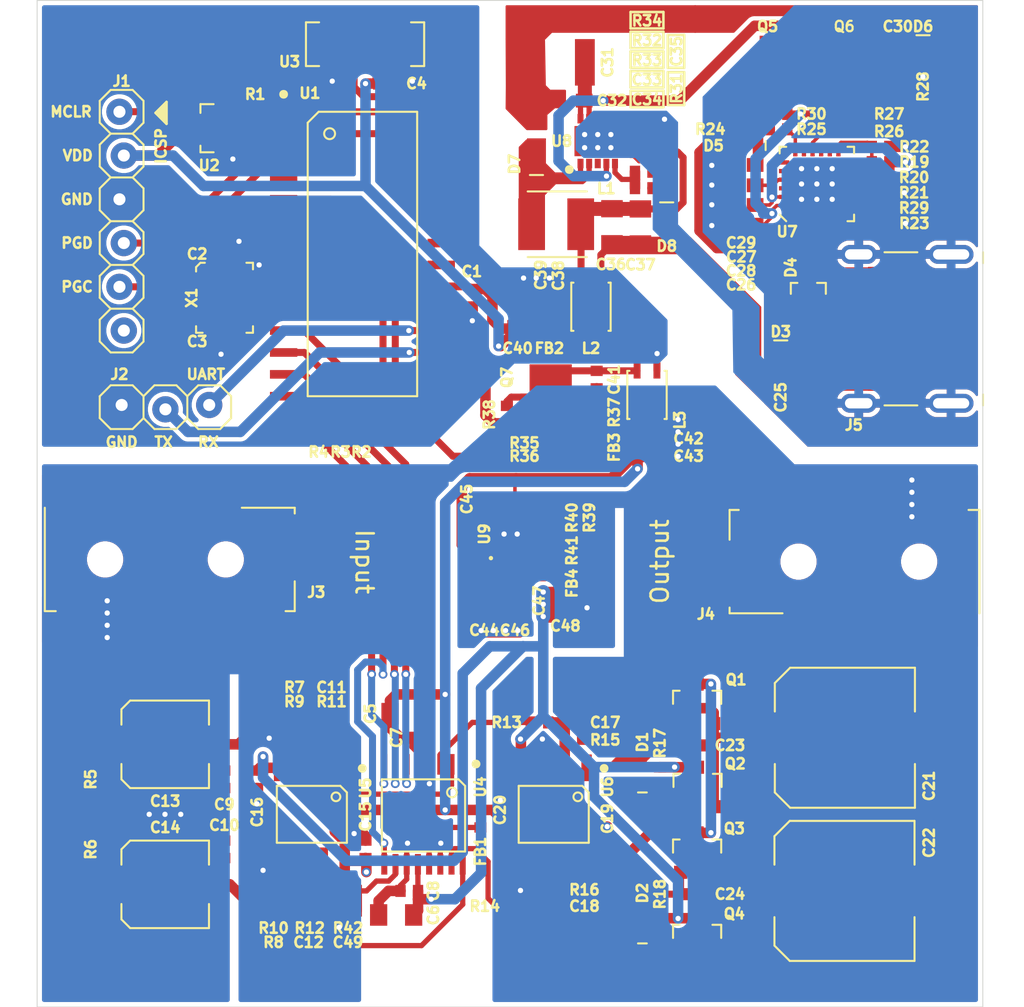
<source format=kicad_pcb>
(kicad_pcb (version 20171130) (host pcbnew "(5.1.8)-1")
  (layers (0 F.Cu signal) (31 B.Cu signal) (34 B.Paste user) (35 F.Paste user) (36 B.SilkS user) (37 F.SilkS user) (38 B.Mask user) (39 F.Mask user) (44 Edge.Cuts user))
  (net 0 "")
  (net 1 "Net-(U1-Pad14)")
  (net 2 "Net-(U1-Pad15)")
  (net 3 "Net-(U1-Pad16)")
  (net 4 "Net-(U1-Pad21)")
  (net 5 "Net-(U1-Pad7)")
  (net 6 "Net-(U1-Pad22)")
  (net 7 "Net-(U1-Pad23)")
  (net 8 "Net-(U1-Pad24)")
  (net 9 "Net-(U1-Pad4)")
  (net 10 "Net-(U1-Pad3)")
  (net 11 "Net-(U1-Pad26)")
  (net 12 "Net-(U1-Pad2)")
  (net 13 GNDD)
  (net 14 +5VD)
  (net 15 "Net-(C2-Pad1)")
  (net 16 "Net-(C3-Pad2)")
  (net 17 "Net-(J1-Pad6)")
  (net 18 "Net-(J1-Pad5)")
  (net 19 "Net-(J1-Pad4)")
  (net 20 /CPU/MCLR)
  (net 21 "Net-(J2-Pad2)")
  (net 22 "Net-(J2-Pad1)")
  (net 23 /CPU/IR_SERIAL)
  (net 24 "Net-(U4-Pad1)")
  (net 25 GNDA)
  (net 26 +5VA)
  (net 27 -5VA)
  (net 28 "Net-(FB1-Pad2)")
  (net 29 "Net-(R2-Pad1)")
  (net 30 "Net-(R3-Pad1)")
  (net 31 "Net-(R4-Pad1)")
  (net 32 SPI_CLK)
  (net 33 SPI_CS_DIGIPOT)
  (net 34 SPI_MOSI)
  (net 35 DIGIPOT_SHDN)
  (net 36 "Net-(C10-Pad1)")
  (net 37 /Audio/AUDIO_LEFT_PREAMP)
  (net 38 "Net-(C11-Pad1)")
  (net 39 /Audio/AUDIO_RIGHT_PREAMP)
  (net 40 "Net-(C12-Pad1)")
  (net 41 /Audio/AUDIO_LEFT_IN)
  (net 42 /Audio/AUDIO_RIGHT_IN)
  (net 43 "Net-(C13-Pad2)")
  (net 44 "Net-(C17-Pad1)")
  (net 45 /Audio/AUDIO_RIGHT_OUT)
  (net 46 "Net-(C18-Pad1)")
  (net 47 /Audio/AUDIO_LEFT_ATT)
  (net 48 /Audio/AUDIO_RIGHT_ATT)
  (net 49 "Net-(C17-Pad2)")
  (net 50 "Net-(C18-Pad2)")
  (net 51 "Net-(C23-Pad1)")
  (net 52 "Net-(C24-Pad1)")
  (net 53 "Net-(D1-Pad1)")
  (net 54 "Net-(D2-Pad1)")
  (net 55 /Audio/AUDIO_LEFT_OUT)
  (net 56 "Net-(J3-Pad5)")
  (net 57 "Net-(J3-Pad4)")
  (net 58 "Net-(J4-Pad5)")
  (net 59 "Net-(J4-Pad4)")
  (net 60 "Net-(J5-PadB2)")
  (net 61 "Net-(J5-PadB3)")
  (net 62 "Net-(J5-PadB6)")
  (net 63 "Net-(J5-PadB11)")
  (net 64 "Net-(J5-PadB10)")
  (net 65 "Net-(J5-PadB8)")
  (net 66 "Net-(J5-PadB7)")
  (net 67 "Net-(J5-PadA6)")
  (net 68 "Net-(J5-PadA3)")
  (net 69 "Net-(J5-PadA2)")
  (net 70 "Net-(J5-PadA7)")
  (net 71 "Net-(J5-PadA8)")
  (net 72 "Net-(J5-PadA10)")
  (net 73 "Net-(J5-PadA11)")
  (net 74 GND)
  (net 75 VBUS)
  (net 76 "Net-(D4-Pad2)")
  (net 77 "Net-(D4-Pad1)")
  (net 78 "Net-(U7-Pad8)")
  (net 79 "Net-(U7-Pad11)")
  (net 80 "Net-(U7-Pad7)")
  (net 81 "Net-(U7-Pad20)")
  (net 82 "Net-(U7-Pad19)")
  (net 83 "Net-(U7-Pad14)")
  (net 84 "Net-(U7-Pad17)")
  (net 85 "Net-(U7-Pad15)")
  (net 86 "Net-(R19-Pad2)")
  (net 87 +2V7)
  (net 88 "Net-(R20-Pad2)")
  (net 89 "Net-(R23-Pad2)")
  (net 90 "Net-(C26-Pad2)")
  (net 91 "Net-(C27-Pad2)")
  (net 92 "Net-(C29-Pad1)")
  (net 93 "Net-(R25-Pad1)")
  (net 94 VSNK)
  (net 95 "Net-(C30-Pad1)")
  (net 96 "Net-(Q5-Pad2)")
  (net 97 "Net-(R26-Pad1)")
  (net 98 "Net-(R29-Pad1)")
  (net 99 "Net-(U8-Pad7)")
  (net 100 "Net-(U8-Pad3)")
  (net 101 "Net-(C33-Pad2)")
  (net 102 "Net-(C33-Pad1)")
  (net 103 "Net-(C34-Pad1)")
  (net 104 "Net-(C35-Pad2)")
  (net 105 "Net-(D7-Pad1)")
  (net 106 /Power/+5V_UNFILTERED)
  (net 107 "Net-(C38-Pad2)")
  (net 108 "Net-(C41-Pad2)")
  (net 109 "Net-(C41-Pad1)")
  (net 110 "Net-(C42-Pad2)")
  (net 111 "Net-(Q7-Pad2)")
  (net 112 "Net-(C45-Pad2)")
  (net 113 "Net-(C45-Pad1)")
  (net 114 "Net-(C46-Pad2)")
  (net 115 "Net-(R39-Pad1)")
  (net 116 "Net-(C47-Pad2)")
  (net 117 +5VA_SHTDN)
  (net 118 "Net-(C49-Pad2)")
  (module Librray:C_0805_2012Metric (layer F.Cu) (at 137.6299 89.154 90)
    (fp_text reference C40 (at -2.159 -0.0254 180) (layer F.SilkS) (effects (font (size 0.6 0.6))))
    (fp_text value 4.7uF)
    (pad 2 smd rect (at 1.016 0 90) (size 1 1.25) (layers F.Cu F.Paste F.Mask) (net 13 GNDD))
    (pad 1 smd rect (at -1.016 0 90) (size 1 1.25) (layers F.Cu F.Paste F.Mask) (net 14 +5VD))
  )
  (module Librray:L_1515_4040Metric (layer F.Cu) (at 139.8397 84.1121)
    (fp_text reference L1 (at 2.9083 -2.0701) (layer F.SilkS) (effects (font (size 0.6 0.6))))
    (fp_text value 22uH)
    (pad 2 smd rect (at 1.425 0) (size 1.55 3) (layers F.Cu F.Paste F.Mask) (net 106 /Power/+5V_UNFILTERED))
    (pad 1 smd rect (at -1.425 0) (size 1.55 3) (layers F.Cu F.Paste F.Mask) (net 105 "Net-(D7-Pad1)"))
  )
  (module Librray:C_0603_1608Metric (layer F.Cu) (at 150.5839 81.8515)
    (fp_text reference C27 (at 0 4.1529) (layer F.SilkS) (effects (font (size 0.6 0.6))))
    (fp_text value 1uF)
    (pad 2 smd rect (at 0.8 0) (size 0.965 0.8) (layers F.Cu F.Paste F.Mask) (net 91 "Net-(C27-Pad2)"))
    (pad 1 smd rect (at -0.8 0) (size 0.965 0.8) (layers F.Cu F.Paste F.Mask) (net 74 GND))
  )
  (module Librray:C_0603_1608Metric (layer F.Cu) (at 150.5839 82.9945)
    (fp_text reference C28 (at -0.0127 3.8227) (layer F.SilkS) (effects (font (size 0.6 0.6))))
    (fp_text value 1uF)
    (pad 2 smd rect (at 0.8 0) (size 0.965 0.8) (layers F.Cu F.Paste F.Mask) (net 87 +2V7))
    (pad 1 smd rect (at -0.8 0) (size 0.965 0.8) (layers F.Cu F.Paste F.Mask) (net 74 GND))
  )
  (module Librray:R_0402_1005Metric (layer F.Cu) (at 127.762 122.809)
    (fp_text reference R42 (at 0 2.159) (layer F.SilkS) (effects (font (size 0.6 0.6))))
    (fp_text value 3.3K)
    (pad 2 smd rect (at 0.508 0) (size 0.6 0.7) (layers F.Cu F.Paste F.Mask) (net 118 "Net-(C49-Pad2)"))
    (pad 1 smd rect (at -0.508 0) (size 0.6 0.7) (layers F.Cu F.Paste F.Mask) (net 26 +5VA))
  )
  (module Librray:C_0402_1005Metric (layer F.Cu) (at 127.762 123.952)
    (fp_text reference C49 (at 0 1.8415) (layer F.SilkS) (effects (font (size 0.6 0.6))))
    (fp_text value 0.1uF)
    (pad 2 smd rect (at 0.508 0) (size 0.6 0.7) (layers F.Cu F.Paste F.Mask) (net 118 "Net-(C49-Pad2)"))
    (pad 1 smd rect (at -0.508 0) (size 0.6 0.7) (layers F.Cu F.Paste F.Mask) (net 25 GNDA))
  )
  (module Librray:CP_Elec_5x5.4 (layer F.Cu) (at 117.1575 122.428)
    (fp_text reference C14 (at 0 -3.302) (layer F.SilkS) (effects (font (size 0.6 0.6))))
    (fp_text value 10uF)
    (pad 2 smd rect (at 2.2 0) (size 3 1.6) (layers F.Cu F.Paste F.Mask) (net 36 "Net-(C10-Pad1)"))
    (pad 1 smd rect (at -2.2 0) (size 3 1.6) (layers F.Cu F.Paste F.Mask) (net 42 /Audio/AUDIO_RIGHT_IN))
  )
  (module Librray:C_0603_1608Metric (layer F.Cu) (at 140.6652 76.9366)
    (fp_text reference C32 (at 2.413 0) (layer F.SilkS) (effects (font (size 0.6 0.6))))
    (fp_text value 220nF)
    (pad 2 smd rect (at 0.8 0) (size 0.965 0.8) (layers F.Cu F.Paste F.Mask) (net 94 VSNK))
    (pad 1 smd rect (at -0.8 0) (size 0.965 0.8) (layers F.Cu F.Paste F.Mask) (net 74 GND))
  )
  (module Librray:WSON-8-EP_P0.5mm (layer F.Cu) (at 137.1981 102.0953 90)
    (fp_text reference U9 (at 0 -1.524 90) (layer F.SilkS) (effects (font (size 0.6 0.6))))
    (fp_text value LM27761)
    (pad 9 smd rect (at 0 0 90) (size 0.9 1.6) (layers F.Cu F.Paste F.Mask) (net 25 GNDA))
    (pad 7 smd rect (at 0.95 -0.25 90) (size 0.5 0.25) (layers F.Cu F.Paste F.Mask) (net 113 "Net-(C45-Pad1)"))
    (pad 8 smd rect (at 0.95 -0.75 90) (size 0.5 0.25) (layers F.Cu F.Paste F.Mask) (net 112 "Net-(C45-Pad2)"))
    (pad 6 smd rect (at 0.95 0.25 90) (size 0.5 0.25) (layers F.Cu F.Paste F.Mask) (net 26 +5VA))
    (pad 5 smd rect (at 0.95 0.75 90) (size 0.5 0.25) (layers F.Cu F.Paste F.Mask) (net 115 "Net-(R39-Pad1)"))
    (pad 4 smd rect (at -0.95 0.75 90) (size 0.5 0.25) (layers F.Cu F.Paste F.Mask) (net 116 "Net-(C47-Pad2)"))
    (pad 3 smd rect (at -0.95 0.25 90) (size 0.5 0.25) (layers F.Cu F.Paste F.Mask) (net 114 "Net-(C46-Pad2)"))
    (pad 2 smd rect (at -0.95 -0.25 90) (size 0.5 0.25) (layers F.Cu F.Paste F.Mask) (net 25 GNDA))
    (pad 1 smd rect (at -0.95 -0.75 90) (size 0.5 0.25) (layers F.Cu F.Paste F.Mask) (net 26 +5VA))
  )
  (module Librray:L_0402_1005Metric (layer F.Cu) (at 139.8651 104.9528 270)
    (fp_text reference FB4 (at 0 -0.889 90) (layer F.SilkS) (effects (font (size 0.6 0.6))))
    (fp_text value Ferrite_Bead)
    (pad 2 smd rect (at 0.508 0 270) (size 0.6 0.7) (layers F.Cu F.Paste F.Mask) (net 27 -5VA))
    (pad 1 smd rect (at -0.508 0 270) (size 0.6 0.7) (layers F.Cu F.Paste F.Mask) (net 116 "Net-(C47-Pad2)"))
  )
  (module Librray:C_0402_1005Metric (layer F.Cu) (at 140.3731 106.3498)
    (fp_text reference C48 (at 0 1.0795) (layer F.SilkS) (effects (font (size 0.6 0.6))))
    (fp_text value 0.1uF)
    (pad 2 smd rect (at 0.508 0) (size 0.6 0.7) (layers F.Cu F.Paste F.Mask) (net 25 GNDA))
    (pad 1 smd rect (at -0.508 0) (size 0.6 0.7) (layers F.Cu F.Paste F.Mask) (net 27 -5VA))
  )
  (module Librray:R_0402_1005Metric (layer F.Cu) (at 139.8651 103.0478 90)
    (fp_text reference R41 (at 0 0.889 90) (layer F.SilkS) (effects (font (size 0.6 0.6))))
    (fp_text value NC)
    (pad 2 smd rect (at 0.508 0 90) (size 0.6 0.7) (layers F.Cu F.Paste F.Mask) (net 25 GNDA))
    (pad 1 smd rect (at -0.508 0 90) (size 0.6 0.7) (layers F.Cu F.Paste F.Mask) (net 116 "Net-(C47-Pad2)"))
  )
  (module Librray:R_0402_1005Metric (layer F.Cu) (at 138.8491 101.1428 90)
    (fp_text reference R40 (at 0 1.905 90) (layer F.SilkS) (effects (font (size 0.6 0.6))))
    (fp_text value 82K)
    (pad 2 smd rect (at 0.508 0 90) (size 0.6 0.7) (layers F.Cu F.Paste F.Mask) (net 115 "Net-(R39-Pad1)"))
    (pad 1 smd rect (at -0.508 0 90) (size 0.6 0.7) (layers F.Cu F.Paste F.Mask) (net 25 GNDA))
  )
  (module Librray:R_0402_1005Metric (layer F.Cu) (at 139.8651 101.1428 270)
    (fp_text reference R39 (at 0 -1.905 90) (layer F.SilkS) (effects (font (size 0.6 0.6))))
    (fp_text value 187K)
    (pad 2 smd rect (at 0.508 0 270) (size 0.6 0.7) (layers F.Cu F.Paste F.Mask) (net 116 "Net-(C47-Pad2)"))
    (pad 1 smd rect (at -0.508 0 270) (size 0.6 0.7) (layers F.Cu F.Paste F.Mask) (net 115 "Net-(R39-Pad1)"))
  )
  (module Librray:R_0402_1005Metric (layer F.Cu) (at 136.9822 95.1611 90)
    (fp_text reference R38 (at 0 -1.016 90) (layer F.SilkS) (effects (font (size 0.6 0.6))))
    (fp_text value NC)
    (pad 2 smd rect (at 0.508 0 90) (size 0.6 0.7) (layers F.Cu F.Paste F.Mask) (net 108 "Net-(C41-Pad2)"))
    (pad 1 smd rect (at -0.508 0 90) (size 0.6 0.7) (layers F.Cu F.Paste F.Mask) (net 14 +5VD))
  )
  (module Librray:C_0603_1608Metric (layer F.Cu) (at 138.8491 103.5558 270)
    (fp_text reference C47 (at 2.413 0 90) (layer F.SilkS) (effects (font (size 0.6 0.6))))
    (fp_text value 2.2uF)
    (pad 2 smd rect (at 0.8 0 270) (size 0.965 0.8) (layers F.Cu F.Paste F.Mask) (net 116 "Net-(C47-Pad2)"))
    (pad 1 smd rect (at -0.8 0 270) (size 0.965 0.8) (layers F.Cu F.Paste F.Mask) (net 25 GNDA))
  )
  (module Librray:C_0805_2012Metric (layer F.Cu) (at 137.4521 105.5243 90)
    (fp_text reference C46 (at -2.159 0) (layer F.SilkS) (effects (font (size 0.6 0.6))))
    (fp_text value 4.7uF)
    (pad 2 smd rect (at 1.016 0 90) (size 1 1.25) (layers F.Cu F.Paste F.Mask) (net 114 "Net-(C46-Pad2)"))
    (pad 1 smd rect (at -1.016 0 90) (size 1 1.25) (layers F.Cu F.Paste F.Mask) (net 25 GNDA))
  )
  (module Librray:C_0402_1005Metric (layer F.Cu) (at 136.0551 100.0633 180)
    (fp_text reference C45 (at 1.397 0 270) (layer F.SilkS) (effects (font (size 0.6 0.6))))
    (fp_text value 0.47uF)
    (pad 2 smd rect (at 0.508 0 180) (size 0.6 0.7) (layers F.Cu F.Paste F.Mask) (net 112 "Net-(C45-Pad2)"))
    (pad 1 smd rect (at -0.508 0 180) (size 0.6 0.7) (layers F.Cu F.Paste F.Mask) (net 113 "Net-(C45-Pad1)"))
  )
  (module Librray:C_0805_2012Metric (layer F.Cu) (at 135.6741 105.5243 90)
    (fp_text reference C44 (at -2.159 0) (layer F.SilkS) (effects (font (size 0.6 0.6))))
    (fp_text value 4.7uF)
    (pad 2 smd rect (at 1.016 0 90) (size 1 1.25) (layers F.Cu F.Paste F.Mask) (net 26 +5VA))
    (pad 1 smd rect (at -1.016 0 90) (size 1 1.25) (layers F.Cu F.Paste F.Mask) (net 25 GNDA))
  )
  (module Librray:R_0402_1005Metric (layer F.Cu) (at 142.1892 95.0341 270)
    (fp_text reference R37 (at 0 -1.016 90) (layer F.SilkS) (effects (font (size 0.6 0.6))))
    (fp_text value 100)
    (pad 2 smd rect (at 0.508 0 270) (size 0.6 0.7) (layers F.Cu F.Paste F.Mask) (net 111 "Net-(Q7-Pad2)"))
    (pad 1 smd rect (at -0.508 0 270) (size 0.6 0.7) (layers F.Cu F.Paste F.Mask) (net 109 "Net-(C41-Pad1)"))
  )
  (module Librray:R_0402_1005Metric (layer F.Cu) (at 139.9032 97.5741)
    (fp_text reference R36 (at -1.905 0) (layer F.SilkS) (effects (font (size 0.6 0.6))))
    (fp_text value 22K)
    (pad 2 smd rect (at 0.508 0) (size 0.6 0.7) (layers F.Cu F.Paste F.Mask) (net 111 "Net-(Q7-Pad2)"))
    (pad 1 smd rect (at -0.508 0) (size 0.6 0.7) (layers F.Cu F.Paste F.Mask) (net 117 +5VA_SHTDN))
  )
  (module Librray:R_0402_1005Metric (layer F.Cu) (at 139.9032 96.6851 180)
    (fp_text reference R35 (at 1.905 -0.127) (layer F.SilkS) (effects (font (size 0.6 0.6))))
    (fp_text value 100K)
    (pad 2 smd rect (at 0.508 0 180) (size 0.6 0.7) (layers F.Cu F.Paste F.Mask) (net 14 +5VD))
    (pad 1 smd rect (at -0.508 0 180) (size 0.6 0.7) (layers F.Cu F.Paste F.Mask) (net 111 "Net-(Q7-Pad2)"))
  )
  (module Librray:8-PowerVDFN (layer F.Cu) (at 139.5222 94.1451)
    (fp_text reference Q7 (at -2.54 -1.143 90) (layer F.SilkS) (effects (font (size 0.6 0.6))))
    (fp_text value STL6P3LLH6)
    (pad 3 smd custom (at 0 0) (size 0.4 0.75) (layers F.Cu F.Paste F.Mask) (net 108 "Net-(C41-Pad2)") (options (clearance outline) (anchor rect)) (primitives (gr_poly (pts (xy -1.225 -1.9) (xy 1.225 -1.9) (xy 1.225 -0.2) (xy 1.755 -0.2) (xy 1.755 0.2) (xy 1.225 0.2) (xy 1.225 0.5) (xy -1.225 0.5) (xy -1.225 0.2) (xy -1.755 0.2) (xy -1.755 -0.2) (xy -1.225 -0.2)) (width 0))))
    (pad 2 smd rect (at 0.975 1.525) (size 0.4 0.75) (layers F.Cu F.Paste F.Mask) (net 111 "Net-(Q7-Pad2)"))
    (pad 1 smd rect (at -0.975 1.525) (size 0.4 0.75) (layers F.Cu F.Paste F.Mask) (net 14 +5VD))
    (pad 1 smd rect (at -0.325 1.525) (size 0.4 0.75) (layers F.Cu F.Paste F.Mask) (net 14 +5VD))
    (pad 1 smd rect (at 0.325 1.525) (size 0.4 0.75) (layers F.Cu F.Paste F.Mask) (net 14 +5VD))
  )
  (module Librray:ACP3225 (layer F.Cu) (at 145.1102 94.0181 270)
    (fp_text reference L3 (at 1.4605 -1.905 270) (layer F.SilkS) (effects (font (size 0.6 0.6))))
    (fp_text value ACP3225)
    (pad 4 smd rect (at 1.4 0.575 270) (size 0.9 0.4) (layers F.Cu F.Paste F.Mask) (net 110 "Net-(C42-Pad2)"))
    (pad 2 smd rect (at 1.4 -0.575 270) (size 0.9 0.4) (layers F.Cu F.Paste F.Mask) (net 25 GNDA))
    (pad 3 smd rect (at -1.4 0.575 270) (size 0.9 0.4) (layers F.Cu F.Paste F.Mask) (net 108 "Net-(C41-Pad2)"))
    (pad 1 smd rect (at -1.4 -0.575 270) (size 0.9 0.4) (layers F.Cu F.Paste F.Mask) (net 13 GNDD))
  )
  (module Librray:L_0402_1005Metric (layer F.Cu) (at 144.0942 97.0661 270)
    (fp_text reference FB3 (at 0 0.889 90) (layer F.SilkS) (effects (font (size 0.6 0.6))))
    (fp_text value Ferrite_Bead)
    (pad 2 smd rect (at 0.508 0 270) (size 0.6 0.7) (layers F.Cu F.Paste F.Mask) (net 26 +5VA))
    (pad 1 smd rect (at -0.508 0 270) (size 0.6 0.7) (layers F.Cu F.Paste F.Mask) (net 110 "Net-(C42-Pad2)"))
  )
  (module Librray:C_0402_1005Metric (layer F.Cu) (at 145.6182 97.5741)
    (fp_text reference C43 (at 1.905 0) (layer F.SilkS) (effects (font (size 0.6 0.6))))
    (fp_text value 0.1uF)
    (pad 2 smd rect (at 0.508 0) (size 0.6 0.7) (layers F.Cu F.Paste F.Mask) (net 25 GNDA))
    (pad 1 smd rect (at -0.508 0) (size 0.6 0.7) (layers F.Cu F.Paste F.Mask) (net 26 +5VA))
  )
  (module Librray:C_0402_1005Metric (layer F.Cu) (at 145.6182 96.5581 180)
    (fp_text reference C42 (at -1.905 0) (layer F.SilkS) (effects (font (size 0.6 0.6))))
    (fp_text value 10nF)
    (pad 2 smd rect (at 0.508 0 180) (size 0.6 0.7) (layers F.Cu F.Paste F.Mask) (net 110 "Net-(C42-Pad2)"))
    (pad 1 smd rect (at -0.508 0 180) (size 0.6 0.7) (layers F.Cu F.Paste F.Mask) (net 25 GNDA))
  )
  (module Librray:C_0402_1005Metric (layer F.Cu) (at 142.1892 93.1291 90)
    (fp_text reference C41 (at 0 1.016 90) (layer F.SilkS) (effects (font (size 0.6 0.6))))
    (fp_text value 0.1uF)
    (pad 2 smd rect (at 0.508 0 90) (size 0.6 0.7) (layers F.Cu F.Paste F.Mask) (net 108 "Net-(C41-Pad2)"))
    (pad 1 smd rect (at -0.508 0 90) (size 0.6 0.7) (layers F.Cu F.Paste F.Mask) (net 109 "Net-(C41-Pad1)"))
  )
  (module Librray:C_0402_1005Metric (layer F.Cu) (at 138.9507 88.9762 90)
    (fp_text reference C39 (at 1.9177 0 270) (layer F.SilkS) (effects (font (size 0.6 0.6))))
    (fp_text value 0.1uF)
    (pad 2 smd rect (at 0.508 0 90) (size 0.6 0.7) (layers F.Cu F.Paste F.Mask) (net 13 GNDD))
    (pad 1 smd rect (at -0.508 0 90) (size 0.6 0.7) (layers F.Cu F.Paste F.Mask) (net 14 +5VD))
  )
  (module Librray:ACP3225 (layer F.Cu) (at 141.859 88.9 270)
    (fp_text reference L2 (at 2.413 0 180) (layer F.SilkS) (effects (font (size 0.6 0.6))))
    (fp_text value ACP3225)
    (pad 4 smd rect (at 1.4 0.575 270) (size 0.9 0.4) (layers F.Cu F.Paste F.Mask) (net 107 "Net-(C38-Pad2)"))
    (pad 2 smd rect (at 1.4 -0.575 270) (size 0.9 0.4) (layers F.Cu F.Paste F.Mask) (net 13 GNDD))
    (pad 3 smd rect (at -1.4 0.575 270) (size 0.9 0.4) (layers F.Cu F.Paste F.Mask) (net 106 /Power/+5V_UNFILTERED))
    (pad 1 smd rect (at -1.4 -0.575 270) (size 0.9 0.4) (layers F.Cu F.Paste F.Mask) (net 74 GND))
  )
  (module Librray:L_0402_1005Metric (layer F.Cu) (at 139.4587 90.3986 180)
    (fp_text reference FB2 (at 0.0127 -0.9144) (layer F.SilkS) (effects (font (size 0.6 0.6))))
    (fp_text value Ferrite_Bead)
    (pad 2 smd rect (at 0.508 0 180) (size 0.6 0.7) (layers F.Cu F.Paste F.Mask) (net 14 +5VD))
    (pad 1 smd rect (at -0.508 0 180) (size 0.6 0.7) (layers F.Cu F.Paste F.Mask) (net 107 "Net-(C38-Pad2)"))
  )
  (module Librray:C_0402_1005Metric (layer F.Cu) (at 139.9667 88.9762 270)
    (fp_text reference C38 (at -1.8796 0 90) (layer F.SilkS) (effects (font (size 0.6 0.6))))
    (fp_text value 10nF)
    (pad 2 smd rect (at 0.508 0 270) (size 0.6 0.7) (layers F.Cu F.Paste F.Mask) (net 107 "Net-(C38-Pad2)"))
    (pad 1 smd rect (at -0.508 0 270) (size 0.6 0.7) (layers F.Cu F.Paste F.Mask) (net 13 GNDD))
  )
  (module Librray:D_0603_1610Metric (layer F.Cu) (at 146.2532 83.8581 270)
    (fp_text reference D8 (at 1.524 0 180) (layer F.SilkS) (effects (font (size 0.6 0.6))))
    (fp_text value ESDA7P120)
    (pad 2 smd rect (at 0.625 0 270) (size 0.55 0.8) (layers F.Cu F.Paste F.Mask) (net 74 GND))
    (pad 1 smd rect (at -0.625 0 270) (size 0.55 0.8) (layers F.Cu F.Paste F.Mask) (net 106 /Power/+5V_UNFILTERED))
  )
  (module Librray:SOD-323HE (layer F.Cu) (at 138.6967 79.4766 90)
    (fp_text reference D7 (at -1.143 -1.27 90) (layer F.SilkS) (effects (font (size 0.6 0.6))))
    (fp_text value STPS3L60U)
    (pad 2 smd rect (at 1.25 0 90) (size 0.8 1) (layers F.Cu F.Paste F.Mask) (net 74 GND))
    (pad 1 smd rect (at -0.65 0 90) (size 2 1.1) (layers F.Cu F.Paste F.Mask) (net 105 "Net-(D7-Pad1)"))
  )
  (module Librray:C_0402_1005Metric (layer F.Cu) (at 159.9184 74.0283 90)
    (fp_text reference C30 (at 1.397 -0.254 180) (layer F.SilkS) (effects (font (size 0.6 0.6))))
    (fp_text value 0.1uF)
    (pad 2 smd rect (at 0.508 0 90) (size 0.6 0.7) (layers F.Cu F.Paste F.Mask) (net 94 VSNK))
    (pad 1 smd rect (at -0.508 0 90) (size 0.6 0.7) (layers F.Cu F.Paste F.Mask) (net 95 "Net-(C30-Pad1)"))
  )
  (module Librray:R_0402_1005Metric (layer F.Cu) (at 144.9197 78.0161 180)
    (fp_text reference R34 (at -0.1905 5.715 180) (layer F.SilkS) (effects (font (size 0.6 0.6))))
    (fp_text value 698)
    (pad 2 smd rect (at 0.508 0 180) (size 0.6 0.7) (layers F.Cu F.Paste F.Mask) (net 102 "Net-(C33-Pad1)"))
    (pad 1 smd rect (at -0.508 0 180) (size 0.6 0.7) (layers F.Cu F.Paste F.Mask) (net 74 GND))
  )
  (module Librray:R_0402_1005Metric (layer F.Cu) (at 144.9197 79.9211)
    (fp_text reference R33 (at 0.1905 -5.334 180) (layer F.SilkS) (effects (font (size 0.6 0.6))))
    (fp_text value 5.1K)
    (pad 2 smd rect (at 0.508 0) (size 0.6 0.7) (layers F.Cu F.Paste F.Mask) (net 106 /Power/+5V_UNFILTERED))
    (pad 1 smd rect (at -0.508 0) (size 0.6 0.7) (layers F.Cu F.Paste F.Mask) (net 102 "Net-(C33-Pad1)"))
  )
  (module Librray:R_0402_1005Metric (layer F.Cu) (at 144.9197 78.9686 180)
    (fp_text reference R32 (at -0.1905 5.5245) (layer F.SilkS) (effects (font (size 0.6 0.6))))
    (fp_text value 100)
    (pad 2 smd rect (at 0.508 0 180) (size 0.6 0.7) (layers F.Cu F.Paste F.Mask) (net 102 "Net-(C33-Pad1)"))
    (pad 1 smd rect (at -0.508 0 180) (size 0.6 0.7) (layers F.Cu F.Paste F.Mask) (net 104 "Net-(C35-Pad2)"))
  )
  (module Librray:R_0402_1005Metric (layer F.Cu) (at 146.3802 81.5086 90)
    (fp_text reference R31 (at 5.2705 0.4445 90) (layer F.SilkS) (effects (font (size 0.6 0.6))))
    (fp_text value 1K)
    (pad 2 smd rect (at 0.508 0 90) (size 0.6 0.7) (layers F.Cu F.Paste F.Mask) (net 102 "Net-(C33-Pad1)"))
    (pad 1 smd rect (at -0.508 0 90) (size 0.6 0.7) (layers F.Cu F.Paste F.Mask) (net 103 "Net-(C34-Pad1)"))
  )
  (module Librray:C_0805_2012Metric (layer F.Cu) (at 144.7292 84.2391 90)
    (fp_text reference C37 (at -2.2225 0 180) (layer F.SilkS) (effects (font (size 0.6 0.6))))
    (fp_text value 10uF)
    (pad 2 smd rect (at 1.016 0 90) (size 1 1.25) (layers F.Cu F.Paste F.Mask) (net 106 /Power/+5V_UNFILTERED))
    (pad 1 smd rect (at -1.016 0 90) (size 1 1.25) (layers F.Cu F.Paste F.Mask) (net 74 GND))
  )
  (module Librray:C_0805_2012Metric (layer F.Cu) (at 143.0782 84.2264 90)
    (fp_text reference C36 (at -2.2225 -0.0635 180) (layer F.SilkS) (effects (font (size 0.6 0.6))))
    (fp_text value 10uF)
    (pad 2 smd rect (at 1.016 0 90) (size 1 1.25) (layers F.Cu F.Paste F.Mask) (net 106 /Power/+5V_UNFILTERED))
    (pad 1 smd rect (at -1.016 0 90) (size 1 1.25) (layers F.Cu F.Paste F.Mask) (net 74 GND))
  )
  (module Librray:C_0402_1005Metric (layer F.Cu) (at 146.3802 79.4131 90)
    (fp_text reference C35 (at 5.334 0.4445 90) (layer F.SilkS) (effects (font (size 0.6 0.6))))
    (fp_text value 2.2nF)
    (pad 2 smd rect (at 0.508 0 90) (size 0.6 0.7) (layers F.Cu F.Paste F.Mask) (net 104 "Net-(C35-Pad2)"))
    (pad 1 smd rect (at -0.508 0 90) (size 0.6 0.7) (layers F.Cu F.Paste F.Mask) (net 106 /Power/+5V_UNFILTERED))
  )
  (module Librray:C_0402_1005Metric (layer F.Cu) (at 144.9197 82.0166 180)
    (fp_text reference C34 (at -0.1905 5.1435) (layer F.SilkS) (effects (font (size 0.6 0.6))))
    (fp_text value 22nF)
    (pad 2 smd rect (at 0.508 0 180) (size 0.6 0.7) (layers F.Cu F.Paste F.Mask) (net 101 "Net-(C33-Pad2)"))
    (pad 1 smd rect (at -0.508 0 180) (size 0.6 0.7) (layers F.Cu F.Paste F.Mask) (net 103 "Net-(C34-Pad1)"))
  )
  (module Librray:C_0402_1005Metric (layer F.Cu) (at 144.9197 81.0641 180)
    (fp_text reference C33 (at -0.1905 5.334) (layer F.SilkS) (effects (font (size 0.6 0.6))))
    (fp_text value 1nF)
    (pad 2 smd rect (at 0.508 0 180) (size 0.6 0.7) (layers F.Cu F.Paste F.Mask) (net 101 "Net-(C33-Pad2)"))
    (pad 1 smd rect (at -0.508 0 180) (size 0.6 0.7) (layers F.Cu F.Paste F.Mask) (net 102 "Net-(C33-Pad1)"))
  )
  (module Librray:C_1210_3225Metric (layer F.Cu) (at 140.0302 74.7141)
    (fp_text reference C31 (at 2.794 0 90) (layer F.SilkS) (effects (font (size 0.6 0.6))))
    (fp_text value 10uF)
    (pad 2 smd rect (at 1.475 0) (size 1.15 2.7) (layers F.Cu F.Paste F.Mask) (net 94 VSNK))
    (pad 1 smd rect (at -1.475 0) (size 1.15 2.7) (layers F.Cu F.Paste F.Mask) (net 74 GND))
  )
  (module Librray:C_1206_3216Metric (layer F.Cu) (at 154.5971 92.7227 90)
    (fp_text reference C25 (at -1.4351 -1.7272 90) (layer F.SilkS) (effects (font (size 0.6 0.6))))
    (fp_text value 4.7uF)
    (pad 2 smd rect (at 1.475 0 90) (size 1.15 1.8) (layers F.Cu F.Paste F.Mask) (net 75 VBUS))
    (pad 1 smd rect (at -1.475 0 90) (size 1.15 1.8) (layers F.Cu F.Paste F.Mask) (net 74 GND))
  )
  (module Librray:VFDFPN-10_EP_3x3mm_P0.5mm (layer F.Cu) (at 142.2527 79.2861 90)
    (fp_text reference U8 (at 0 -2.0955 180) (layer F.SilkS) (effects (font (size 0.6 0.6))))
    (fp_text value L7985TR)
    (pad 11 smd rect (at 0 0 90) (size 1.75 2.7) (layers F.Cu F.Paste F.Mask) (net 74 GND))
    (pad 6 smd rect (at 1.3 1 90) (size 0.55 0.35) (layers F.Cu F.Paste F.Mask) (net 102 "Net-(C33-Pad1)"))
    (pad 7 smd rect (at 1.3 0.5 90) (size 0.55 0.35) (layers F.Cu F.Paste F.Mask) (net 99 "Net-(U8-Pad7)"))
    (pad 9 smd rect (at 1.3 -0.5 90) (size 0.55 0.35) (layers F.Cu F.Paste F.Mask) (net 94 VSNK))
    (pad 8 smd rect (at 1.3 0 90) (size 0.55 0.35) (layers F.Cu F.Paste F.Mask) (net 74 GND))
    (pad 10 smd rect (at 1.3 -1 90) (size 0.55 0.35) (layers F.Cu F.Paste F.Mask) (net 94 VSNK))
    (pad 5 smd rect (at -1.3 1 90) (size 0.55 0.35) (layers F.Cu F.Paste F.Mask) (net 101 "Net-(C33-Pad2)"))
    (pad 4 smd rect (at -1.3 0.5 90) (size 0.55 0.35) (layers F.Cu F.Paste F.Mask) (net 94 VSNK))
    (pad 3 smd rect (at -1.3 0 90) (size 0.55 0.35) (layers F.Cu F.Paste F.Mask) (net 100 "Net-(U8-Pad3)"))
    (pad 2 smd rect (at -1.3 -0.5 90) (size 0.55 0.35) (layers F.Cu F.Paste F.Mask) (net 105 "Net-(D7-Pad1)"))
    (pad 1 smd rect (at -1.3 -1 90) (size 0.55 0.35) (layers F.Cu F.Paste F.Mask) (net 105 "Net-(D7-Pad1)"))
  )
  (module Librray:R_0402_1005Metric (layer F.Cu) (at 152.7429 77.7113)
    (fp_text reference R30 (at 1.905 0) (layer F.SilkS) (effects (font (size 0.6 0.6))))
    (fp_text value NC)
    (pad 2 smd rect (at 0.508 0) (size 0.6 0.7) (layers F.Cu F.Paste F.Mask) (net 90 "Net-(C26-Pad2)"))
    (pad 1 smd rect (at -0.508 0) (size 0.6 0.7) (layers F.Cu F.Paste F.Mask) (net 75 VBUS))
  )
  (module Librray:R_0402_1005Metric (layer F.Cu) (at 158.6484 83.1723)
    (fp_text reference R29 (at 1.9558 0) (layer F.SilkS) (effects (font (size 0.6 0.6))))
    (fp_text value 1K)
    (pad 2 smd rect (at 0.508 0) (size 0.6 0.7) (layers F.Cu F.Paste F.Mask) (net 94 VSNK))
    (pad 1 smd rect (at -0.508 0) (size 0.6 0.7) (layers F.Cu F.Paste F.Mask) (net 98 "Net-(R29-Pad1)"))
  )
  (module Librray:R_0402_1005Metric (layer F.Cu) (at 159.9184 76.0603 270)
    (fp_text reference R28 (at 0.0635 -1.2065 90) (layer F.SilkS) (effects (font (size 0.6 0.6))))
    (fp_text value 100)
    (pad 2 smd rect (at 0.508 0 270) (size 0.6 0.7) (layers F.Cu F.Paste F.Mask) (net 96 "Net-(Q5-Pad2)"))
    (pad 1 smd rect (at -0.508 0 270) (size 0.6 0.7) (layers F.Cu F.Paste F.Mask) (net 95 "Net-(C30-Pad1)"))
  )
  (module Librray:R_0402_1005Metric (layer F.Cu) (at 157.2514 77.7113 180)
    (fp_text reference R27 (at -1.905 0) (layer F.SilkS) (effects (font (size 0.6 0.6))))
    (fp_text value 100K)
    (pad 2 smd rect (at 0.508 0 180) (size 0.6 0.7) (layers F.Cu F.Paste F.Mask) (net 90 "Net-(C26-Pad2)"))
    (pad 1 smd rect (at -0.508 0 180) (size 0.6 0.7) (layers F.Cu F.Paste F.Mask) (net 96 "Net-(Q5-Pad2)"))
  )
  (module Librray:R_0402_1005Metric (layer F.Cu) (at 157.2514 78.6003)
    (fp_text reference R26 (at 1.905 0.127) (layer F.SilkS) (effects (font (size 0.6 0.6))))
    (fp_text value 22K)
    (pad 2 smd rect (at 0.508 0) (size 0.6 0.7) (layers F.Cu F.Paste F.Mask) (net 96 "Net-(Q5-Pad2)"))
    (pad 1 smd rect (at -0.508 0) (size 0.6 0.7) (layers F.Cu F.Paste F.Mask) (net 97 "Net-(R26-Pad1)"))
  )
  (module Librray:8-PowerVDFN (layer F.Cu) (at 157.2514 75.0697)
    (fp_text reference Q6 (at -0.6985 -2.4384) (layer F.SilkS) (effects (font (size 0.6 0.6) (thickness 0.125))))
    (fp_text value STL6P3LLH6)
    (pad 3 smd custom (at 0 0) (size 0.4 0.75) (layers F.Cu F.Paste F.Mask) (net 94 VSNK) (options (clearance outline) (anchor rect)) (primitives (gr_poly (pts (xy -1.225 -1.9) (xy 1.225 -1.9) (xy 1.225 -0.2) (xy 1.755 -0.2) (xy 1.755 0.2) (xy 1.225 0.2) (xy 1.225 0.5) (xy -1.225 0.5) (xy -1.225 0.2) (xy -1.755 0.2) (xy -1.755 -0.2) (xy -1.225 -0.2)) (width 0))))
    (pad 2 smd rect (at 0.975 1.525) (size 0.4 0.75) (layers F.Cu F.Paste F.Mask) (net 96 "Net-(Q5-Pad2)"))
    (pad 1 smd rect (at -0.975 1.525) (size 0.4 0.75) (layers F.Cu F.Paste F.Mask) (net 90 "Net-(C26-Pad2)"))
    (pad 1 smd rect (at -0.325 1.525) (size 0.4 0.75) (layers F.Cu F.Paste F.Mask) (net 90 "Net-(C26-Pad2)"))
    (pad 1 smd rect (at 0.325 1.525) (size 0.4 0.75) (layers F.Cu F.Paste F.Mask) (net 90 "Net-(C26-Pad2)"))
  )
  (module Librray:8-PowerVDFN (layer F.Cu) (at 152.8699 75.0697)
    (fp_text reference Q5 (at -0.762 -2.4384) (layer F.SilkS) (effects (font (size 0.6 0.6))))
    (fp_text value STL6P3LLH6)
    (pad 3 smd custom (at 0 0) (size 0.4 0.75) (layers F.Cu F.Paste F.Mask) (net 75 VBUS) (options (clearance outline) (anchor rect)) (primitives (gr_poly (pts (xy -1.225 -1.9) (xy 1.225 -1.9) (xy 1.225 -0.2) (xy 1.755 -0.2) (xy 1.755 0.2) (xy 1.225 0.2) (xy 1.225 0.5) (xy -1.225 0.5) (xy -1.225 0.2) (xy -1.755 0.2) (xy -1.755 -0.2) (xy -1.225 -0.2)) (width 0))))
    (pad 2 smd rect (at 0.975 1.525) (size 0.4 0.75) (layers F.Cu F.Paste F.Mask) (net 96 "Net-(Q5-Pad2)"))
    (pad 1 smd rect (at -0.975 1.525) (size 0.4 0.75) (layers F.Cu F.Paste F.Mask) (net 90 "Net-(C26-Pad2)"))
    (pad 1 smd rect (at -0.325 1.525) (size 0.4 0.75) (layers F.Cu F.Paste F.Mask) (net 90 "Net-(C26-Pad2)"))
    (pad 1 smd rect (at 0.325 1.525) (size 0.4 0.75) (layers F.Cu F.Paste F.Mask) (net 90 "Net-(C26-Pad2)"))
  )
  (module Librray:UDFN-2 (layer F.Cu) (at 161.1249 74.1553 270)
    (fp_text reference D6 (at -1.524 0) (layer F.SilkS) (effects (font (size 0.6 0.6))))
    (fp_text value ESDA25P35)
    (pad 2 smd rect (at 0.625 0 270) (size 0.55 0.8) (layers F.Cu F.Paste F.Mask) (net 74 GND))
    (pad 1 smd rect (at -0.625 0 270) (size 0.55 0.8) (layers F.Cu F.Paste F.Mask) (net 94 VSNK))
  )
  (module Librray:R_0402_1005Metric (layer F.Cu) (at 152.7429 78.6003 180)
    (fp_text reference R25 (at -1.905 0) (layer F.SilkS) (effects (font (size 0.6 0.6))))
    (fp_text value 1K)
    (pad 2 smd rect (at 0.508 0 180) (size 0.6 0.7) (layers F.Cu F.Paste F.Mask) (net 92 "Net-(C29-Pad1)"))
    (pad 1 smd rect (at -0.508 0 180) (size 0.6 0.7) (layers F.Cu F.Paste F.Mask) (net 93 "Net-(R25-Pad1)"))
  )
  (module Librray:R_0402_1005Metric (layer F.Cu) (at 150.749 78.6003 180)
    (fp_text reference R24 (at 1.9685 0) (layer F.SilkS) (effects (font (size 0.6 0.6))))
    (fp_text value 470)
    (pad 2 smd rect (at 0.508 0 180) (size 0.6 0.7) (layers F.Cu F.Paste F.Mask) (net 75 VBUS))
    (pad 1 smd rect (at -0.508 0 180) (size 0.6 0.7) (layers F.Cu F.Paste F.Mask) (net 92 "Net-(C29-Pad1)"))
  )
  (module Librray:SOD-523 (layer F.Cu) (at 150.8506 79.5528 180)
    (fp_text reference D5 (at 1.8796 0) (layer F.SilkS) (effects (font (size 0.6 0.6))))
    (fp_text value BAT54)
    (pad 1 smd rect (at -0.7 0 180) (size 0.6 0.5) (layers F.Cu F.Paste F.Mask) (net 92 "Net-(C29-Pad1)"))
    (pad 2 smd rect (at 0.7 0 180) (size 0.6 0.5) (layers F.Cu F.Paste F.Mask) (net 75 VBUS))
  )
  (module Librray:C_0603_1608Metric (layer F.Cu) (at 150.584 80.6704 180)
    (fp_text reference C29 (at 0.0128 -4.5212) (layer F.SilkS) (effects (font (size 0.6 0.6))))
    (fp_text value 1uF)
    (pad 2 smd rect (at 0.8 0 180) (size 0.965 0.8) (layers F.Cu F.Paste F.Mask) (net 74 GND))
    (pad 1 smd rect (at -0.8 0 180) (size 0.965 0.8) (layers F.Cu F.Paste F.Mask) (net 92 "Net-(C29-Pad1)"))
  )
  (module Librray:C_0603_1608Metric (layer F.Cu) (at 150.5839 84.1375)
    (fp_text reference C26 (at -0.0127 3.4925) (layer F.SilkS) (effects (font (size 0.6 0.6))))
    (fp_text value 1uF)
    (pad 2 smd rect (at 0.8 0) (size 0.965 0.8) (layers F.Cu F.Paste F.Mask) (net 90 "Net-(C26-Pad2)"))
    (pad 1 smd rect (at -0.8 0) (size 0.965 0.8) (layers F.Cu F.Paste F.Mask) (net 74 GND))
  )
  (module Librray:R_0402_1005Metric (layer F.Cu) (at 158.6611 84.0613 180)
    (fp_text reference R23 (at -1.9558 0) (layer F.SilkS) (effects (font (size 0.6 0.6))))
    (fp_text value 100K)
    (pad 2 smd rect (at 0.508 0 180) (size 0.6 0.7) (layers F.Cu F.Paste F.Mask) (net 89 "Net-(R23-Pad2)"))
    (pad 1 smd rect (at -0.508 0 180) (size 0.6 0.7) (layers F.Cu F.Paste F.Mask) (net 74 GND))
  )
  (module Librray:R_0402_1005Metric (layer F.Cu) (at 158.6611 79.6163 180)
    (fp_text reference R22 (at -1.9558 0) (layer F.SilkS) (effects (font (size 0.6 0.6))))
    (fp_text value 100K)
    (pad 2 smd rect (at 0.508 0 180) (size 0.6 0.7) (layers F.Cu F.Paste F.Mask) (net 86 "Net-(R19-Pad2)"))
    (pad 1 smd rect (at -0.508 0 180) (size 0.6 0.7) (layers F.Cu F.Paste F.Mask) (net 74 GND))
  )
  (module Librray:R_0402_1005Metric (layer F.Cu) (at 158.6484 82.2833 180)
    (fp_text reference R21 (at -1.9558 0) (layer F.SilkS) (effects (font (size 0.6 0.6))))
    (fp_text value 100K)
    (pad 2 smd rect (at 0.508 0 180) (size 0.6 0.7) (layers F.Cu F.Paste F.Mask) (net 88 "Net-(R20-Pad2)"))
    (pad 1 smd rect (at -0.508 0 180) (size 0.6 0.7) (layers F.Cu F.Paste F.Mask) (net 74 GND))
  )
  (module Librray:R_0402_1005Metric (layer F.Cu) (at 158.6484 81.3943 180)
    (fp_text reference R20 (at -1.9558 0) (layer F.SilkS) (effects (font (size 0.6 0.6))))
    (fp_text value NC)
    (pad 2 smd rect (at 0.508 0 180) (size 0.6 0.7) (layers F.Cu F.Paste F.Mask) (net 88 "Net-(R20-Pad2)"))
    (pad 1 smd rect (at -0.508 0 180) (size 0.6 0.7) (layers F.Cu F.Paste F.Mask) (net 87 +2V7))
  )
  (module Librray:R_0402_1005Metric (layer F.Cu) (at 158.6611 80.5053 180)
    (fp_text reference R19 (at -1.9558 0) (layer F.SilkS) (effects (font (size 0.6 0.6))))
    (fp_text value NC)
    (pad 2 smd rect (at 0.508 0 180) (size 0.6 0.7) (layers F.Cu F.Paste F.Mask) (net 86 "Net-(R19-Pad2)"))
    (pad 1 smd rect (at -0.508 0 180) (size 0.6 0.7) (layers F.Cu F.Paste F.Mask) (net 87 +2V7))
  )
  (module Librray:QFN-24-1EP_4x4mm_P0.5mm_EP2.7x2.7mm (layer F.Cu) (at 154.9654 81.7753 90)
    (fp_text reference U7 (at -2.7686 -1.7272 180) (layer F.SilkS) (effects (font (size 0.6 0.6))))
    (fp_text value STUSB4500QTR)
    (pad 25 smd rect (at 0 0 180) (size 2.7 2.7) (layers F.Cu F.Paste F.Mask) (net 74 GND))
    (pad 10 smd rect (at 0.25 1.9 180) (size 0.6 0.25) (layers F.Cu F.Paste F.Mask) (net 74 GND))
    (pad 21 smd rect (at 0.25 -1.9 180) (size 0.6 0.25) (layers F.Cu F.Paste F.Mask) (net 91 "Net-(C27-Pad2)"))
    (pad 12 smd rect (at 1.25 1.9 180) (size 0.6 0.25) (layers F.Cu F.Paste F.Mask) (net 88 "Net-(R20-Pad2)"))
    (pad 24 smd rect (at -1.25 -1.9 180) (size 0.6 0.25) (layers F.Cu F.Paste F.Mask) (net 90 "Net-(C26-Pad2)"))
    (pad 22 smd rect (at -0.25 -1.9 180) (size 0.6 0.25) (layers F.Cu F.Paste F.Mask) (net 74 GND))
    (pad 8 smd rect (at -0.75 1.9 180) (size 0.6 0.25) (layers F.Cu F.Paste F.Mask) (net 78 "Net-(U7-Pad8)"))
    (pad 9 smd rect (at -0.25 1.9 180) (size 0.6 0.25) (layers F.Cu F.Paste F.Mask) (net 98 "Net-(R29-Pad1)"))
    (pad 23 smd rect (at -0.75 -1.9 180) (size 0.6 0.25) (layers F.Cu F.Paste F.Mask) (net 87 +2V7))
    (pad 11 smd rect (at 0.75 1.9 180) (size 0.6 0.25) (layers F.Cu F.Paste F.Mask) (net 79 "Net-(U7-Pad11)"))
    (pad 7 smd rect (at -1.25 1.9 180) (size 0.6 0.25) (layers F.Cu F.Paste F.Mask) (net 80 "Net-(U7-Pad7)"))
    (pad 20 smd rect (at 0.75 -1.9 180) (size 0.6 0.25) (layers F.Cu F.Paste F.Mask) (net 81 "Net-(U7-Pad20)"))
    (pad 19 smd rect (at 1.25 -1.9 180) (size 0.6 0.25) (layers F.Cu F.Paste F.Mask) (net 82 "Net-(U7-Pad19)"))
    (pad 6 smd rect (at -1.9 1.25 90) (size 0.6 0.25) (layers F.Cu F.Paste F.Mask) (net 89 "Net-(R23-Pad2)"))
    (pad 13 smd rect (at 1.9 1.25 90) (size 0.6 0.25) (layers F.Cu F.Paste F.Mask) (net 86 "Net-(R19-Pad2)"))
    (pad 5 smd rect (at -1.9 0.75 90) (size 0.6 0.25) (layers F.Cu F.Paste F.Mask) (net 76 "Net-(D4-Pad2)"))
    (pad 14 smd rect (at 1.9 0.75 90) (size 0.6 0.25) (layers F.Cu F.Paste F.Mask) (net 83 "Net-(U7-Pad14)"))
    (pad 1 smd rect (at -1.9 -1.25 90) (size 0.6 0.25) (layers F.Cu F.Paste F.Mask) (net 77 "Net-(D4-Pad1)"))
    (pad 18 smd rect (at 1.9 -1.25 90) (size 0.6 0.25) (layers F.Cu F.Paste F.Mask) (net 93 "Net-(R25-Pad1)"))
    (pad 2 smd rect (at -1.9 -0.75 90) (size 0.6 0.25) (layers F.Cu F.Paste F.Mask) (net 77 "Net-(D4-Pad1)"))
    (pad 17 smd rect (at 1.9 -0.75 90) (size 0.6 0.25) (layers F.Cu F.Paste F.Mask) (net 84 "Net-(U7-Pad17)"))
    (pad 16 smd rect (at 1.9 -0.25 90) (size 0.6 0.25) (layers F.Cu F.Paste F.Mask) (net 97 "Net-(R26-Pad1)"))
    (pad 3 smd rect (at -1.9 -0.25 90) (size 0.6 0.25) (layers F.Cu F.Paste F.Mask) (net 74 GND))
    (pad 15 smd rect (at 1.9 0.25 90) (size 0.6 0.25) (layers F.Cu F.Paste F.Mask) (net 85 "Net-(U7-Pad15)"))
    (pad 4 smd rect (at -1.9 0.25 90) (size 0.6 0.25) (layers F.Cu F.Paste F.Mask) (net 76 "Net-(D4-Pad2)"))
  )
  (module Librray:SOT-323 (layer F.Cu) (at 154.4701 88.1507 90)
    (fp_text reference D4 (at 1.524 -1.016 90) (layer F.SilkS) (effects (font (size 0.6 0.6))))
    (fp_text value ESDA25W)
    (pad 3 smd rect (at 0.975 0) (size 0.5 0.95) (layers F.Cu F.Paste F.Mask) (net 74 GND))
    (pad 2 smd rect (at -0.975 0.65 180) (size 0.5 0.95) (layers F.Cu F.Paste F.Mask) (net 76 "Net-(D4-Pad2)"))
    (pad 1 smd rect (at -0.975 -0.65 180) (size 0.5 0.95) (layers F.Cu F.Paste F.Mask) (net 77 "Net-(D4-Pad1)"))
  )
  (module Librray:UDFN-2 (layer F.Cu) (at 152.8699 91.8718 270)
    (fp_text reference D3 (at -1.524 0) (layer F.SilkS) (effects (font (size 0.6 0.6))))
    (fp_text value ESDA25P35)
    (pad 2 smd rect (at 0.625 0 270) (size 0.55 0.8) (layers F.Cu F.Paste F.Mask) (net 74 GND))
    (pad 1 smd rect (at -0.625 0 270) (size 0.55 0.8) (layers F.Cu F.Paste F.Mask) (net 75 VBUS))
  )
  (module Librray:Molex_1054500101 (layer F.Cu) (at 156.9847 90.1827 90)
    (fp_text reference J5 (at -5.588 0.127) (layer F.SilkS) (effects (font (size 0.6 0.6))))
    (fp_text value Molex_1054500101)
    (pad SHLD thru_hole oval (at 4.32 5.77 90) (size 1.1 2.6) (drill oval 0.6 2.1) (layers *.Cu *.Mask) (net 74 GND))
    (pad SHLD thru_hole oval (at -4.32 5.77 90) (size 1.1 2.6) (drill oval 0.6 2.1) (layers *.Cu *.Mask) (net 74 GND))
    (pad SHLD thru_hole oval (at 4.32 0.41 90) (size 1.1 2.1) (drill oval 0.6 1.6) (layers *.Cu *.Mask) (net 74 GND))
    (pad SHLD thru_hole oval (at -4.32 0.41 90) (size 1.1 2.1) (drill oval 0.6 1.6) (layers *.Cu *.Mask) (net 74 GND))
    (pad B1 smd rect (at 3.1 1.3 90) (size 1 0.7) (layers F.Cu F.Paste F.Mask) (net 74 GND))
    (pad B12 smd rect (at -3.1 1.3 90) (size 1 0.7) (layers F.Cu F.Paste F.Mask) (net 74 GND))
    (pad B2 smd rect (at 2.25 1.3 90) (size 0.3 0.7) (layers F.Cu F.Paste F.Mask) (net 60 "Net-(J5-PadB2)"))
    (pad B3 smd rect (at 1.75 1.3 90) (size 0.3 0.7) (layers F.Cu F.Paste F.Mask) (net 61 "Net-(J5-PadB3)"))
    (pad B4 smd rect (at 1.25 1.3 90) (size 0.3 0.7) (layers F.Cu F.Paste F.Mask) (net 75 VBUS))
    (pad B5 smd rect (at 0.75 1.3 90) (size 0.3 0.7) (layers F.Cu F.Paste F.Mask) (net 76 "Net-(D4-Pad2)"))
    (pad B6 smd rect (at 0.25 1.3 90) (size 0.3 0.7) (layers F.Cu F.Paste F.Mask) (net 62 "Net-(J5-PadB6)"))
    (pad B11 smd rect (at -2.25 1.3 90) (size 0.3 0.7) (layers F.Cu F.Paste F.Mask) (net 63 "Net-(J5-PadB11)"))
    (pad B10 smd rect (at -1.75 1.3 90) (size 0.3 0.7) (layers F.Cu F.Paste F.Mask) (net 64 "Net-(J5-PadB10)"))
    (pad B9 smd rect (at -1.25 1.3 90) (size 0.3 0.7) (layers F.Cu F.Paste F.Mask) (net 75 VBUS))
    (pad B8 smd rect (at -0.75 1.3 90) (size 0.3 0.7) (layers F.Cu F.Paste F.Mask) (net 65 "Net-(J5-PadB8)"))
    (pad B7 smd rect (at -0.25 1.3 90) (size 0.3 0.7) (layers F.Cu F.Paste F.Mask) (net 66 "Net-(J5-PadB7)"))
    (pad A6 smd rect (at -0.5 0 90) (size 0.3 0.76) (layers F.Cu F.Paste F.Mask) (net 67 "Net-(J5-PadA6)"))
    (pad A5 smd rect (at -1 0 90) (size 0.3 0.76) (layers F.Cu F.Paste F.Mask) (net 77 "Net-(D4-Pad1)"))
    (pad A4 smd rect (at -1.5 0 90) (size 0.3 0.76) (layers F.Cu F.Paste F.Mask) (net 75 VBUS))
    (pad A3 smd rect (at -2 0 90) (size 0.3 0.76) (layers F.Cu F.Paste F.Mask) (net 68 "Net-(J5-PadA3)"))
    (pad A2 smd rect (at -2.5 0 90) (size 0.3 0.76) (layers F.Cu F.Paste F.Mask) (net 69 "Net-(J5-PadA2)"))
    (pad A7 smd rect (at 0.5 0 90) (size 0.3 0.76) (layers F.Cu F.Paste F.Mask) (net 70 "Net-(J5-PadA7)"))
    (pad A8 smd rect (at 1 0 90) (size 0.3 0.76) (layers F.Cu F.Paste F.Mask) (net 71 "Net-(J5-PadA8)"))
    (pad A9 smd rect (at 1.5 0 90) (size 0.3 0.76) (layers F.Cu F.Paste F.Mask) (net 75 VBUS))
    (pad A10 smd rect (at 2 0 90) (size 0.3 0.76) (layers F.Cu F.Paste F.Mask) (net 72 "Net-(J5-PadA10)"))
    (pad A11 smd rect (at 2.5 0 90) (size 0.3 0.76) (layers F.Cu F.Paste F.Mask) (net 73 "Net-(J5-PadA11)"))
    (pad A12 smd rect (at 3 0 90) (size 0.3 0.76) (layers F.Cu F.Paste F.Mask) (net 74 GND))
    (pad A1 smd rect (at -3 0 90) (size 0.3 0.76) (layers F.Cu F.Paste F.Mask) (net 74 GND))
  )
  (module Librray:STX-3500-5NTR (layer F.Cu) (at 164.4015 103.6955 270)
    (fp_text reference J4 (at 3.048 15.875 180) (layer F.SilkS) (effects (font (size 0.6 0.6))))
    (fp_text value STX-3500-5NTR)
    (pad "" np_thru_hole circle (at 0 10.5 270) (size 1.6 1.6) (drill 1.6) (layers *.Cu *.Mask))
    (pad "" np_thru_hole circle (at 0 3.5 270) (size 1.6 1.6) (drill 1.6) (layers *.Cu *.Mask))
    (pad 3 smd rect (at 3.6625 4.3 270) (size 2.475 1.8) (layers F.Cu F.Paste F.Mask) (net 45 /Audio/AUDIO_RIGHT_OUT))
    (pad 5 smd rect (at 3.6625 1.6 270) (size 2.475 1.8) (layers F.Cu F.Paste F.Mask) (net 58 "Net-(J4-Pad5)"))
    (pad 1 smd rect (at -3.6625 2.4 270) (size 2.475 1.8) (layers F.Cu F.Paste F.Mask) (net 25 GNDA))
    (pad 2 smd rect (at -3.45 11.7 270) (size 2.7 2.3) (layers F.Cu F.Paste F.Mask) (net 55 /Audio/AUDIO_LEFT_OUT))
    (pad 4 smd rect (at 0.75 15.75 270) (size 2.5 2.5) (layers F.Cu F.Paste F.Mask) (net 59 "Net-(J4-Pad4)"))
  )
  (module Librray:STX-3500-5NTR (layer F.Cu) (at 110.1725 103.5685 90)
    (fp_text reference J3 (at -1.905 15.748 180) (layer F.SilkS) (effects (font (size 0.6 0.6))))
    (fp_text value STX-3500-5NTR)
    (pad "" np_thru_hole circle (at 0 10.5 90) (size 1.6 1.6) (drill 1.6) (layers *.Cu *.Mask))
    (pad "" np_thru_hole circle (at 0 3.5 90) (size 1.6 1.6) (drill 1.6) (layers *.Cu *.Mask))
    (pad 3 smd rect (at 3.6625 4.3 90) (size 2.475 1.8) (layers F.Cu F.Paste F.Mask) (net 42 /Audio/AUDIO_RIGHT_IN))
    (pad 5 smd rect (at 3.6625 1.6 90) (size 2.475 1.8) (layers F.Cu F.Paste F.Mask) (net 56 "Net-(J3-Pad5)"))
    (pad 1 smd rect (at -3.6625 2.4 90) (size 2.475 1.8) (layers F.Cu F.Paste F.Mask) (net 25 GNDA))
    (pad 2 smd rect (at -3.45 11.7 90) (size 2.7 2.3) (layers F.Cu F.Paste F.Mask) (net 41 /Audio/AUDIO_LEFT_IN))
    (pad 4 smd rect (at 0.75 15.75 90) (size 2.5 2.5) (layers F.Cu F.Paste F.Mask) (net 57 "Net-(J3-Pad4)"))
  )
  (module Librray:R_0402_1005Metric (layer F.Cu) (at 145.8595 124.9045 270)
    (fp_text reference R18 (at -1.905 0 90) (layer F.SilkS) (effects (font (size 0.6 0.6))))
    (fp_text value 10K)
    (pad 2 smd rect (at 0.508 0 270) (size 0.6 0.7) (layers F.Cu F.Paste F.Mask) (net 54 "Net-(D2-Pad1)"))
    (pad 1 smd rect (at -0.508 0 270) (size 0.6 0.7) (layers F.Cu F.Paste F.Mask) (net 27 -5VA))
  )
  (module Librray:R_0402_1005Metric (layer F.Cu) (at 145.8595 116.1415 270)
    (fp_text reference R17 (at -1.905 0 90) (layer F.SilkS) (effects (font (size 0.6 0.6))))
    (fp_text value 10K)
    (pad 2 smd rect (at 0.508 0 270) (size 0.6 0.7) (layers F.Cu F.Paste F.Mask) (net 53 "Net-(D1-Pad1)"))
    (pad 1 smd rect (at -0.508 0 270) (size 0.6 0.7) (layers F.Cu F.Paste F.Mask) (net 27 -5VA))
  )
  (module Librray:SOT-23 (layer F.Cu) (at 148.0185 125.5395 90)
    (fp_text reference Q4 (at 1.397 2.159 180) (layer F.SilkS) (effects (font (size 0.6 0.6))))
    (fp_text value MMBT3906)
    (pad 3 smd rect (at 1.145 0) (size 0.76 0.76) (layers F.Cu F.Paste F.Mask) (net 27 -5VA))
    (pad 2 smd rect (at -1.145 0.96 180) (size 0.76 0.76) (layers F.Cu F.Paste F.Mask) (net 50 "Net-(C18-Pad2)"))
    (pad 1 smd rect (at -1.145 -0.96 180) (size 0.76 0.76) (layers F.Cu F.Paste F.Mask) (net 54 "Net-(D2-Pad1)"))
  )
  (module Librray:SOT-23 (layer F.Cu) (at 148.0185 120.5865 90)
    (fp_text reference Q3 (at 1.397 2.159 180) (layer F.SilkS) (effects (font (size 0.6 0.6))))
    (fp_text value MMBT3904)
    (pad 3 smd rect (at 1.145 0) (size 0.76 0.76) (layers F.Cu F.Paste F.Mask) (net 26 +5VA))
    (pad 2 smd rect (at -1.145 0.96 180) (size 0.76 0.76) (layers F.Cu F.Paste F.Mask) (net 50 "Net-(C18-Pad2)"))
    (pad 1 smd rect (at -1.145 -0.96 180) (size 0.76 0.76) (layers F.Cu F.Paste F.Mask) (net 52 "Net-(C24-Pad1)"))
  )
  (module Librray:SOT-23 (layer F.Cu) (at 148.0439 116.7765 90)
    (fp_text reference Q2 (at 1.3462 2.1844 180) (layer F.SilkS) (effects (font (size 0.6 0.6))))
    (fp_text value MMBT3906)
    (pad 3 smd rect (at 1.145 0) (size 0.76 0.76) (layers F.Cu F.Paste F.Mask) (net 27 -5VA))
    (pad 2 smd rect (at -1.145 0.96 180) (size 0.76 0.76) (layers F.Cu F.Paste F.Mask) (net 49 "Net-(C17-Pad2)"))
    (pad 1 smd rect (at -1.145 -0.96 180) (size 0.76 0.76) (layers F.Cu F.Paste F.Mask) (net 53 "Net-(D1-Pad1)"))
  )
  (module Librray:SOT-23 (layer F.Cu) (at 148.0185 111.9505 90)
    (fp_text reference Q1 (at 1.397 2.2606) (layer F.SilkS) (effects (font (size 0.6 0.6))))
    (fp_text value MMBT3904)
    (pad 3 smd rect (at 1.145 0) (size 0.76 0.76) (layers F.Cu F.Paste F.Mask) (net 26 +5VA))
    (pad 2 smd rect (at -1.145 0.96 180) (size 0.76 0.76) (layers F.Cu F.Paste F.Mask) (net 49 "Net-(C17-Pad2)"))
    (pad 1 smd rect (at -1.145 -0.96 180) (size 0.76 0.76) (layers F.Cu F.Paste F.Mask) (net 51 "Net-(C23-Pad1)"))
  )
  (module Librray:SOD-523 (layer F.Cu) (at 144.8435 124.714 90)
    (fp_text reference D2 (at 1.778 0 90) (layer F.SilkS) (effects (font (size 0.6 0.6))))
    (fp_text value 1N914)
    (pad 1 smd rect (at -0.7 0 90) (size 0.6 0.5) (layers F.Cu F.Paste F.Mask) (net 54 "Net-(D2-Pad1)"))
    (pad 2 smd rect (at 0.7 0 90) (size 0.6 0.5) (layers F.Cu F.Paste F.Mask) (net 52 "Net-(C24-Pad1)"))
  )
  (module Librray:SOD-523 (layer F.Cu) (at 144.8435 115.951 90)
    (fp_text reference D1 (at 1.778 0 90) (layer F.SilkS) (effects (font (size 0.6 0.6))))
    (fp_text value 1N914)
    (pad 1 smd rect (at -0.7 0 90) (size 0.6 0.5) (layers F.Cu F.Paste F.Mask) (net 53 "Net-(D1-Pad1)"))
    (pad 2 smd rect (at 0.7 0 90) (size 0.6 0.5) (layers F.Cu F.Paste F.Mask) (net 51 "Net-(C23-Pad1)"))
  )
  (module Librray:C_0402_1005Metric (layer F.Cu) (at 148.0185 122.9995)
    (fp_text reference C24 (at 1.905 0) (layer F.SilkS) (effects (font (size 0.6 0.6))))
    (fp_text value "0.22 uF")
    (pad 2 smd rect (at 0.508 0) (size 0.6 0.7) (layers F.Cu F.Paste F.Mask) (net 50 "Net-(C18-Pad2)"))
    (pad 1 smd rect (at -0.508 0) (size 0.6 0.7) (layers F.Cu F.Paste F.Mask) (net 52 "Net-(C24-Pad1)"))
  )
  (module Librray:C_0402_1005Metric (layer F.Cu) (at 148.0185 114.3635)
    (fp_text reference C23 (at 1.905 0) (layer F.SilkS) (effects (font (size 0.6 0.6))))
    (fp_text value "0.22 uF")
    (pad 2 smd rect (at 0.508 0) (size 0.6 0.7) (layers F.Cu F.Paste F.Mask) (net 49 "Net-(C17-Pad2)"))
    (pad 1 smd rect (at -0.508 0) (size 0.6 0.7) (layers F.Cu F.Paste F.Mask) (net 51 "Net-(C23-Pad1)"))
  )
  (module Librray:CP_Elec_8x10 (layer F.Cu) (at 156.568 122.809)
    (fp_text reference C22 (at 4.9125 -2.794 90) (layer F.SilkS) (effects (font (size 0.6 0.6))))
    (fp_text value 470uF)
    (pad 2 smd rect (at 3.25 0) (size 3.5 2.5) (layers F.Cu F.Paste F.Mask) (net 45 /Audio/AUDIO_RIGHT_OUT))
    (pad 1 smd rect (at -3.25 0) (size 3.5 2.5) (layers F.Cu F.Paste F.Mask) (net 50 "Net-(C18-Pad2)"))
  )
  (module Librray:CP_Elec_8x10 (layer F.Cu) (at 156.591 113.919)
    (fp_text reference C21 (at 4.8895 2.794 90) (layer F.SilkS) (effects (font (size 0.6 0.6))))
    (fp_text value 470uF)
    (pad 2 smd rect (at 3.25 0) (size 3.5 2.5) (layers F.Cu F.Paste F.Mask) (net 55 /Audio/AUDIO_LEFT_OUT))
    (pad 1 smd rect (at -3.25 0) (size 3.5 2.5) (layers F.Cu F.Paste F.Mask) (net 49 "Net-(C17-Pad2)"))
  )
  (module Librray:SOIC-8_Width3.9mm_Pitch1.27mm (layer F.Cu) (at 139.7 118.364 270)
    (fp_text reference U6 (at -1.5875 -3.1115 90) (layer F.SilkS) (effects (font (size 0.6 0.6))))
    (fp_text value OPA2134)
    (pad 4 smd rect (at -2.7 1.905 180) (size 0.6 1.55) (layers F.Cu F.Paste F.Mask) (net 27 -5VA))
    (pad 5 smd rect (at 2.7 1.905 180) (size 0.6 1.55) (layers F.Cu F.Paste F.Mask) (net 25 GNDA))
    (pad 3 smd rect (at -2.7 0.635 180) (size 0.6 1.55) (layers F.Cu F.Paste F.Mask) (net 25 GNDA))
    (pad 6 smd rect (at 2.7 0.635 180) (size 0.6 1.55) (layers F.Cu F.Paste F.Mask) (net 46 "Net-(C18-Pad1)"))
    (pad 2 smd rect (at -2.7 -0.635 180) (size 0.6 1.55) (layers F.Cu F.Paste F.Mask) (net 44 "Net-(C17-Pad1)"))
    (pad 7 smd rect (at 2.7 -0.635 180) (size 0.6 1.55) (layers F.Cu F.Paste F.Mask) (net 52 "Net-(C24-Pad1)"))
    (pad 1 smd rect (at -2.7 -1.905 180) (size 0.6 1.55) (layers F.Cu F.Paste F.Mask) (net 51 "Net-(C23-Pad1)"))
    (pad 8 smd rect (at 2.7 -1.905 180) (size 0.6 1.55) (layers F.Cu F.Paste F.Mask) (net 26 +5VA))
  )
  (module Librray:R_0402_1005Metric (layer F.Cu) (at 139.573 122.7455 180)
    (fp_text reference R16 (at -1.905 0) (layer F.SilkS) (effects (font (size 0.6 0.6))))
    (fp_text value 3.3K)
    (pad 2 smd rect (at 0.508 0 180) (size 0.6 0.7) (layers F.Cu F.Paste F.Mask) (net 46 "Net-(C18-Pad1)"))
    (pad 1 smd rect (at -0.508 0 180) (size 0.6 0.7) (layers F.Cu F.Paste F.Mask) (net 50 "Net-(C18-Pad2)"))
  )
  (module Librray:R_0402_1005Metric (layer F.Cu) (at 140.843 113.9825 180)
    (fp_text reference R15 (at -1.8415 -0.0635) (layer F.SilkS) (effects (font (size 0.6 0.6))))
    (fp_text value 3.3K)
    (pad 2 smd rect (at 0.508 0 180) (size 0.6 0.7) (layers F.Cu F.Paste F.Mask) (net 44 "Net-(C17-Pad1)"))
    (pad 1 smd rect (at -0.508 0 180) (size 0.6 0.7) (layers F.Cu F.Paste F.Mask) (net 49 "Net-(C17-Pad2)"))
  )
  (module Librray:R_0402_1005Metric (layer F.Cu) (at 137.6045 123.698 180)
    (fp_text reference R14 (at 1.905 0) (layer F.SilkS) (effects (font (size 0.6 0.6))))
    (fp_text value 33K)
    (pad 2 smd rect (at 0.508 0 180) (size 0.6 0.7) (layers F.Cu F.Paste F.Mask) (net 48 /Audio/AUDIO_RIGHT_ATT))
    (pad 1 smd rect (at -0.508 0 180) (size 0.6 0.7) (layers F.Cu F.Paste F.Mask) (net 46 "Net-(C18-Pad1)"))
  )
  (module Librray:R_0402_1005Metric (layer F.Cu) (at 138.8745 113.03 180)
    (fp_text reference R13 (at 1.905 0) (layer F.SilkS) (effects (font (size 0.6 0.6))))
    (fp_text value 33K)
    (pad 2 smd rect (at 0.508 0 180) (size 0.6 0.7) (layers F.Cu F.Paste F.Mask) (net 47 /Audio/AUDIO_LEFT_ATT))
    (pad 1 smd rect (at -0.508 0 180) (size 0.6 0.7) (layers F.Cu F.Paste F.Mask) (net 44 "Net-(C17-Pad1)"))
  )
  (module Librray:C_0402_1005Metric (layer F.Cu) (at 136.5885 116.205 270)
    (fp_text reference C20 (at 1.905 0 90) (layer F.SilkS) (effects (font (size 0.6 0.6))))
    (fp_text value 0.1uF)
    (pad 2 smd rect (at 0.508 0 270) (size 0.6 0.7) (layers F.Cu F.Paste F.Mask) (net 25 GNDA))
    (pad 1 smd rect (at -0.508 0 270) (size 0.6 0.7) (layers F.Cu F.Paste F.Mask) (net 27 -5VA))
  )
  (module Librray:C_0402_1005Metric (layer F.Cu) (at 142.8115 120.523 270)
    (fp_text reference C19 (at -1.905 0 90) (layer F.SilkS) (effects (font (size 0.6 0.6))))
    (fp_text value 0.1uF)
    (pad 2 smd rect (at 0.508 0 270) (size 0.6 0.7) (layers F.Cu F.Paste F.Mask) (net 26 +5VA))
    (pad 1 smd rect (at -0.508 0 270) (size 0.6 0.7) (layers F.Cu F.Paste F.Mask) (net 25 GNDA))
  )
  (module Librray:C_0402_1005Metric (layer F.Cu) (at 139.573 123.698)
    (fp_text reference C18 (at 1.905 0) (layer F.SilkS) (effects (font (size 0.6 0.6))))
    (fp_text value 47)
    (pad 2 smd rect (at 0.508 0) (size 0.6 0.7) (layers F.Cu F.Paste F.Mask) (net 50 "Net-(C18-Pad2)"))
    (pad 1 smd rect (at -0.508 0) (size 0.6 0.7) (layers F.Cu F.Paste F.Mask) (net 46 "Net-(C18-Pad1)"))
  )
  (module Librray:C_0402_1005Metric (layer F.Cu) (at 140.843 113.03)
    (fp_text reference C17 (at 1.8415 0) (layer F.SilkS) (effects (font (size 0.6 0.6))))
    (fp_text value 47)
    (pad 2 smd rect (at 0.508 0) (size 0.6 0.7) (layers F.Cu F.Paste F.Mask) (net 49 "Net-(C17-Pad2)"))
    (pad 1 smd rect (at -0.508 0) (size 0.6 0.7) (layers F.Cu F.Paste F.Mask) (net 44 "Net-(C17-Pad1)"))
  )
  (module Librray:C_0402_1005Metric (layer F.Cu) (at 122.4915 116.332 270)
    (fp_text reference C16 (at 1.905 0 90) (layer F.SilkS) (effects (font (size 0.6 0.6))))
    (fp_text value 0.1uF)
    (pad 2 smd rect (at 0.508 0 270) (size 0.6 0.7) (layers F.Cu F.Paste F.Mask) (net 25 GNDA))
    (pad 1 smd rect (at -0.508 0 270) (size 0.6 0.7) (layers F.Cu F.Paste F.Mask) (net 27 -5VA))
  )
  (module Librray:C_0402_1005Metric (layer F.Cu) (at 128.778 120.396 270)
    (fp_text reference C15 (at -1.905 0 270) (layer F.SilkS) (effects (font (size 0.6 0.6))))
    (fp_text value 0.1uF)
    (pad 2 smd rect (at 0.508 0 270) (size 0.6 0.7) (layers F.Cu F.Paste F.Mask) (net 26 +5VA))
    (pad 1 smd rect (at -0.508 0 270) (size 0.6 0.7) (layers F.Cu F.Paste F.Mask) (net 25 GNDA))
  )
  (module Librray:R_0402_1005Metric (layer F.Cu) (at 125.5395 122.809 180)
    (fp_text reference R12 (at 0 -2.159) (layer F.SilkS) (effects (font (size 0.6 0.6))))
    (fp_text value 33K)
    (pad 2 smd rect (at 0.508 0 180) (size 0.6 0.7) (layers F.Cu F.Paste F.Mask) (net 40 "Net-(C12-Pad1)"))
    (pad 1 smd rect (at -0.508 0 180) (size 0.6 0.7) (layers F.Cu F.Paste F.Mask) (net 39 /Audio/AUDIO_RIGHT_PREAMP))
  )
  (module Librray:R_0402_1005Metric (layer F.Cu) (at 126.8095 113.919 180)
    (fp_text reference R11 (at 0 2.0955) (layer F.SilkS) (effects (font (size 0.6 0.6))))
    (fp_text value 33K)
    (pad 2 smd rect (at 0.508 0 180) (size 0.6 0.7) (layers F.Cu F.Paste F.Mask) (net 38 "Net-(C11-Pad1)"))
    (pad 1 smd rect (at -0.508 0 180) (size 0.6 0.7) (layers F.Cu F.Paste F.Mask) (net 37 /Audio/AUDIO_LEFT_PREAMP))
  )
  (module Librray:R_0402_1005Metric (layer F.Cu) (at 123.444 122.809)
    (fp_text reference R10 (at 0 2.159) (layer F.SilkS) (effects (font (size 0.6 0.6))))
    (fp_text value 47K)
    (pad 2 smd rect (at 0.508 0) (size 0.6 0.7) (layers F.Cu F.Paste F.Mask) (net 40 "Net-(C12-Pad1)"))
    (pad 1 smd rect (at -0.508 0) (size 0.6 0.7) (layers F.Cu F.Paste F.Mask) (net 25 GNDA))
  )
  (module Librray:R_0402_1005Metric (layer F.Cu) (at 124.6505 113.919)
    (fp_text reference R9 (at 0 -2.0955) (layer F.SilkS) (effects (font (size 0.6 0.6))))
    (fp_text value 47K)
    (pad 2 smd rect (at 0.508 0) (size 0.6 0.7) (layers F.Cu F.Paste F.Mask) (net 38 "Net-(C11-Pad1)"))
    (pad 1 smd rect (at -0.508 0) (size 0.6 0.7) (layers F.Cu F.Paste F.Mask) (net 25 GNDA))
  )
  (module Librray:R_0402_1005Metric (layer F.Cu) (at 123.444 123.952 180)
    (fp_text reference R8 (at 0 -1.8415) (layer F.SilkS) (effects (font (size 0.6 0.6))))
    (fp_text value 3.3K)
    (pad 2 smd rect (at 0.508 0 180) (size 0.6 0.7) (layers F.Cu F.Paste F.Mask) (net 36 "Net-(C10-Pad1)"))
    (pad 1 smd rect (at -0.508 0 180) (size 0.6 0.7) (layers F.Cu F.Paste F.Mask) (net 40 "Net-(C12-Pad1)"))
  )
  (module Librray:R_0402_1005Metric (layer F.Cu) (at 124.6505 112.776 180)
    (fp_text reference R7 (at 0 1.778) (layer F.SilkS) (effects (font (size 0.6 0.6))))
    (fp_text value 3.3K)
    (pad 2 smd rect (at 0.508 0 180) (size 0.6 0.7) (layers F.Cu F.Paste F.Mask) (net 43 "Net-(C13-Pad2)"))
    (pad 1 smd rect (at -0.508 0 180) (size 0.6 0.7) (layers F.Cu F.Paste F.Mask) (net 38 "Net-(C11-Pad1)"))
  )
  (module Librray:R_0402_1005Metric (layer F.Cu) (at 113.7285 120.396 270)
    (fp_text reference R6 (at 0 0.889 90) (layer F.SilkS) (effects (font (size 0.6 0.6))))
    (fp_text value 680)
    (pad 2 smd rect (at 0.508 0 270) (size 0.6 0.7) (layers F.Cu F.Paste F.Mask) (net 42 /Audio/AUDIO_RIGHT_IN))
    (pad 1 smd rect (at -0.508 0 270) (size 0.6 0.7) (layers F.Cu F.Paste F.Mask) (net 25 GNDA))
  )
  (module Librray:R_0402_1005Metric (layer F.Cu) (at 113.7285 116.332 90)
    (fp_text reference R5 (at 0 -0.889 90) (layer F.SilkS) (effects (font (size 0.6 0.6))))
    (fp_text value 680)
    (pad 2 smd rect (at 0.508 0 90) (size 0.6 0.7) (layers F.Cu F.Paste F.Mask) (net 41 /Audio/AUDIO_LEFT_IN))
    (pad 1 smd rect (at -0.508 0 90) (size 0.6 0.7) (layers F.Cu F.Paste F.Mask) (net 25 GNDA))
  )
  (module Librray:CP_Elec_5x5.4 (layer F.Cu) (at 117.1575 114.3)
    (fp_text reference C13 (at 0 3.302) (layer F.SilkS) (effects (font (size 0.6 0.6))))
    (fp_text value 10uF)
    (pad 2 smd rect (at 2.2 0) (size 3 1.6) (layers F.Cu F.Paste F.Mask) (net 43 "Net-(C13-Pad2)"))
    (pad 1 smd rect (at -2.2 0) (size 3 1.6) (layers F.Cu F.Paste F.Mask) (net 41 /Audio/AUDIO_LEFT_IN))
  )
  (module Librray:C_0402_1005Metric (layer F.Cu) (at 125.5395 123.952)
    (fp_text reference C12 (at -0.0635 1.8415) (layer F.SilkS) (effects (font (size 0.6 0.6))))
    (fp_text value 47)
    (pad 2 smd rect (at 0.508 0) (size 0.6 0.7) (layers F.Cu F.Paste F.Mask) (net 39 /Audio/AUDIO_RIGHT_PREAMP))
    (pad 1 smd rect (at -0.508 0) (size 0.6 0.7) (layers F.Cu F.Paste F.Mask) (net 40 "Net-(C12-Pad1)"))
  )
  (module Librray:C_0402_1005Metric (layer F.Cu) (at 126.8095 112.776)
    (fp_text reference C11 (at 0 -1.778) (layer F.SilkS) (effects (font (size 0.6 0.6))))
    (fp_text value 47)
    (pad 2 smd rect (at 0.508 0) (size 0.6 0.7) (layers F.Cu F.Paste F.Mask) (net 37 /Audio/AUDIO_LEFT_PREAMP))
    (pad 1 smd rect (at -0.508 0) (size 0.6 0.7) (layers F.Cu F.Paste F.Mask) (net 38 "Net-(C11-Pad1)"))
  )
  (module Librray:C_0402_1005Metric (layer F.Cu) (at 120.5865 120.396 90)
    (fp_text reference C10 (at 1.397 0 180) (layer F.SilkS) (effects (font (size 0.6 0.6))))
    (fp_text value 150)
    (pad 2 smd rect (at 0.508 0 90) (size 0.6 0.7) (layers F.Cu F.Paste F.Mask) (net 25 GNDA))
    (pad 1 smd rect (at -0.508 0 90) (size 0.6 0.7) (layers F.Cu F.Paste F.Mask) (net 36 "Net-(C10-Pad1)"))
  )
  (module Librray:C_0402_1005Metric (layer F.Cu) (at 120.5865 116.332 270)
    (fp_text reference C9 (at 1.4605 0) (layer F.SilkS) (effects (font (size 0.6 0.6))))
    (fp_text value 150)
    (pad 2 smd rect (at 0.508 0 270) (size 0.6 0.7) (layers F.Cu F.Paste F.Mask) (net 25 GNDA))
    (pad 1 smd rect (at -0.508 0 270) (size 0.6 0.7) (layers F.Cu F.Paste F.Mask) (net 43 "Net-(C13-Pad2)"))
  )
  (module Librray:SOIC-8_Width3.9mm_Pitch1.27mm (layer F.Cu) (at 125.6665 118.364 270)
    (fp_text reference U5 (at -1.524 -3.1115 90) (layer F.SilkS) (effects (font (size 0.6 0.6))))
    (fp_text value OPA2134)
    (pad 4 smd rect (at -2.7 1.905 180) (size 0.6 1.55) (layers F.Cu F.Paste F.Mask) (net 27 -5VA))
    (pad 5 smd rect (at 2.7 1.905 180) (size 0.6 1.55) (layers F.Cu F.Paste F.Mask) (net 25 GNDA))
    (pad 3 smd rect (at -2.7 0.635 180) (size 0.6 1.55) (layers F.Cu F.Paste F.Mask) (net 25 GNDA))
    (pad 6 smd rect (at 2.7 0.635 180) (size 0.6 1.55) (layers F.Cu F.Paste F.Mask) (net 40 "Net-(C12-Pad1)"))
    (pad 2 smd rect (at -2.7 -0.635 180) (size 0.6 1.55) (layers F.Cu F.Paste F.Mask) (net 38 "Net-(C11-Pad1)"))
    (pad 7 smd rect (at 2.7 -0.635 180) (size 0.6 1.55) (layers F.Cu F.Paste F.Mask) (net 39 /Audio/AUDIO_RIGHT_PREAMP))
    (pad 1 smd rect (at -2.7 -1.905 180) (size 0.6 1.55) (layers F.Cu F.Paste F.Mask) (net 37 /Audio/AUDIO_LEFT_PREAMP))
    (pad 8 smd rect (at 2.7 -1.905 180) (size 0.6 1.55) (layers F.Cu F.Paste F.Mask) (net 26 +5VA))
  )
  (module Librray:C_0402_1005Metric (layer F.Cu) (at 131.318 122.809 180)
    (fp_text reference C8 (at -1.397 0 90) (layer F.SilkS) (effects (font (size 0.6 0.6))))
    (fp_text value 0.1uF)
    (pad 2 smd rect (at 0.508 0 180) (size 0.6 0.7) (layers F.Cu F.Paste F.Mask) (net 25 GNDA))
    (pad 1 smd rect (at -0.508 0 180) (size 0.6 0.7) (layers F.Cu F.Paste F.Mask) (net 27 -5VA))
  )
  (module Librray:C_0402_1005Metric (layer F.Cu) (at 131.9784 113.919 180)
    (fp_text reference C7 (at 1.397 0 90) (layer F.SilkS) (effects (font (size 0.6 0.6))))
    (fp_text value 0.1uF)
    (pad 2 smd rect (at 0.508 0 180) (size 0.6 0.7) (layers F.Cu F.Paste F.Mask) (net 26 +5VA))
    (pad 1 smd rect (at -0.508 0 180) (size 0.6 0.7) (layers F.Cu F.Paste F.Mask) (net 25 GNDA))
  )
  (module Librray:C_0805_2012Metric (layer F.Cu) (at 130.556 124.206 180)
    (fp_text reference C6 (at -2.159 0 270) (layer F.SilkS) (effects (font (size 0.6 0.6))))
    (fp_text value 10uF)
    (pad 2 smd rect (at 1.016 0 180) (size 1 1.25) (layers F.Cu F.Paste F.Mask) (net 25 GNDA))
    (pad 1 smd rect (at -1.016 0 180) (size 1 1.25) (layers F.Cu F.Paste F.Mask) (net 27 -5VA))
  )
  (module Librray:C_0805_2012Metric (layer F.Cu) (at 131.2164 112.522 180)
    (fp_text reference C5 (at 2.159 0 270) (layer F.SilkS) (effects (font (size 0.6 0.6))))
    (fp_text value 10uF)
    (pad 2 smd rect (at 1.016 0 180) (size 1 1.25) (layers F.Cu F.Paste F.Mask) (net 26 +5VA))
    (pad 1 smd rect (at -1.016 0 180) (size 1 1.25) (layers F.Cu F.Paste F.Mask) (net 25 GNDA))
  )
  (module Librray:R_0402_1005Metric (layer F.Cu) (at 126.0602 95.6818 270)
    (fp_text reference R4 (at 1.651 0 180) (layer F.SilkS) (effects (font (size 0.6 0.6))))
    (fp_text value 0)
    (pad 2 smd rect (at 0.508 0 270) (size 0.6 0.7) (layers F.Cu F.Paste F.Mask) (net 34 SPI_MOSI))
    (pad 1 smd rect (at -0.508 0 270) (size 0.6 0.7) (layers F.Cu F.Paste F.Mask) (net 31 "Net-(R4-Pad1)"))
  )
  (module Librray:R_0402_1005Metric (layer F.Cu) (at 127.3302 95.6818 270)
    (fp_text reference R3 (at 1.651 0 180) (layer F.SilkS) (effects (font (size 0.6 0.6))))
    (fp_text value 0)
    (pad 2 smd rect (at 0.508 0 270) (size 0.6 0.7) (layers F.Cu F.Paste F.Mask) (net 33 SPI_CS_DIGIPOT))
    (pad 1 smd rect (at -0.508 0 270) (size 0.6 0.7) (layers F.Cu F.Paste F.Mask) (net 30 "Net-(R3-Pad1)"))
  )
  (module Librray:R_0402_1005Metric (layer F.Cu) (at 128.6002 95.6818 270)
    (fp_text reference R2 (at 1.651 0.0635 180) (layer F.SilkS) (effects (font (size 0.6 0.6))))
    (fp_text value 0)
    (pad 2 smd rect (at 0.508 0 270) (size 0.6 0.7) (layers F.Cu F.Paste F.Mask) (net 32 SPI_CLK))
    (pad 1 smd rect (at -0.508 0 270) (size 0.6 0.7) (layers F.Cu F.Paste F.Mask) (net 29 "Net-(R2-Pad1)"))
  )
  (module Librray:L_0402_1005Metric (layer F.Cu) (at 135.4455 118.618 270)
    (fp_text reference FB1 (at 1.905 0 90) (layer F.SilkS) (effects (font (size 0.6 0.6))))
    (fp_text value Ferrite_Bead)
    (pad 2 smd rect (at 0.508 0 270) (size 0.6 0.7) (layers F.Cu F.Paste F.Mask) (net 28 "Net-(FB1-Pad2)"))
    (pad 1 smd rect (at -0.508 0 270) (size 0.6 0.7) (layers F.Cu F.Paste F.Mask) (net 26 +5VA))
  )
  (module Librray:TSSOP-16_4.4x5mm_P0.65mm (layer F.Cu) (at 132.1435 118.364 270)
    (fp_text reference U4 (at -1.5875 -3.302 90) (layer F.SilkS) (effects (font (size 0.6 0.6))))
    (fp_text value AD5262)
    (pad 8 smd rect (at -2.9 2.275 180) (size 0.35 1.2) (layers F.Cu F.Paste F.Mask) (net 34 SPI_MOSI))
    (pad 9 smd rect (at 2.9 2.275 180) (size 0.35 1.2) (layers F.Cu F.Paste F.Mask) (net 33 SPI_CS_DIGIPOT))
    (pad 7 smd rect (at -2.9 1.625 180) (size 0.35 1.2) (layers F.Cu F.Paste F.Mask) (net 32 SPI_CLK))
    (pad 10 smd rect (at 2.9 1.625 180) (size 0.35 1.2) (layers F.Cu F.Paste F.Mask) (net 118 "Net-(C49-Pad2)"))
    (pad 6 smd rect (at -2.9 0.975 180) (size 0.35 1.2) (layers F.Cu F.Paste F.Mask) (net 35 DIGIPOT_SHDN))
    (pad 11 smd rect (at 2.9 0.975 180) (size 0.35 1.2) (layers F.Cu F.Paste F.Mask) (net 25 GNDA))
    (pad 5 smd rect (at -2.9 0.325 180) (size 0.35 1.2) (layers F.Cu F.Paste F.Mask) (net 26 +5VA))
    (pad 12 smd rect (at 2.9 0.325 180) (size 0.35 1.2) (layers F.Cu F.Paste F.Mask) (net 27 -5VA))
    (pad 4 smd rect (at -2.9 -0.325 180) (size 0.35 1.2) (layers F.Cu F.Paste F.Mask) (net 25 GNDA))
    (pad 13 smd rect (at 2.9 -0.325 180) (size 0.35 1.2) (layers F.Cu F.Paste F.Mask) (net 28 "Net-(FB1-Pad2)"))
    (pad 3 smd rect (at -2.9 -0.975 180) (size 0.35 1.2) (layers F.Cu F.Paste F.Mask) (net 47 /Audio/AUDIO_LEFT_ATT))
    (pad 14 smd rect (at 2.9 -0.975 180) (size 0.35 1.2) (layers F.Cu F.Paste F.Mask) (net 25 GNDA))
    (pad 2 smd rect (at -2.9 -1.625 180) (size 0.35 1.2) (layers F.Cu F.Paste F.Mask) (net 37 /Audio/AUDIO_LEFT_PREAMP))
    (pad 15 smd rect (at 2.9 -1.625 180) (size 0.35 1.2) (layers F.Cu F.Paste F.Mask) (net 48 /Audio/AUDIO_RIGHT_ATT))
    (pad 1 smd rect (at -2.9 -2.275 180) (size 0.35 1.2) (layers F.Cu F.Paste F.Mask) (net 24 "Net-(U4-Pad1)"))
    (pad 16 smd rect (at 2.9 -2.275 180) (size 0.35 1.2) (layers F.Cu F.Paste F.Mask) (net 39 /Audio/AUDIO_RIGHT_PREAMP))
  )
  (module Librray:C_0402_1005Metric (layer F.Cu) (at 130.0226 75.946 180)
    (fp_text reference C4 (at -1.7145 0) (layer F.SilkS) (effects (font (size 0.6 0.6))))
    (fp_text value 0.1uF)
    (pad 2 smd rect (at 0.508 0 180) (size 0.6 0.7) (layers F.Cu F.Paste F.Mask) (net 14 +5VD))
    (pad 1 smd rect (at -0.508 0 180) (size 0.6 0.7) (layers F.Cu F.Paste F.Mask) (net 13 GNDD))
  )
  (module Librray:TSOP754 (layer F.Cu) (at 128.7526 74.295 180)
    (fp_text reference U3 (at 4.3815 -0.381) (layer F.SilkS) (effects (font (size 0.6 0.6))))
    (fp_text value TSOP754)
    (pad 4 smd rect (at 1.905 0 180) (size 0.8 1.8) (layers F.Cu F.Paste F.Mask) (net 13 GNDD))
    (pad 3 smd rect (at 0.635 0 180) (size 0.8 1.8) (layers F.Cu F.Paste F.Mask) (net 23 /CPU/IR_SERIAL))
    (pad 1 smd rect (at -1.905 0 180) (size 0.8 1.8) (layers F.Cu F.Paste F.Mask) (net 13 GNDD))
    (pad 2 smd rect (at -0.635 0 180) (size 0.8 1.8) (layers F.Cu F.Paste F.Mask) (net 14 +5VD))
  )
  (module Librray:Conn_1x03_D0.65mm_Pitch2.54mm_staggered (layer F.Cu) (at 117.1702 94.7293 180)
    (fp_text reference J2 (at 2.667 1.905 180) (layer F.SilkS) (effects (font (size 0.6 0.6))))
    (fp_text value Conn_1x03_Generic)
    (pad 3 thru_hole circle (at 2.54 0.127 180) (size 1.524 1.524) (drill 0.7) (layers *.Cu *.Mask) (net 13 GNDD))
    (pad 2 thru_hole circle (at 0 -0.127 180) (size 1.524 1.524) (drill 0.7) (layers *.Cu *.Mask) (net 21 "Net-(J2-Pad2)"))
    (pad 1 thru_hole circle (at -2.54 0.127 180) (size 1.524 1.524) (drill 0.7) (layers *.Cu *.Mask) (net 22 "Net-(J2-Pad1)"))
  )
  (module Librray:Conn_1x06_D0.65mm_Pitch2.54mm_staggered (layer F.Cu) (at 114.6302 82.6643 270)
    (fp_text reference J1 (at -6.858 0) (layer F.SilkS) (effects (font (size 0.6 0.6))))
    (fp_text value Conn_1x06_Generic)
    (pad 6 thru_hole circle (at 7.62 -0.127 270) (size 1.524 1.524) (drill 0.7) (layers *.Cu *.Mask) (net 17 "Net-(J1-Pad6)"))
    (pad 5 thru_hole circle (at 5.08 0.127 270) (size 1.524 1.524) (drill 0.7) (layers *.Cu *.Mask) (net 18 "Net-(J1-Pad5)"))
    (pad 4 thru_hole circle (at 2.54 -0.127 270) (size 1.524 1.524) (drill 0.7) (layers *.Cu *.Mask) (net 19 "Net-(J1-Pad4)"))
    (pad 3 thru_hole circle (at 0 0.127 270) (size 1.524 1.524) (drill 0.7) (layers *.Cu *.Mask) (net 13 GNDD))
    (pad 2 thru_hole circle (at -2.54 -0.127 270) (size 1.524 1.524) (drill 0.7) (layers *.Cu *.Mask) (net 14 +5VD))
    (pad 1 thru_hole circle (at -5.08 0.127 270) (size 1.524 1.524) (drill 0.7) (layers *.Cu *.Mask) (net 20 /CPU/MCLR))
  )
  (module Librray:C_0402_1005Metric (layer F.Cu) (at 120.9167 90.9193)
    (fp_text reference C3 (at -1.905 0) (layer F.SilkS) (effects (font (size 0.6 0.6))))
    (fp_text value "4 pF")
    (pad 2 smd rect (at 0.508 0) (size 0.6 0.7) (layers F.Cu F.Paste F.Mask) (net 16 "Net-(C3-Pad2)"))
    (pad 1 smd rect (at -0.508 0) (size 0.6 0.7) (layers F.Cu F.Paste F.Mask) (net 13 GNDD))
  )
  (module Librray:C_0402_1005Metric (layer F.Cu) (at 120.9167 85.8393)
    (fp_text reference C2 (at -1.905 0) (layer F.SilkS) (effects (font (size 0.6 0.6))))
    (fp_text value "4 pF")
    (pad 2 smd rect (at 0.508 0) (size 0.6 0.7) (layers F.Cu F.Paste F.Mask) (net 13 GNDD))
    (pad 1 smd rect (at -0.508 0) (size 0.6 0.7) (layers F.Cu F.Paste F.Mask) (net 15 "Net-(C2-Pad1)"))
  )
  (module Librray:Crystal_SMD_4Pin_3.2x2.5mm (layer F.Cu) (at 120.5992 88.3793 270)
    (fp_text reference X1 (at 0 1.905 90) (layer F.SilkS) (effects (font (size 0.6 0.6))))
    (fp_text value "20 MHz")
    (pad 1 smd rect (at -1.1 0.8 270) (size 1.4 1.15) (layers F.Cu F.Paste F.Mask) (net 15 "Net-(C2-Pad1)"))
    (pad 2 smd rect (at 1.1 0.8 270) (size 1.4 1.15) (layers F.Cu F.Paste F.Mask) (net 13 GNDD))
    (pad 3 smd rect (at 1.1 -0.8 270) (size 1.4 1.15) (layers F.Cu F.Paste F.Mask) (net 16 "Net-(C3-Pad2)"))
    (pad 4 smd rect (at -1.1 -0.8 270) (size 1.4 1.15) (layers F.Cu F.Paste F.Mask) (net 13 GNDD))
  )
  (module Librray:R_0402_1005Metric (layer F.Cu) (at 122.3772 78.0923 270)
    (fp_text reference R1 (at -1.524 0) (layer F.SilkS) (effects (font (size 0.6 0.6))))
    (fp_text value 100K)
    (pad 2 smd rect (at 0.508 0 270) (size 0.6 0.7) (layers F.Cu F.Paste F.Mask) (net 13 GNDD))
    (pad 1 smd rect (at -0.508 0 270) (size 0.6 0.7) (layers F.Cu F.Paste F.Mask) (net 20 /CPU/MCLR))
  )
  (module Librray:SOT-23 (layer F.Cu) (at 119.9642 78.5368 180)
    (fp_text reference U2 (at 0.254 -2.159) (layer F.SilkS) (effects (font (size 0.6 0.6))))
    (fp_text value TCM809)
    (pad 3 smd rect (at 1.145 0 90) (size 0.76 0.76) (layers F.Cu F.Paste F.Mask) (net 14 +5VD))
    (pad 2 smd rect (at -1.145 0.96 270) (size 0.76 0.76) (layers F.Cu F.Paste F.Mask) (net 20 /CPU/MCLR))
    (pad 1 smd rect (at -1.145 -0.96 270) (size 0.76 0.76) (layers F.Cu F.Paste F.Mask) (net 13 GNDD))
  )
  (module Librray:C_0402_1005Metric (layer F.Cu) (at 134.9502 88.3793 90)
    (fp_text reference C1 (at 1.524 0 180) (layer F.SilkS) (effects (font (size 0.6 0.6))))
    (fp_text value 0.1uF hide)
    (pad 2 smd rect (at 0.508 0 90) (size 0.6 0.7) (layers F.Cu F.Paste F.Mask) (net 14 +5VD))
    (pad 1 smd rect (at -0.508 0 90) (size 0.6 0.7) (layers F.Cu F.Paste F.Mask) (net 13 GNDD))
  )
  (module Librray:SOIC-28_Width7.50mm_Pitch1.27mm (layer F.Cu) (at 128.6002 85.8393)
    (fp_text reference U1 (at -3.048 -9.3345) (layer F.SilkS) (effects (font (size 0.6 0.6))))
    (fp_text value PIC18F2550T-I/SO)
    (pad 14 smd rect (at -4.572 8.255 270) (size 0.5 1.5875) (layers F.Cu F.Paste F.Mask) (net 1 "Net-(U1-Pad14)"))
    (pad 15 smd rect (at 4.572 8.255 270) (size 0.5 1.5875) (layers F.Cu F.Paste F.Mask) (net 2 "Net-(U1-Pad15)"))
    (pad 13 smd rect (at -4.572 6.985 270) (size 0.5 1.5875) (layers F.Cu F.Paste F.Mask) (net 31 "Net-(R4-Pad1)"))
    (pad 16 smd rect (at 4.572 6.985 270) (size 0.5 1.5875) (layers F.Cu F.Paste F.Mask) (net 3 "Net-(U1-Pad16)"))
    (pad 12 smd rect (at -4.572 5.715 270) (size 0.5 1.5875) (layers F.Cu F.Paste F.Mask) (net 30 "Net-(R3-Pad1)"))
    (pad 17 smd rect (at 4.572 5.715 270) (size 0.5 1.5875) (layers F.Cu F.Paste F.Mask) (net 21 "Net-(J2-Pad2)"))
    (pad 11 smd rect (at -4.572 4.445 270) (size 0.5 1.5875) (layers F.Cu F.Paste F.Mask) (net 29 "Net-(R2-Pad1)"))
    (pad 18 smd rect (at 4.572 4.445 270) (size 0.5 1.5875) (layers F.Cu F.Paste F.Mask) (net 22 "Net-(J2-Pad1)"))
    (pad 10 smd rect (at -4.572 3.175 270) (size 0.5 1.5875) (layers F.Cu F.Paste F.Mask) (net 16 "Net-(C3-Pad2)"))
    (pad 19 smd rect (at 4.572 3.175 270) (size 0.5 1.5875) (layers F.Cu F.Paste F.Mask) (net 13 GNDD))
    (pad 9 smd rect (at -4.572 1.905 270) (size 0.5 1.5875) (layers F.Cu F.Paste F.Mask) (net 15 "Net-(C2-Pad1)"))
    (pad 20 smd rect (at 4.572 1.905 270) (size 0.5 1.5875) (layers F.Cu F.Paste F.Mask) (net 14 +5VD))
    (pad 8 smd rect (at -4.572 0.635 270) (size 0.5 1.5875) (layers F.Cu F.Paste F.Mask) (net 13 GNDD))
    (pad 21 smd rect (at 4.572 0.635 270) (size 0.5 1.5875) (layers F.Cu F.Paste F.Mask) (net 4 "Net-(U1-Pad21)"))
    (pad 7 smd rect (at -4.572 -0.635 270) (size 0.5 1.5875) (layers F.Cu F.Paste F.Mask) (net 5 "Net-(U1-Pad7)"))
    (pad 22 smd rect (at 4.572 -0.635 270) (size 0.5 1.5875) (layers F.Cu F.Paste F.Mask) (net 6 "Net-(U1-Pad22)"))
    (pad 6 smd rect (at -4.572 -1.905 270) (size 0.5 1.5875) (layers F.Cu F.Paste F.Mask) (net 35 DIGIPOT_SHDN))
    (pad 23 smd rect (at 4.572 -1.905 270) (size 0.5 1.5875) (layers F.Cu F.Paste F.Mask) (net 7 "Net-(U1-Pad23)"))
    (pad 5 smd rect (at -4.572 -3.175 270) (size 0.5 1.5875) (layers F.Cu F.Paste F.Mask) (net 117 +5VA_SHTDN))
    (pad 24 smd rect (at 4.572 -3.175 270) (size 0.5 1.5875) (layers F.Cu F.Paste F.Mask) (net 8 "Net-(U1-Pad24)"))
    (pad 4 smd rect (at -4.572 -4.445 270) (size 0.5 1.5875) (layers F.Cu F.Paste F.Mask) (net 9 "Net-(U1-Pad4)"))
    (pad 25 smd rect (at 4.572 -4.445 270) (size 0.5 1.5875) (layers F.Cu F.Paste F.Mask) (net 23 /CPU/IR_SERIAL))
    (pad 3 smd rect (at -4.572 -5.715 270) (size 0.5 1.5875) (layers F.Cu F.Paste F.Mask) (net 10 "Net-(U1-Pad3)"))
    (pad 26 smd rect (at 4.572 -5.715 270) (size 0.5 1.5875) (layers F.Cu F.Paste F.Mask) (net 11 "Net-(U1-Pad26)"))
    (pad 2 smd rect (at -4.572 -6.985 270) (size 0.5 1.5875) (layers F.Cu F.Paste F.Mask) (net 12 "Net-(U1-Pad2)"))
    (pad 27 smd rect (at 4.572 -6.985 270) (size 0.5 1.5875) (layers F.Cu F.Paste F.Mask) (net 18 "Net-(J1-Pad5)"))
    (pad 1 smd rect (at -4.572 -8.255 270) (size 0.5 1.5875) (layers F.Cu F.Paste F.Mask) (net 20 /CPU/MCLR))
    (pad 28 smd rect (at 4.572 -8.255 270) (size 0.5 1.5875) (layers F.Cu F.Paste F.Mask) (net 19 "Net-(J1-Pad4)"))
  )
  (gr_line (start 164.592 129.54) (end 109.728 129.54) (layer Edge.Cuts) (width 0.05))
  (gr_line (start 164.592 71.12) (end 164.592 129.54) (layer Edge.Cuts) (width 0.05))
  (gr_line (start 109.728 71.12) (end 164.592 71.12) (layer Edge.Cuts) (width 0.05))
  (gr_line (start 109.728 129.54) (end 109.728 71.12) (layer Edge.Cuts) (width 0.05))
  (gr_line (start 146.3167 75.0316) (end 147.2692 75.0316) (layer F.SilkS) (width 0.15))
  (gr_line (start 147.2692 73.1266) (end 147.2692 75.0316) (layer F.SilkS) (width 0.15))
  (gr_line (start 146.3167 75.0316) (end 146.3167 73.1266) (layer F.SilkS) (width 0.15))
  (gr_line (start 146.3167 73.1266) (end 147.2692 73.1266) (layer F.SilkS) (width 0.15))
  (gr_line (start 146.3167 75.2856) (end 147.2692 75.2856) (layer F.SilkS) (width 0.15))
  (gr_line (start 147.2692 75.2856) (end 147.2692 77.1906) (layer F.SilkS) (width 0.15))
  (gr_line (start 146.3167 77.1906) (end 147.2692 77.1906) (layer F.SilkS) (width 0.15))
  (gr_line (start 146.3167 77.1906) (end 146.3167 75.2856) (layer F.SilkS) (width 0.15))
  (gr_line (start 144.1577 71.7931) (end 146.0627 71.7931) (layer F.SilkS) (width 0.15))
  (gr_line (start 144.1577 71.7931) (end 144.1577 72.7456) (layer F.SilkS) (width 0.15))
  (gr_line (start 146.0627 71.7931) (end 146.0627 72.7456) (layer F.SilkS) (width 0.15))
  (gr_line (start 146.0627 72.7456) (end 144.1577 72.7456) (layer F.SilkS) (width 0.15))
  (gr_line (start 144.1577 72.9361) (end 144.1577 73.8886) (layer F.SilkS) (width 0.15))
  (gr_line (start 146.0627 72.9361) (end 146.0627 73.8886) (layer F.SilkS) (width 0.15))
  (gr_line (start 146.0627 73.8886) (end 144.1577 73.8886) (layer F.SilkS) (width 0.15))
  (gr_line (start 144.1577 72.9361) (end 146.0627 72.9361) (layer F.SilkS) (width 0.15))
  (gr_line (start 146.0627 74.0791) (end 146.0627 75.0316) (layer F.SilkS) (width 0.15))
  (gr_line (start 144.1577 74.0791) (end 146.0627 74.0791) (layer F.SilkS) (width 0.15))
  (gr_line (start 146.0627 75.0316) (end 144.1577 75.0316) (layer F.SilkS) (width 0.15))
  (gr_line (start 144.1577 74.0791) (end 144.1577 75.0316) (layer F.SilkS) (width 0.15))
  (gr_line (start 144.1577 75.2221) (end 144.1577 76.1746) (layer F.SilkS) (width 0.15))
  (gr_line (start 146.0627 76.1746) (end 144.1577 76.1746) (layer F.SilkS) (width 0.15))
  (gr_line (start 144.1577 75.2221) (end 146.0627 75.2221) (layer F.SilkS) (width 0.15))
  (gr_line (start 146.0627 75.2221) (end 146.0627 76.1746) (layer F.SilkS) (width 0.15))
  (gr_line (start 146.0627 76.3651) (end 146.0627 77.3176) (layer F.SilkS) (width 0.15))
  (gr_line (start 144.1577 76.3651) (end 144.1577 77.3176) (layer F.SilkS) (width 0.15))
  (gr_line (start 146.0627 77.3176) (end 144.1577 77.3176) (layer F.SilkS) (width 0.15))
  (gr_line (start 144.1577 76.3651) (end 146.0627 76.3651) (layer F.SilkS) (width 0.15))
  (gr_text Output (at 145.8595 103.6955 90) (layer F.SilkS) (effects (font (size 1 1))))
  (gr_text Input (at 128.7145 103.6955 270) (layer F.SilkS) (effects (font (size 1 1))))
  (gr_text GND (at 115.6462 96.7613) (layer F.SilkS) (effects (font (size 0.6 0.6)) (justify right)))
  (gr_text TX (at 117.6782 96.7613) (layer F.SilkS) (effects (font (size 0.6 0.6)) (justify right)))
  (gr_text RX (at 120.3452 96.7613) (layer F.SilkS) (effects (font (size 0.6 0.6)) (justify right)))
  (gr_text UART (at 118.3132 92.8243) (layer F.SilkS) (effects (font (size 0.6 0.6)) (justify left)))
  (gr_text PGC (at 113.0427 87.7443) (layer F.SilkS) (effects (font (size 0.6 0.6)) (justify right)))
  (gr_text PGD (at 113.0427 85.2043) (layer F.SilkS) (effects (font (size 0.6 0.6)) (justify right)))
  (gr_text GND (at 113.0427 82.6643) (layer F.SilkS) (effects (font (size 0.6 0.6)) (justify right)))
  (gr_text VDD (at 113.0427 80.1243) (layer F.SilkS) (effects (font (size 0.6 0.6)) (justify right)))
  (gr_text MCLR (at 112.9792 77.5843) (layer F.SilkS) (effects (font (size 0.6 0.6)) (justify right)))
  (gr_text ICSP (at 116.9162 80.6958 90) (layer F.SilkS) (effects (font (size 0.6 0.6)) (justify left)))
  (gr_poly (pts (xy 116.5987 77.6478) (xy 117.2337 77.0128) (xy 117.2337 78.2828)) (layer F.SilkS) (width 0.1))
  (gr_line (start 117.2337 77.0128) (end 116.5987 77.6478) (layer F.SilkS) (width 0.15))
  (gr_line (start 117.2337 78.2828) (end 117.2337 77.0128) (layer F.SilkS) (width 0.15))
  (gr_line (start 116.5987 77.6478) (end 117.2337 78.2828) (layer F.SilkS) (width 0.15))
  (via (at 133.4008 111.4044) (size 0.508) (drill 0.3048) (layers F.Cu B.Cu) (net 26))
  (via (at 133.1468 120.0404) (size 0.508) (drill 0.3048) (layers F.Cu B.Cu) (net 25))
  (via (at 131.2164 120.0404) (size 0.508) (drill 0.3048) (layers F.Cu B.Cu) (net 25))
  (via (at 144.5641 98.3107) (size 0.508) (drill 0.3048) (layers F.Cu B.Cu) (net 26))
  (via (at 131.1148 110.236) (size 0.508) (drill 0.3048) (layers F.Cu B.Cu) (net 35))
  (via (at 133.4008 118.11) (size 0.508) (drill 0.3048) (layers F.Cu B.Cu) (net 26))
  (via (at 148.8186 119.4308) (size 0.508) (drill 0.3048) (layers F.Cu B.Cu) (net 26))
  (via (at 148.8186 110.7948) (size 0.508) (drill 0.3048) (layers F.Cu B.Cu) (net 26))
  (via (at 122.8344 115.0112) (size 0.508) (drill 0.3048) (layers F.Cu B.Cu) (net 27))
  (via (at 128.8288 121.7168) (size 0.508) (drill 0.3048) (layers F.Cu B.Cu) (net 26))
  (via (at 132.588 123.2916) (size 0.508) (drill 0.3048) (layers F.Cu B.Cu) (net 27))
  (via (at 146.9136 124.4092) (size 0.508) (drill 0.3048) (layers F.Cu B.Cu) (net 27))
  (via (at 146.7104 115.6208) (size 0.508) (drill 0.3048) (layers F.Cu B.Cu) (net 27))
  (via (at 139.0904 106.172) (size 0.508) (drill 0.3048) (layers F.Cu B.Cu) (net 27))
  (via (at 139.0904 106.8832) (size 0.508) (drill 0.3048) (layers F.Cu B.Cu) (net 27))
  (via (at 139.0904 105.4608) (size 0.508) (drill 0.3048) (layers F.Cu B.Cu) (net 27))
  (via (at 137.7696 113.9952) (size 0.508) (drill 0.3048) (layers F.Cu B.Cu) (net 27))
  (via (at 129.8448 120.0404) (size 0.508) (drill 0.3048) (layers F.Cu B.Cu) (net 33))
  (via (at 130.4544 110.236) (size 0.508) (drill 0.3048) (layers F.Cu B.Cu) (net 32))
  (via (at 129.794 110.236) (size 0.508) (drill 0.3048) (layers F.Cu B.Cu) (net 33))
  (via (at 129.1336 110.236) (size 0.508) (drill 0.3048) (layers F.Cu B.Cu) (net 34))
  (via (at 131.1656 116.586) (size 0.508) (drill 0.3048) (layers F.Cu B.Cu) (net 35))
  (via (at 130.5052 116.586) (size 0.508) (drill 0.3048) (layers F.Cu B.Cu) (net 32))
  (via (at 137.7696 122.7836) (size 0.508) (drill 0.3048) (layers F.Cu B.Cu) (net 25))
  (via (at 142.7988 119.0752) (size 0.508) (drill 0.3048) (layers F.Cu B.Cu) (net 25))
  (via (at 139.0396 113.9952) (size 0.508) (drill 0.3048) (layers F.Cu B.Cu) (net 25))
  (via (at 136.6012 117.5512) (size 0.508) (drill 0.3048) (layers F.Cu B.Cu) (net 25))
  (via (at 132.4864 116.586) (size 0.508) (drill 0.3048) (layers F.Cu B.Cu) (net 25))
  (via (at 128.1176 119.4816) (size 0.508) (drill 0.3048) (layers F.Cu B.Cu) (net 25))
  (via (at 127.254 124.9172) (size 0.508) (drill 0.3048) (layers F.Cu B.Cu) (net 25))
  (via (at 122.8344 121.6152) (size 0.508) (drill 0.3048) (layers F.Cu B.Cu) (net 25))
  (via (at 123.19 113.9444) (size 0.508) (drill 0.3048) (layers F.Cu B.Cu) (net 25))
  (via (at 122.4788 117.7544) (size 0.508) (drill 0.3048) (layers F.Cu B.Cu) (net 25))
  (via (at 118.0592 118.364) (size 0.508) (drill 0.3048) (layers F.Cu B.Cu) (net 25))
  (via (at 117.1448 118.364) (size 0.508) (drill 0.3048) (layers F.Cu B.Cu) (net 25))
  (via (at 116.2304 118.364) (size 0.508) (drill 0.3048) (layers F.Cu B.Cu) (net 25))
  (via (at 113.792 105.9688) (size 0.508) (drill 0.3048) (layers F.Cu B.Cu) (net 25))
  (via (at 113.792 107.3912) (size 0.508) (drill 0.3048) (layers F.Cu B.Cu) (net 25))
  (via (at 113.792 108.1024) (size 0.508) (drill 0.3048) (layers F.Cu B.Cu) (net 25))
  (via (at 113.792 106.68) (size 0.508) (drill 0.3048) (layers F.Cu B.Cu) (net 25))
  (via (at 160.4772 101.092) (size 0.508) (drill 0.3048) (layers F.Cu B.Cu) (net 25))
  (via (at 160.4772 98.9584) (size 0.508) (drill 0.3048) (layers F.Cu B.Cu) (net 25))
  (via (at 160.4772 100.3808) (size 0.508) (drill 0.3048) (layers F.Cu B.Cu) (net 25))
  (via (at 160.4772 99.6696) (size 0.508) (drill 0.3048) (layers F.Cu B.Cu) (net 25))
  (via (at 141.6304 106.3752) (size 0.508) (drill 0.3048) (layers F.Cu B.Cu) (net 25))
  (via (at 136.1948 107.696) (size 0.508) (drill 0.3048) (layers F.Cu B.Cu) (net 25))
  (via (at 137.6172 107.696) (size 0.508) (drill 0.3048) (layers F.Cu B.Cu) (net 25))
  (via (at 136.906 107.696) (size 0.508) (drill 0.3048) (layers F.Cu B.Cu) (net 25))
  (via (at 135.4836 107.696) (size 0.508) (drill 0.3048) (layers F.Cu B.Cu) (net 25))
  (via (at 146.9136 96.1644) (size 0.508) (drill 0.3048) (layers F.Cu B.Cu) (net 25))
  (via (at 146.9136 95.4532) (size 0.508) (drill 0.3048) (layers F.Cu B.Cu) (net 25))
  (via (at 146.9136 97.5868) (size 0.508) (drill 0.3048) (layers F.Cu B.Cu) (net 25))
  (via (at 146.9136 96.8756) (size 0.508) (drill 0.3048) (layers F.Cu B.Cu) (net 25))
  (via (at 128.778 75.946) (size 0.508) (drill 0.3048) (layers F.Cu B.Cu) (net 14))
  (via (at 136.4996 91.186) (size 0.508) (drill 0.3048) (layers F.Cu B.Cu) (net 14))
  (via (at 134.9756 89.7128) (size 0.508) (drill 0.3048) (layers F.Cu B.Cu) (net 13))
  (via (at 131.318 91.5543) (size 0.508) (drill 0.3048) (layers F.Cu B.Cu) (net 21))
  (via (at 131.2926 90.2843) (size 0.508) (drill 0.3048) (layers F.Cu B.Cu) (net 22))
  (via (at 131.4958 75.8063) (size 0.508) (drill 0.3048) (layers F.Cu B.Cu) (net 13))
  (via (at 126.8476 75.8063) (size 0.508) (drill 0.3048) (layers F.Cu B.Cu) (net 13))
  (via (at 121.0818 80.3275) (size 0.508) (drill 0.3048) (layers F.Cu B.Cu) (net 13))
  (via (at 120.396 91.6559) (size 0.508) (drill 0.3048) (layers F.Cu B.Cu) (net 13))
  (via (at 121.4374 85.1027) (size 0.508) (drill 0.3048) (layers F.Cu B.Cu) (net 13))
  (via (at 122.6058 86.4743) (size 0.508) (drill 0.3048) (layers F.Cu B.Cu) (net 13))
  (via (at 145.6944 91.6178) (size 0.508) (drill 0.3048) (layers F.Cu B.Cu) (net 13))
  (via (at 138.684 87.2363) (size 0.508) (drill 0.3048) (layers F.Cu B.Cu) (net 13))
  (via (at 139.446 87.2363) (size 0.508) (drill 0.3048) (layers F.Cu B.Cu) (net 13))
  (via (at 137.9474 87.2363) (size 0.508) (drill 0.3048) (layers F.Cu B.Cu) (net 13))
  (segment (start 130.6576 75.819) (end 130.5306 75.946) (width 0.4064) (layer F.Cu) (net 13))
  (segment (start 130.6576 74.295) (end 130.6576 75.819) (width 0.4064) (layer F.Cu) (net 13))
  (segment (start 119.7992 90.3098) (end 120.4087 90.9193) (width 0.4064) (layer F.Cu) (net 13))
  (segment (start 119.7992 89.4793) (end 119.7992 90.3098) (width 0.4064) (layer F.Cu) (net 13))
  (segment (start 121.4247 87.2538) (end 121.3992 87.2793) (width 0.4064) (layer F.Cu) (net 13))
  (segment (start 121.4247 85.8393) (end 121.4247 87.2538) (width 0.4064) (layer F.Cu) (net 13))
  (segment (start 134.8232 89.0143) (end 134.9502 88.8873) (width 0.4064) (layer F.Cu) (net 13))
  (segment (start 133.1722 89.0143) (end 134.8232 89.0143) (width 0.4064) (layer F.Cu) (net 13))
  (segment (start 145.6852 91.627) (end 145.6944 91.6178) (width 0.4064) (layer F.Cu) (net 13))
  (segment (start 145.6852 92.6181) (end 145.6852 91.627) (width 0.4064) (layer F.Cu) (net 13))
  (segment (start 139.9667 88.4682) (end 141.3002 88.4682) (width 0.4064) (layer F.Cu) (net 13))
  (segment (start 142.434 89.602) (end 142.434 90.3) (width 0.4064) (layer F.Cu) (net 13))
  (segment (start 141.3002 88.4682) (end 142.434 89.602) (width 0.4064) (layer F.Cu) (net 13))
  (segment (start 124.0282 86.4743) (end 122.6058 86.4743) (width 0.4064) (layer F.Cu) (net 13))
  (segment (start 120.4087 91.6432) (end 120.396 91.6559) (width 0.4064) (layer F.Cu) (net 13))
  (segment (start 120.4087 90.9193) (end 120.4087 91.6432) (width 0.4064) (layer F.Cu) (net 13))
  (segment (start 121.4247 85.1154) (end 121.4374 85.1027) (width 0.4064) (layer F.Cu) (net 13))
  (segment (start 121.4247 85.8393) (end 121.4247 85.1154) (width 0.4064) (layer F.Cu) (net 13))
  (segment (start 121.4807 79.4968) (end 122.3772 78.6003) (width 0.4064) (layer F.Cu) (net 13))
  (segment (start 121.1092 79.4968) (end 121.4807 79.4968) (width 0.4064) (layer F.Cu) (net 13))
  (segment (start 121.1092 80.3001) (end 121.0818 80.3275) (width 0.4064) (layer F.Cu) (net 13))
  (segment (start 121.1092 79.4968) (end 121.1092 80.3001) (width 0.4064) (layer F.Cu) (net 13))
  (segment (start 126.8476 74.295) (end 126.8476 75.8063) (width 0.4064) (layer F.Cu) (net 13))
  (segment (start 131.4958 75.8063) (end 130.5306 75.8063) (width 0.4064) (layer F.Cu) (net 13))
  (segment (start 134.9502 89.6874) (end 134.9756 89.7128) (width 0.6096) (layer F.Cu) (net 13))
  (segment (start 134.9502 88.8873) (end 134.9502 89.6874) (width 0.6096) (layer F.Cu) (net 13))
  (segment (start 129.3876 75.819) (end 129.5146 75.946) (width 0.4064) (layer F.Cu) (net 14))
  (segment (start 129.3876 74.295) (end 129.3876 75.819) (width 0.4064) (layer F.Cu) (net 14))
  (segment (start 134.8232 87.7443) (end 134.9502 87.8713) (width 0.4064) (layer F.Cu) (net 14))
  (segment (start 133.1722 87.7443) (end 134.8232 87.7443) (width 0.4064) (layer F.Cu) (net 14))
  (segment (start 138.5462 95.6691) (end 138.5472 95.6701) (width 0.4064) (layer F.Cu) (net 14))
  (segment (start 136.9822 95.6691) (end 138.5462 95.6691) (width 0.4064) (layer F.Cu) (net 14))
  (segment (start 138.5472 95.6701) (end 139.1972 95.6701) (width 0.4064) (layer F.Cu) (net 14))
  (segment (start 139.3952 95.7326) (end 139.4577 95.6701) (width 0.4064) (layer F.Cu) (net 14))
  (segment (start 139.3952 96.6851) (end 139.3952 95.7326) (width 0.4064) (layer F.Cu) (net 14))
  (segment (start 139.4577 95.6701) (end 139.8472 95.6701) (width 0.4064) (layer F.Cu) (net 14))
  (segment (start 139.1972 95.6701) (end 139.4577 95.6701) (width 0.4064) (layer F.Cu) (net 14))
  (segment (start 137.6299 90.17) (end 138.7221 90.17) (width 0.6096) (layer F.Cu) (net 14))
  (segment (start 138.9507 89.4842) (end 138.9507 90.3986) (width 0.6096) (layer F.Cu) (net 14))
  (segment (start 137.6299 90.17) (end 136.652 90.17) (width 0.6096) (layer F.Cu) (net 14))
  (segment (start 136.652 90.17) (end 136.144 89.662) (width 0.6096) (layer F.Cu) (net 14))
  (segment (start 136.144 89.662) (end 136.144 88.2904) (width 0.6096) (layer F.Cu) (net 14))
  (segment (start 135.7249 87.8713) (end 134.9502 87.8713) (width 0.6096) (layer F.Cu) (net 14))
  (segment (start 136.144 88.2904) (end 135.7249 87.8713) (width 0.6096) (layer F.Cu) (net 14))
  (segment (start 137.6299 90.17) (end 137.6299 91.4273) (width 0.6096) (layer F.Cu) (net 14))
  (segment (start 137.6299 91.4273) (end 135.7376 93.3196) (width 0.6096) (layer F.Cu) (net 14))
  (segment (start 135.7376 93.3196) (end 135.7376 95.1992) (width 0.6096) (layer F.Cu) (net 14))
  (segment (start 136.2075 95.6691) (end 136.9822 95.6691) (width 0.6096) (layer F.Cu) (net 14))
  (segment (start 135.7376 95.1992) (end 136.2075 95.6691) (width 0.6096) (layer F.Cu) (net 14))
  (segment (start 118.8192 78.5368) (end 118.3132 78.5368) (width 0.6096) (layer F.Cu) (net 14))
  (segment (start 116.7257 80.1243) (end 114.7572 80.1243) (width 0.6096) (layer F.Cu) (net 14))
  (segment (start 118.3132 78.5368) (end 116.7257 80.1243) (width 0.6096) (layer F.Cu) (net 14))
  (segment (start 136.6139 91.186) (end 137.6299 90.17) (width 0.6096) (layer F.Cu) (net 14))
  (segment (start 136.4996 91.186) (end 136.6139 91.186) (width 0.6096) (layer F.Cu) (net 14))
  (segment (start 128.778 75.946) (end 129.5146 75.946) (width 0.6096) (layer F.Cu) (net 14))
  (segment (start 128.778 75.946) (end 128.778 81.8896) (width 0.6096) (layer B.Cu) (net 14))
  (segment (start 136.4996 89.6112) (end 136.4996 91.186) (width 0.6096) (layer B.Cu) (net 14))
  (segment (start 128.778 81.8896) (end 136.4996 89.6112) (width 0.6096) (layer B.Cu) (net 14))
  (segment (start 114.7572 80.1243) (end 117.6147 80.1243) (width 0.6096) (layer B.Cu) (net 14))
  (segment (start 119.38 81.8896) (end 128.778 81.8896) (width 0.6096) (layer B.Cu) (net 14))
  (segment (start 117.6147 80.1243) (end 119.38 81.8896) (width 0.6096) (layer B.Cu) (net 14))
  (segment (start 120.4087 85.8393) (end 120.3452 85.7758) (width 0.4064) (layer F.Cu) (net 15))
  (segment (start 119.7992 86.4488) (end 120.4087 85.8393) (width 0.4064) (layer F.Cu) (net 15))
  (segment (start 119.7992 87.2793) (end 119.7992 86.4488) (width 0.4064) (layer F.Cu) (net 15))
  (segment (start 124.0282 87.7443) (end 123.1392 87.7443) (width 0.4064) (layer F.Cu) (net 15))
  (segment (start 123.1392 87.7443) (end 122.5042 88.3793) (width 0.4064) (layer F.Cu) (net 15))
  (segment (start 122.5042 88.3793) (end 120.678438 88.3793) (width 0.4064) (layer F.Cu) (net 15))
  (segment (start 120.678438 88.3793) (end 120.5992 88.3793) (width 0.4064) (layer F.Cu) (net 15))
  (segment (start 120.678438 88.3793) (end 120.4087 88.3793) (width 0.4064) (layer F.Cu) (net 15))
  (segment (start 119.7992 87.7698) (end 120.4087 88.3793) (width 0.4064) (layer F.Cu) (net 15))
  (segment (start 119.7992 87.2793) (end 119.7992 87.7698) (width 0.4064) (layer F.Cu) (net 15))
  (segment (start 121.3992 90.8938) (end 121.4247 90.9193) (width 0.4064) (layer F.Cu) (net 16))
  (segment (start 121.3992 89.4793) (end 121.3992 90.8938) (width 0.4064) (layer F.Cu) (net 16))
  (segment (start 121.8642 89.0143) (end 121.3992 89.4793) (width 0.4064) (layer F.Cu) (net 16))
  (segment (start 124.0282 89.0143) (end 121.8642 89.0143) (width 0.4064) (layer F.Cu) (net 16))
  (segment (start 115.9637 87.7443) (end 114.5032 87.7443) (width 0.4064) (layer F.Cu) (net 18))
  (segment (start 122.9487 80.7593) (end 115.9637 87.7443) (width 0.4064) (layer F.Cu) (net 18))
  (segment (start 125.3617 80.7593) (end 122.9487 80.7593) (width 0.4064) (layer F.Cu) (net 18))
  (segment (start 127.2667 78.8543) (end 125.3617 80.7593) (width 0.4064) (layer F.Cu) (net 18))
  (segment (start 133.1722 78.8543) (end 127.2667 78.8543) (width 0.4064) (layer F.Cu) (net 18))
  (segment (start 117.2337 85.2043) (end 114.7572 85.2043) (width 0.4064) (layer F.Cu) (net 19))
  (segment (start 122.9487 79.4893) (end 117.2337 85.2043) (width 0.4064) (layer F.Cu) (net 19))
  (segment (start 125.1712 79.4893) (end 122.9487 79.4893) (width 0.4064) (layer F.Cu) (net 19))
  (segment (start 127.0762 77.5843) (end 125.1712 79.4893) (width 0.4064) (layer F.Cu) (net 19))
  (segment (start 133.1722 77.5843) (end 127.0762 77.5843) (width 0.4064) (layer F.Cu) (net 19))
  (segment (start 124.0282 77.5843) (end 122.3772 77.5843) (width 0.4064) (layer F.Cu) (net 20))
  (segment (start 121.1167 77.5843) (end 121.1092 77.5768) (width 0.4064) (layer F.Cu) (net 20))
  (segment (start 122.3772 77.5843) (end 121.1167 77.5843) (width 0.4064) (layer F.Cu) (net 20))
  (segment (start 114.5107 77.5768) (end 114.5032 77.5843) (width 0.4064) (layer F.Cu) (net 20))
  (segment (start 121.1092 77.5768) (end 114.5107 77.5768) (width 0.4064) (layer F.Cu) (net 20))
  (segment (start 133.1722 91.5543) (end 131.318 91.5543) (width 0.4064) (layer F.Cu) (net 21))
  (segment (start 131.318 91.5543) (end 126.1237 91.5543) (width 0.6096) (layer B.Cu) (net 21))
  (segment (start 126.1237 91.5543) (end 121.5136 96.1644) (width 0.6096) (layer B.Cu) (net 21))
  (segment (start 118.4783 96.1644) (end 117.1702 94.8563) (width 0.6096) (layer B.Cu) (net 21))
  (segment (start 121.5136 96.1644) (end 118.4783 96.1644) (width 0.6096) (layer B.Cu) (net 21))
  (segment (start 133.1722 90.2843) (end 131.2926 90.2843) (width 0.4064) (layer F.Cu) (net 22))
  (segment (start 124.0282 90.2843) (end 119.7102 94.6023) (width 0.6096) (layer B.Cu) (net 22))
  (segment (start 131.2926 90.2843) (end 124.0282 90.2843) (width 0.6096) (layer B.Cu) (net 22))
  (segment (start 134.2009 81.3943) (end 133.1722 81.3943) (width 0.4064) (layer F.Cu) (net 23))
  (segment (start 134.7216 80.8736) (end 134.2009 81.3943) (width 0.4064) (layer F.Cu) (net 23))
  (segment (start 134.7216 77.2668) (end 134.7216 80.8736) (width 0.4064) (layer F.Cu) (net 23))
  (segment (start 134.1628 76.708) (end 134.7216 77.2668) (width 0.4064) (layer F.Cu) (net 23))
  (segment (start 128.680145 76.708) (end 134.1628 76.708) (width 0.4064) (layer F.Cu) (net 23))
  (segment (start 128.1176 76.145455) (end 128.680145 76.708) (width 0.4064) (layer F.Cu) (net 23))
  (segment (start 128.1176 74.295) (end 128.1176 76.145455) (width 0.4064) (layer F.Cu) (net 23))
  (via (at 137.5791 102.0953) (size 0.508) (drill 0.3048) (layers F.Cu B.Cu) (net 25))
  (via (at 136.8171 102.0953) (size 0.508) (drill 0.3048) (layers F.Cu B.Cu) (net 25))
  (segment (start 138.8491 102.0953) (end 138.8491 102.7558) (width 0.4064) (layer F.Cu) (net 25))
  (segment (start 138.8491 101.6508) (end 138.8491 102.0953) (width 0.4064) (layer F.Cu) (net 25))
  (segment (start 139.0651 102.5398) (end 138.8491 102.7558) (width 0.4064) (layer F.Cu) (net 25))
  (segment (start 139.8651 102.5398) (end 139.0651 102.5398) (width 0.6096) (layer F.Cu) (net 25))
  (segment (start 136.5631 103.909418) (end 136.5631 106.2228) (width 0.2032) (layer F.Cu) (net 25))
  (segment (start 136.9481 103.0453) (end 136.9481 103.524418) (width 0.2032) (layer F.Cu) (net 25))
  (segment (start 136.9481 103.524418) (end 136.5631 103.909418) (width 0.2032) (layer F.Cu) (net 25))
  (segment (start 146.1262 95.8591) (end 146.1262 96.5581) (width 0.4064) (layer F.Cu) (net 25))
  (segment (start 145.6852 95.4181) (end 146.1262 95.8591) (width 0.4064) (layer F.Cu) (net 25))
  (segment (start 146.1262 96.5581) (end 146.1262 97.5741) (width 0.6096) (layer F.Cu) (net 25))
  (segment (start 137.1981 102.0953) (end 138.8491 102.0953) (width 0.4064) (layer F.Cu) (net 25))
  (segment (start 125.0315 115.130358) (end 125.0315 115.664) (width 0.6096) (layer F.Cu) (net 25))
  (segment (start 124.1425 114.241358) (end 125.0315 115.130358) (width 0.6096) (layer F.Cu) (net 25))
  (segment (start 124.1425 113.919) (end 124.1425 114.241358) (width 0.6096) (layer F.Cu) (net 25))
  (segment (start 120.4595 118.364) (end 120.5865 118.237) (width 0.6096) (layer F.Cu) (net 25))
  (segment (start 113.7285 118.364) (end 120.4595 118.364) (width 0.6096) (layer F.Cu) (net 25))
  (segment (start 120.5865 118.237) (end 120.5865 119.888) (width 0.6096) (layer F.Cu) (net 25))
  (segment (start 113.7285 116.84) (end 113.7285 118.364) (width 0.6096) (layer F.Cu) (net 25))
  (segment (start 120.5865 116.84) (end 120.5865 118.237) (width 0.6096) (layer F.Cu) (net 25))
  (segment (start 113.7285 118.364) (end 113.7285 119.888) (width 0.6096) (layer F.Cu) (net 25))
  (segment (start 123.7615 121.620858) (end 123.7615 121.064) (width 0.6096) (layer F.Cu) (net 25))
  (segment (start 122.936 122.809) (end 122.936 122.446358) (width 0.6096) (layer F.Cu) (net 25))
  (segment (start 131.1685 121.264) (end 131.1685 122.133) (width 0.3048) (layer F.Cu) (net 25))
  (segment (start 130.81 122.4915) (end 130.81 122.809) (width 0.3048) (layer F.Cu) (net 25))
  (segment (start 131.1685 122.133) (end 130.81 122.4915) (width 0.3048) (layer F.Cu) (net 25))
  (segment (start 123.7615 121.064) (end 123.7615 120.8405) (width 0.6096) (layer F.Cu) (net 25))
  (segment (start 129.54 124.206) (end 129.54 123.3805) (width 0.6096) (layer F.Cu) (net 25))
  (segment (start 129.54 123.3805) (end 130.1115 122.809) (width 0.6096) (layer F.Cu) (net 25))
  (segment (start 130.1115 122.809) (end 130.81 122.809) (width 0.6096) (layer F.Cu) (net 25))
  (segment (start 135.6741 106.5403) (end 137.4521 106.5403) (width 0.6096) (layer F.Cu) (net 25))
  (segment (start 136.5631 106.2228) (end 136.5631 106.5403) (width 0.2032) (layer F.Cu) (net 25))
  (segment (start 141.605 106.3498) (end 141.6304 106.3752) (width 0.6096) (layer F.Cu) (net 25))
  (segment (start 140.8811 106.3498) (end 141.605 106.3498) (width 0.6096) (layer F.Cu) (net 25))
  (segment (start 122.4788 116.8527) (end 122.4915 116.84) (width 0.6096) (layer F.Cu) (net 25))
  (segment (start 122.4788 117.7544) (end 122.4788 116.8527) (width 0.6096) (layer F.Cu) (net 25))
  (segment (start 123.2154 113.919) (end 123.19 113.9444) (width 0.6096) (layer F.Cu) (net 25))
  (segment (start 124.1425 113.919) (end 123.2154 113.919) (width 0.6096) (layer F.Cu) (net 25))
  (segment (start 123.275379 122.056179) (end 123.326179 122.056179) (width 0.6096) (layer F.Cu) (net 25))
  (segment (start 122.8344 121.6152) (end 123.275379 122.056179) (width 0.6096) (layer F.Cu) (net 25))
  (segment (start 123.326179 122.056179) (end 123.7615 121.620858) (width 0.6096) (layer F.Cu) (net 25))
  (segment (start 122.936 122.446358) (end 123.326179 122.056179) (width 0.6096) (layer F.Cu) (net 25))
  (segment (start 127.254 123.952) (end 127.254 124.9172) (width 0.6096) (layer F.Cu) (net 25))
  (segment (start 128.778 119.888) (end 128.778 119.634) (width 0.6096) (layer F.Cu) (net 25))
  (segment (start 128.6256 119.4816) (end 128.1176 119.4816) (width 0.6096) (layer F.Cu) (net 25))
  (segment (start 128.778 119.634) (end 128.6256 119.4816) (width 0.6096) (layer F.Cu) (net 25))
  (segment (start 132.4685 116.6697) (end 132.4864 116.6876) (width 0.3048) (layer F.Cu) (net 25))
  (segment (start 136.5885 117.5385) (end 136.6012 117.5512) (width 0.3048) (layer F.Cu) (net 25))
  (segment (start 136.5885 116.713) (end 136.5885 117.5385) (width 0.6096) (layer F.Cu) (net 25))
  (segment (start 139.065 114.0206) (end 139.0396 113.9952) (width 0.6096) (layer F.Cu) (net 25))
  (segment (start 139.065 115.664) (end 139.065 114.0206) (width 0.6096) (layer F.Cu) (net 25))
  (segment (start 142.8115 119.0879) (end 142.7988 119.0752) (width 0.6096) (layer F.Cu) (net 25))
  (segment (start 142.8115 120.015) (end 142.8115 119.0879) (width 0.6096) (layer F.Cu) (net 25))
  (segment (start 137.795 122.7582) (end 137.7696 122.7836) (width 0.6096) (layer F.Cu) (net 25))
  (segment (start 137.795 121.064) (end 137.795 122.7582) (width 0.6096) (layer F.Cu) (net 25))
  (segment (start 131.1685 120.0883) (end 131.2164 120.0404) (width 0.3048) (layer F.Cu) (net 25))
  (segment (start 131.1685 121.264) (end 131.1685 120.0883) (width 0.3048) (layer F.Cu) (net 25))
  (segment (start 133.1185 120.0687) (end 133.1468 120.0404) (width 0.3048) (layer F.Cu) (net 25))
  (segment (start 132.4685 113.9369) (end 132.4864 113.919) (width 0.3048) (layer F.Cu) (net 25))
  (segment (start 132.4685 115.464) (end 132.4685 113.9369) (width 0.3048) (layer F.Cu) (net 25))
  (segment (start 132.4864 112.776) (end 132.2324 112.522) (width 0.6096) (layer F.Cu) (net 25))
  (segment (start 132.4864 113.919) (end 132.4864 112.776) (width 0.6096) (layer F.Cu) (net 25))
  (segment (start 132.4685 116.5681) (end 132.4864 116.586) (width 0.3048) (layer F.Cu) (net 25))
  (segment (start 132.4685 115.464) (end 132.4685 116.5681) (width 0.3048) (layer F.Cu) (net 25))
  (segment (start 133.1185 121.264) (end 133.1185 120.0687) (width 0.3048) (layer F.Cu) (net 25))
  (segment (start 135.6741 104.1908) (end 135.6741 104.5083) (width 0.2032) (layer F.Cu) (net 26))
  (segment (start 136.4481 103.4168) (end 135.6741 104.1908) (width 0.2032) (layer F.Cu) (net 26))
  (segment (start 136.4481 103.0453) (end 136.4481 103.4168) (width 0.2032) (layer F.Cu) (net 26))
  (segment (start 127.5715 121.064) (end 127.5715 122.047) (width 0.6096) (layer F.Cu) (net 26))
  (segment (start 127.254 122.3645) (end 127.254 122.809) (width 0.6096) (layer F.Cu) (net 26))
  (segment (start 127.5715 122.047) (end 127.254 122.3645) (width 0.6096) (layer F.Cu) (net 26))
  (segment (start 128.618 121.064) (end 127.5715 121.064) (width 0.6096) (layer F.Cu) (net 26))
  (segment (start 128.778 120.904) (end 128.618 121.064) (width 0.6096) (layer F.Cu) (net 26))
  (segment (start 144.0942 97.5741) (end 144.0942 97.8154) (width 0.6096) (layer F.Cu) (net 26))
  (segment (start 144.0942 97.8154) (end 143.0528 98.8568) (width 0.6096) (layer F.Cu) (net 26))
  (segment (start 137.4481 101.1453) (end 137.4481 101.1769) (width 0.2032) (layer F.Cu) (net 26))
  (segment (start 137.4481 98.9243) (end 137.5156 98.8568) (width 0.2032) (layer F.Cu) (net 26))
  (segment (start 137.4481 101.1453) (end 137.4481 98.9243) (width 0.2032) (layer F.Cu) (net 26))
  (segment (start 143.0528 98.8568) (end 137.5156 98.8568) (width 0.6096) (layer F.Cu) (net 26))
  (segment (start 135.6741 104.0257) (end 135.6741 104.5083) (width 0.6096) (layer F.Cu) (net 26))
  (segment (start 134.366 102.7176) (end 135.6741 104.0257) (width 0.6096) (layer F.Cu) (net 26))
  (segment (start 134.366 99.314) (end 134.366 102.7176) (width 0.6096) (layer F.Cu) (net 26))
  (segment (start 134.8232 98.8568) (end 134.366 99.314) (width 0.6096) (layer F.Cu) (net 26))
  (segment (start 137.5156 98.8568) (end 134.8232 98.8568) (width 0.6096) (layer F.Cu) (net 26))
  (segment (start 128.8288 120.9548) (end 128.778 120.904) (width 0.6096) (layer F.Cu) (net 26))
  (segment (start 128.8288 121.7168) (end 128.8288 120.9548) (width 0.6096) (layer F.Cu) (net 26))
  (segment (start 148.0312 110.7928) (end 148.0185 110.8055) (width 0.6096) (layer F.Cu) (net 26))
  (segment (start 141.638 121.031) (end 141.605 121.064) (width 0.6096) (layer F.Cu) (net 26))
  (segment (start 142.8115 121.031) (end 141.638 121.031) (width 0.6096) (layer F.Cu) (net 26))
  (segment (start 148.8079 119.4415) (end 148.8186 119.4308) (width 0.6096) (layer F.Cu) (net 26))
  (segment (start 148.0185 119.4415) (end 148.8079 119.4415) (width 0.6096) (layer F.Cu) (net 26))
  (segment (start 133.4008 118.11) (end 135.4455 118.11) (width 0.6096) (layer F.Cu) (net 26))
  (segment (start 145.2773 119.4415) (end 148.0185 119.4415) (width 0.6096) (layer F.Cu) (net 26))
  (segment (start 143.6878 121.031) (end 145.2773 119.4415) (width 0.6096) (layer F.Cu) (net 26))
  (segment (start 142.8115 121.031) (end 143.6878 121.031) (width 0.6096) (layer F.Cu) (net 26))
  (segment (start 148.8186 110.7948) (end 148.8186 119.4308) (width 0.6096) (layer B.Cu) (net 26))
  (segment (start 148.0292 110.7948) (end 148.0185 110.8055) (width 0.6096) (layer F.Cu) (net 26))
  (segment (start 148.8186 110.7948) (end 148.0292 110.7948) (width 0.6096) (layer F.Cu) (net 26))
  (segment (start 141.605 119.4054) (end 141.605 121.064) (width 0.6096) (layer F.Cu) (net 26))
  (segment (start 141.0716 118.872) (end 141.605 119.4054) (width 0.6096) (layer F.Cu) (net 26))
  (segment (start 136.91846 118.872) (end 141.0716 118.872) (width 0.6096) (layer F.Cu) (net 26))
  (segment (start 136.15646 118.11) (end 136.91846 118.872) (width 0.6096) (layer F.Cu) (net 26))
  (segment (start 135.4455 118.11) (end 136.15646 118.11) (width 0.6096) (layer F.Cu) (net 26))
  (segment (start 144.5641 97.6249) (end 144.6149 97.5741) (width 0.6096) (layer F.Cu) (net 26))
  (segment (start 144.5641 98.3107) (end 144.5641 97.6249) (width 0.6096) (layer F.Cu) (net 26))
  (segment (start 144.6149 97.5741) (end 145.1102 97.5741) (width 0.6096) (layer F.Cu) (net 26))
  (segment (start 144.0942 97.5741) (end 144.6149 97.5741) (width 0.6096) (layer F.Cu) (net 26))
  (segment (start 143.8148 99.06) (end 134.62 99.06) (width 0.6096) (layer B.Cu) (net 26))
  (segment (start 144.5641 98.3107) (end 143.8148 99.06) (width 0.6096) (layer B.Cu) (net 26))
  (segment (start 131.8185 115.464) (end 131.8185 114.8005) (width 0.3048) (layer F.Cu) (net 26))
  (segment (start 131.4704 114.4524) (end 131.4704 113.919) (width 0.3048) (layer F.Cu) (net 26))
  (segment (start 131.8185 114.8005) (end 131.4704 114.4524) (width 0.3048) (layer F.Cu) (net 26))
  (segment (start 131.4704 113.919) (end 130.7846 113.919) (width 0.6096) (layer F.Cu) (net 26))
  (segment (start 130.2004 113.3348) (end 130.2004 112.522) (width 0.6096) (layer F.Cu) (net 26))
  (segment (start 130.7846 113.919) (end 130.2004 113.3348) (width 0.6096) (layer F.Cu) (net 26))
  (segment (start 134.62 99.06) (end 133.4008 100.2792) (width 0.6096) (layer B.Cu) (net 26))
  (segment (start 133.4008 118.11) (end 133.4008 100.2792) (width 0.6096) (layer B.Cu) (net 26))
  (segment (start 127.5715 119.93904) (end 127 119.36754) (width 0.6096) (layer F.Cu) (net 26))
  (segment (start 127.5715 121.064) (end 127.5715 119.93904) (width 0.6096) (layer F.Cu) (net 26))
  (segment (start 127 119.36754) (end 127 118.618) (width 0.6096) (layer F.Cu) (net 26))
  (segment (start 127.508 118.11) (end 133.4008 118.11) (width 0.6096) (layer F.Cu) (net 26))
  (segment (start 127 118.618) (end 127.508 118.11) (width 0.6096) (layer F.Cu) (net 26))
  (segment (start 130.2004 112.522) (end 130.2004 111.76) (width 0.6096) (layer F.Cu) (net 26))
  (segment (start 130.2004 111.76) (end 130.556 111.4044) (width 0.6096) (layer F.Cu) (net 26))
  (segment (start 130.556 111.4044) (end 132.5372 111.4044) (width 0.6096) (layer F.Cu) (net 26))
  (segment (start 132.5372 111.4044) (end 133.4008 111.4044) (width 0.6096) (layer F.Cu) (net 26))
  (segment (start 139.8651 105.4608) (end 139.8651 106.3498) (width 0.6096) (layer F.Cu) (net 27))
  (segment (start 131.826 123.952) (end 131.572 124.206) (width 0.6096) (layer F.Cu) (net 27))
  (segment (start 131.8185 121.264) (end 131.8185 122.8015) (width 0.3048) (layer F.Cu) (net 27))
  (segment (start 122.6515 115.664) (end 122.4915 115.824) (width 0.6096) (layer F.Cu) (net 27))
  (segment (start 136.6215 115.664) (end 136.5885 115.697) (width 0.6096) (layer F.Cu) (net 27))
  (segment (start 137.795 115.664) (end 136.6215 115.664) (width 0.6096) (layer F.Cu) (net 27))
  (segment (start 145.8615 115.6315) (end 145.8595 115.6335) (width 0.6096) (layer F.Cu) (net 27))
  (segment (start 148.0439 115.6315) (end 145.8615 115.6315) (width 0.6096) (layer F.Cu) (net 27))
  (segment (start 145.8615 124.3945) (end 145.8595 124.3965) (width 0.6096) (layer F.Cu) (net 27))
  (segment (start 148.0185 124.3945) (end 145.8615 124.3945) (width 0.6096) (layer F.Cu) (net 27))
  (segment (start 137.795 114.0206) (end 137.7696 113.9952) (width 0.6096) (layer F.Cu) (net 27))
  (segment (start 137.795 115.664) (end 137.795 114.0206) (width 0.6096) (layer F.Cu) (net 27))
  (segment (start 139.0904 105.4608) (end 139.0904 106.172) (width 0.8128) (layer B.Cu) (net 27))
  (segment (start 139.0904 106.172) (end 139.0904 106.8832) (width 0.8128) (layer B.Cu) (net 27))
  (segment (start 137.7696 113.9952) (end 139.0904 112.6744) (width 0.6096) (layer B.Cu) (net 27))
  (segment (start 142.0368 115.6208) (end 139.0904 112.6744) (width 0.6096) (layer B.Cu) (net 27))
  (segment (start 142.0368 117.338174) (end 142.0368 115.6208) (width 0.6096) (layer B.Cu) (net 27))
  (segment (start 146.9136 122.214974) (end 142.0368 117.338174) (width 0.6096) (layer B.Cu) (net 27))
  (segment (start 146.9136 124.4092) (end 146.9136 122.214974) (width 0.6096) (layer B.Cu) (net 27))
  (segment (start 131.8185 122.8015) (end 131.826 122.809) (width 0.3048) (layer F.Cu) (net 27))
  (segment (start 132.588 123.2916) (end 131.826 123.2916) (width 0.6096) (layer F.Cu) (net 27))
  (segment (start 131.826 123.2916) (end 131.826 123.952) (width 0.6096) (layer F.Cu) (net 27))
  (segment (start 131.826 122.809) (end 131.826 123.2916) (width 0.6096) (layer F.Cu) (net 27))
  (segment (start 132.588 123.2916) (end 133.9596 123.2916) (width 0.6096) (layer B.Cu) (net 27))
  (segment (start 133.9596 123.2916) (end 135.4836 121.7676) (width 0.6096) (layer B.Cu) (net 27))
  (segment (start 135.4836 121.7676) (end 135.4836 111.0488) (width 0.6096) (layer B.Cu) (net 27))
  (segment (start 137.922 108.6104) (end 139.0904 108.6104) (width 0.6096) (layer B.Cu) (net 27))
  (segment (start 135.4836 111.0488) (end 137.922 108.6104) (width 0.6096) (layer B.Cu) (net 27))
  (segment (start 139.0904 108.6104) (end 139.0904 106.8832) (width 0.6096) (layer B.Cu) (net 27))
  (segment (start 139.0904 112.6744) (end 139.0904 108.6104) (width 0.6096) (layer B.Cu) (net 27))
  (segment (start 122.8344 115.6564) (end 122.842 115.664) (width 0.6096) (layer F.Cu) (net 27))
  (segment (start 122.8344 115.0112) (end 122.8344 115.6564) (width 0.6096) (layer F.Cu) (net 27))
  (segment (start 122.842 115.664) (end 122.6515 115.664) (width 0.6096) (layer F.Cu) (net 27))
  (segment (start 123.7615 115.664) (end 122.842 115.664) (width 0.6096) (layer F.Cu) (net 27))
  (segment (start 142.0368 115.6208) (end 146.7104 115.6208) (width 0.6096) (layer B.Cu) (net 27))
  (segment (start 134.4168 120.5484) (end 134.4168 110.1852) (width 0.6096) (layer B.Cu) (net 27))
  (segment (start 134.4168 110.1852) (end 135.9916 108.6104) (width 0.6096) (layer B.Cu) (net 27))
  (segment (start 133.907201 121.057999) (end 134.4168 120.5484) (width 0.6096) (layer B.Cu) (net 27))
  (segment (start 135.9916 108.6104) (end 137.922 108.6104) (width 0.6096) (layer B.Cu) (net 27))
  (segment (start 122.8344 116.2304) (end 127.661999 121.057999) (width 0.6096) (layer B.Cu) (net 27))
  (segment (start 122.8344 115.0112) (end 122.8344 116.2304) (width 0.6096) (layer B.Cu) (net 27))
  (segment (start 127.661999 121.057999) (end 133.907201 121.057999) (width 0.6096) (layer B.Cu) (net 27))
  (segment (start 135.4455 119.126) (end 135.3185 119.126) (width 0.3048) (layer F.Cu) (net 28))
  (segment (start 133.4516 119.126) (end 135.4455 119.126) (width 0.3048) (layer F.Cu) (net 28))
  (segment (start 133.096 119.126) (end 133.4516 119.126) (width 0.3048) (layer F.Cu) (net 28))
  (segment (start 132.4685 119.7535) (end 133.096 119.126) (width 0.3048) (layer F.Cu) (net 28))
  (segment (start 132.4685 121.264) (end 132.4685 119.7535) (width 0.3048) (layer F.Cu) (net 28))
  (segment (start 128.6002 93.65615) (end 128.6002 95.1738) (width 0.4064) (layer F.Cu) (net 29))
  (segment (start 125.22835 90.2843) (end 128.6002 93.65615) (width 0.4064) (layer F.Cu) (net 29))
  (segment (start 124.0282 90.2843) (end 125.22835 90.2843) (width 0.4064) (layer F.Cu) (net 29))
  (segment (start 127.3302 93.65615) (end 127.3302 95.1738) (width 0.4064) (layer F.Cu) (net 30))
  (segment (start 125.22835 91.5543) (end 127.3302 93.65615) (width 0.4064) (layer F.Cu) (net 30))
  (segment (start 124.0282 91.5543) (end 125.22835 91.5543) (width 0.4064) (layer F.Cu) (net 30))
  (segment (start 125.22835 92.8243) (end 126.0602 93.65615) (width 0.4064) (layer F.Cu) (net 31))
  (segment (start 126.0602 93.65615) (end 126.0602 95.1738) (width 0.4064) (layer F.Cu) (net 31))
  (segment (start 124.0282 92.8243) (end 125.22835 92.8243) (width 0.4064) (layer F.Cu) (net 31))
  (segment (start 130.5185 116.5727) (end 130.5052 116.586) (width 0.3048) (layer F.Cu) (net 32))
  (segment (start 130.5185 115.464) (end 130.5185 116.5727) (width 0.3048) (layer F.Cu) (net 32))
  (segment (start 128.6002 96.1898) (end 128.6002 96.647) (width 0.4064) (layer F.Cu) (net 32))
  (segment (start 128.6002 96.647) (end 130.4544 98.5012) (width 0.4064) (layer F.Cu) (net 32))
  (segment (start 130.5052 110.2868) (end 130.4544 110.236) (width 0.4064) (layer B.Cu) (net 32))
  (segment (start 130.5052 116.586) (end 130.5052 110.2868) (width 0.4064) (layer B.Cu) (net 32))
  (segment (start 130.4544 110.236) (end 130.4544 98.5012) (width 0.4064) (layer F.Cu) (net 32))
  (segment (start 129.8685 120.0641) (end 129.8448 120.0404) (width 0.3048) (layer F.Cu) (net 33))
  (segment (start 129.8685 121.264) (end 129.8685 120.0641) (width 0.3048) (layer F.Cu) (net 33))
  (segment (start 129.54 109.5248) (end 129.794 109.7788) (width 0.4064) (layer B.Cu) (net 33))
  (segment (start 128.778 109.5248) (end 129.54 109.5248) (width 0.4064) (layer B.Cu) (net 33))
  (segment (start 128.3208 112.9792) (end 128.3208 109.982) (width 0.4064) (layer B.Cu) (net 33))
  (segment (start 129.1844 113.8428) (end 128.3208 112.9792) (width 0.4064) (layer B.Cu) (net 33))
  (segment (start 129.1844 119.38) (end 129.1844 113.8428) (width 0.4064) (layer B.Cu) (net 33))
  (segment (start 129.794 109.7788) (end 129.794 110.236) (width 0.4064) (layer B.Cu) (net 33))
  (segment (start 128.3208 109.982) (end 128.778 109.5248) (width 0.4064) (layer B.Cu) (net 33))
  (segment (start 129.8448 120.0404) (end 129.1844 119.38) (width 0.4064) (layer B.Cu) (net 33))
  (segment (start 129.794 99.06) (end 129.794 110.236) (width 0.4064) (layer F.Cu) (net 33))
  (segment (start 127.3302 96.5962) (end 129.794 99.06) (width 0.4064) (layer F.Cu) (net 33))
  (segment (start 127.3302 96.1898) (end 127.3302 96.5962) (width 0.4064) (layer F.Cu) (net 33))
  (segment (start 129.8685 115.464) (end 129.8685 116.5623) (width 0.3048) (layer F.Cu) (net 34))
  (segment (start 129.8685 116.5623) (end 129.8448 116.586) (width 0.3048) (layer F.Cu) (net 34))
  (via (at 129.8448 116.586) (size 0.508) (drill 0.3048) (layers F.Cu B.Cu) (net 34))
  (segment (start 129.1336 112.5728) (end 129.1336 110.236) (width 0.4064) (layer B.Cu) (net 34))
  (segment (start 129.8448 113.284) (end 129.1336 112.5728) (width 0.4064) (layer B.Cu) (net 34))
  (segment (start 129.8448 116.586) (end 129.8448 113.284) (width 0.4064) (layer B.Cu) (net 34))
  (segment (start 129.1336 99.6188) (end 129.1336 110.236) (width 0.4064) (layer F.Cu) (net 34))
  (segment (start 126.0602 96.5454) (end 129.1336 99.6188) (width 0.4064) (layer F.Cu) (net 34))
  (segment (start 126.0602 96.1898) (end 126.0602 96.5454) (width 0.4064) (layer F.Cu) (net 34))
  (segment (start 131.1685 116.5831) (end 131.1656 116.586) (width 0.3048) (layer F.Cu) (net 35))
  (segment (start 131.1685 115.464) (end 131.1685 116.5831) (width 0.3048) (layer F.Cu) (net 35))
  (segment (start 131.1148 116.5352) (end 131.1656 116.586) (width 0.4064) (layer B.Cu) (net 35))
  (segment (start 131.1148 110.236) (end 131.1148 116.5352) (width 0.4064) (layer B.Cu) (net 35))
  (segment (start 131.1148 98.044) (end 131.1148 110.236) (width 0.4064) (layer F.Cu) (net 35))
  (segment (start 129.794 96.7232) (end 131.1148 98.044) (width 0.4064) (layer F.Cu) (net 35))
  (segment (start 129.794 88.49995) (end 129.794 96.7232) (width 0.4064) (layer F.Cu) (net 35))
  (segment (start 125.22835 83.9343) (end 129.794 88.49995) (width 0.4064) (layer F.Cu) (net 35))
  (segment (start 124.0282 83.9343) (end 125.22835 83.9343) (width 0.4064) (layer F.Cu) (net 35))
  (segment (start 119.3575 122.428) (end 120.5865 122.428) (width 0.6096) (layer F.Cu) (net 36))
  (segment (start 120.5865 122.428) (end 120.5865 120.904) (width 0.6096) (layer F.Cu) (net 36))
  (segment (start 122.936 123.952) (end 122.428 123.952) (width 0.6096) (layer F.Cu) (net 36))
  (segment (start 122.428 123.952) (end 120.904 122.428) (width 0.6096) (layer F.Cu) (net 36))
  (segment (start 120.904 122.428) (end 119.3575 122.428) (width 0.6096) (layer F.Cu) (net 36))
  (segment (start 127.3175 112.776) (end 127.3175 113.919) (width 0.6096) (layer F.Cu) (net 37))
  (segment (start 127.5715 114.173) (end 127.3175 113.919) (width 0.6096) (layer F.Cu) (net 37))
  (segment (start 127.5715 115.664) (end 127.5715 114.173) (width 0.6096) (layer F.Cu) (net 37))
  (segment (start 133.7685 115.464) (end 133.7685 116.6755) (width 0.3048) (layer F.Cu) (net 37))
  (segment (start 133.249999 117.194001) (end 128.014401 117.194001) (width 0.3048) (layer F.Cu) (net 37))
  (segment (start 133.7685 116.6755) (end 133.249999 117.194001) (width 0.3048) (layer F.Cu) (net 37))
  (segment (start 127.5715 116.7511) (end 127.5715 115.664) (width 0.3048) (layer F.Cu) (net 37))
  (segment (start 128.014401 117.194001) (end 127.5715 116.7511) (width 0.3048) (layer F.Cu) (net 37))
  (segment (start 125.1585 112.776) (end 126.3015 112.776) (width 0.6096) (layer F.Cu) (net 38))
  (segment (start 126.3015 112.776) (end 126.3015 113.919) (width 0.6096) (layer F.Cu) (net 38))
  (segment (start 126.3015 113.919) (end 126.3015 115.664) (width 0.6096) (layer F.Cu) (net 38))
  (segment (start 125.1585 113.919) (end 126.3015 113.919) (width 0.6096) (layer F.Cu) (net 38))
  (segment (start 126.0475 123.952) (end 126.0475 122.809) (width 0.6096) (layer F.Cu) (net 39))
  (segment (start 126.3015 122.555) (end 126.0475 122.809) (width 0.6096) (layer F.Cu) (net 39))
  (segment (start 126.3015 121.064) (end 126.3015 122.555) (width 0.6096) (layer F.Cu) (net 39))
  (segment (start 134.4185 123.5947) (end 134.4185 121.264) (width 0.3048) (layer F.Cu) (net 39))
  (segment (start 132.0292 125.984) (end 134.4185 123.5947) (width 0.3048) (layer F.Cu) (net 39))
  (segment (start 126.8476 125.984) (end 132.0292 125.984) (width 0.3048) (layer F.Cu) (net 39))
  (segment (start 126.0475 125.1839) (end 126.8476 125.984) (width 0.3048) (layer F.Cu) (net 39))
  (segment (start 126.0475 123.952) (end 126.0475 125.1839) (width 0.3048) (layer F.Cu) (net 39))
  (segment (start 123.952 123.952) (end 125.0315 123.952) (width 0.6096) (layer F.Cu) (net 40))
  (segment (start 125.0315 123.952) (end 125.0315 122.809) (width 0.6096) (layer F.Cu) (net 40))
  (segment (start 125.0315 122.809) (end 125.0315 121.064) (width 0.6096) (layer F.Cu) (net 40))
  (segment (start 123.952 122.809) (end 125.0315 122.809) (width 0.6096) (layer F.Cu) (net 40))
  (segment (start 114.9575 114.3) (end 113.7285 114.3) (width 0.6096) (layer F.Cu) (net 41))
  (segment (start 113.7285 114.3) (end 113.7285 115.824) (width 0.6096) (layer F.Cu) (net 41))
  (segment (start 113.157 115.316) (end 113.7285 115.316) (width 0.6096) (layer F.Cu) (net 41))
  (segment (start 112.8395 112.649) (end 112.8395 114.9985) (width 0.6096) (layer F.Cu) (net 41))
  (segment (start 114.3635 111.125) (end 112.8395 112.649) (width 0.6096) (layer F.Cu) (net 41))
  (segment (start 116.205 111.125) (end 114.3635 111.125) (width 0.6096) (layer F.Cu) (net 41))
  (segment (start 112.8395 114.9985) (end 113.157 115.316) (width 0.6096) (layer F.Cu) (net 41))
  (segment (start 120.3115 107.0185) (end 116.205 111.125) (width 0.6096) (layer F.Cu) (net 41))
  (segment (start 121.8725 107.0185) (end 120.3115 107.0185) (width 0.6096) (layer F.Cu) (net 41))
  (segment (start 114.9575 122.428) (end 113.7285 122.428) (width 0.6096) (layer F.Cu) (net 42))
  (segment (start 113.7285 121.3485) (end 113.7285 120.904) (width 0.6096) (layer F.Cu) (net 42))
  (segment (start 113.7285 122.428) (end 113.7285 121.3485) (width 0.6096) (layer F.Cu) (net 42))
  (segment (start 115.781 99.906) (end 114.4725 99.906) (width 0.6096) (layer F.Cu) (net 42))
  (segment (start 116.205 109.093) (end 116.205 100.33) (width 0.6096) (layer F.Cu) (net 42))
  (segment (start 116.205 100.33) (end 115.781 99.906) (width 0.6096) (layer F.Cu) (net 42))
  (segment (start 115.57 109.728) (end 116.205 109.093) (width 0.6096) (layer F.Cu) (net 42))
  (segment (start 112.7125 109.728) (end 115.57 109.728) (width 0.6096) (layer F.Cu) (net 42))
  (segment (start 111.633 110.8075) (end 112.7125 109.728) (width 0.6096) (layer F.Cu) (net 42))
  (segment (start 111.633 120.65) (end 111.633 110.8075) (width 0.6096) (layer F.Cu) (net 42))
  (segment (start 112.395 121.412) (end 111.633 120.65) (width 0.6096) (layer F.Cu) (net 42))
  (segment (start 113.665 121.412) (end 112.395 121.412) (width 0.6096) (layer F.Cu) (net 42))
  (segment (start 113.7285 121.3485) (end 113.665 121.412) (width 0.6096) (layer F.Cu) (net 42))
  (segment (start 120.5865 114.3) (end 120.5865 115.824) (width 0.6096) (layer F.Cu) (net 43))
  (segment (start 119.3575 114.3) (end 120.5865 114.3) (width 0.6096) (layer F.Cu) (net 43))
  (segment (start 124.1425 112.776) (end 122.936 112.776) (width 0.6096) (layer F.Cu) (net 43))
  (segment (start 122.936 112.776) (end 121.412 114.3) (width 0.6096) (layer F.Cu) (net 43))
  (segment (start 121.412 114.3) (end 119.3575 114.3) (width 0.6096) (layer F.Cu) (net 43))
  (segment (start 139.3825 113.03) (end 140.335 113.03) (width 0.6096) (layer F.Cu) (net 44))
  (segment (start 140.335 113.03) (end 140.335 113.9825) (width 0.6096) (layer F.Cu) (net 44))
  (segment (start 140.335 113.9825) (end 140.335 115.664) (width 0.6096) (layer F.Cu) (net 44))
  (segment (start 160.1015 107.358) (end 160.1015 108.6665) (width 0.8128) (layer F.Cu) (net 45))
  (segment (start 160.1015 108.6665) (end 163.195 111.76) (width 0.8128) (layer F.Cu) (net 45))
  (segment (start 163.195 119.432) (end 159.818 122.809) (width 0.8128) (layer F.Cu) (net 45))
  (segment (start 163.195 111.76) (end 163.195 119.432) (width 0.8128) (layer F.Cu) (net 45))
  (segment (start 138.1125 123.698) (end 139.065 123.698) (width 0.6096) (layer F.Cu) (net 46))
  (segment (start 139.065 121.064) (end 139.065 122.7455) (width 0.6096) (layer F.Cu) (net 46))
  (segment (start 139.065 122.7455) (end 139.065 123.698) (width 0.6096) (layer F.Cu) (net 46))
  (segment (start 134.973178 113.03) (end 138.3665 113.03) (width 0.3048) (layer F.Cu) (net 47))
  (segment (start 133.1185 114.884678) (end 134.973178 113.03) (width 0.3048) (layer F.Cu) (net 47))
  (segment (start 133.1185 115.464) (end 133.1185 114.884678) (width 0.3048) (layer F.Cu) (net 47))
  (segment (start 133.7685 121.264) (end 133.7685 120.5363) (width 0.3048) (layer F.Cu) (net 48))
  (segment (start 133.94849 120.35631) (end 135.13911 120.35631) (width 0.3048) (layer F.Cu) (net 48))
  (segment (start 133.7685 120.5363) (end 133.94849 120.35631) (width 0.3048) (layer F.Cu) (net 48))
  (segment (start 135.13911 120.35631) (end 135.89 121.1072) (width 0.3048) (layer F.Cu) (net 48))
  (segment (start 135.89 121.1072) (end 135.89 123.2408) (width 0.3048) (layer F.Cu) (net 48))
  (segment (start 136.3472 123.698) (end 137.0965 123.698) (width 0.3048) (layer F.Cu) (net 48))
  (segment (start 135.89 123.2408) (end 136.3472 123.698) (width 0.3048) (layer F.Cu) (net 48))
  (segment (start 141.351 113.03) (end 141.351 113.9825) (width 0.6096) (layer F.Cu) (net 49))
  (segment (start 148.9785 117.8961) (end 149.0039 117.9215) (width 0.6096) (layer F.Cu) (net 49))
  (segment (start 148.9785 113.0955) (end 148.9785 117.8961) (width 0.6096) (layer F.Cu) (net 49))
  (segment (start 148.5265 114.3635) (end 148.9785 114.3635) (width 0.6096) (layer F.Cu) (net 49))
  (segment (start 153.341 113.919) (end 148.9785 113.919) (width 0.6096) (layer F.Cu) (net 49))
  (segment (start 142.1765 112.2045) (end 141.351 113.03) (width 0.6096) (layer F.Cu) (net 49))
  (segment (start 148.9785 112.466) (end 148.717 112.2045) (width 0.6096) (layer F.Cu) (net 49))
  (segment (start 148.717 112.2045) (end 142.1765 112.2045) (width 0.6096) (layer F.Cu) (net 49))
  (segment (start 148.9785 113.0955) (end 148.9785 112.466) (width 0.6096) (layer F.Cu) (net 49))
  (segment (start 140.081 122.7455) (end 140.081 123.698) (width 0.6096) (layer F.Cu) (net 50))
  (segment (start 148.9785 121.7315) (end 148.9785 126.6845) (width 0.6096) (layer F.Cu) (net 50))
  (segment (start 148.5265 122.9995) (end 148.9785 122.9995) (width 0.6096) (layer F.Cu) (net 50))
  (segment (start 153.318 122.809) (end 148.9785 122.809) (width 0.6096) (layer F.Cu) (net 50))
  (segment (start 143.9545 127.5715) (end 140.081 123.698) (width 0.6096) (layer F.Cu) (net 50))
  (segment (start 148.59 127.5715) (end 143.9545 127.5715) (width 0.6096) (layer F.Cu) (net 50))
  (segment (start 148.9785 127.183) (end 148.59 127.5715) (width 0.6096) (layer F.Cu) (net 50))
  (segment (start 148.9785 126.6845) (end 148.9785 127.183) (width 0.6096) (layer F.Cu) (net 50))
  (segment (start 145.731 114.3635) (end 144.8435 115.251) (width 0.4064) (layer F.Cu) (net 51))
  (segment (start 147.5105 114.3635) (end 145.731 114.3635) (width 0.4064) (layer F.Cu) (net 51))
  (segment (start 147.0585 113.0955) (end 147.0585 114.3635) (width 0.4064) (layer F.Cu) (net 51))
  (segment (start 143.3845 115.251) (end 144.8435 115.251) (width 0.4064) (layer F.Cu) (net 51))
  (segment (start 142.9715 115.664) (end 143.3845 115.251) (width 0.4064) (layer F.Cu) (net 51))
  (segment (start 141.605 115.664) (end 142.9715 115.664) (width 0.4064) (layer F.Cu) (net 51))
  (segment (start 145.858 122.9995) (end 144.8435 124.014) (width 0.4064) (layer F.Cu) (net 52))
  (segment (start 147.5105 122.9995) (end 145.858 122.9995) (width 0.4064) (layer F.Cu) (net 52))
  (segment (start 147.0585 121.7315) (end 147.0585 122.9995) (width 0.4064) (layer F.Cu) (net 52))
  (segment (start 140.335 121.539) (end 141.097 122.301) (width 0.4064) (layer F.Cu) (net 52))
  (segment (start 140.335 121.064) (end 140.335 121.539) (width 0.4064) (layer F.Cu) (net 52))
  (segment (start 141.097 122.301) (end 141.097 123.19) (width 0.4064) (layer F.Cu) (net 52))
  (segment (start 141.921 124.014) (end 144.8435 124.014) (width 0.4064) (layer F.Cu) (net 52))
  (segment (start 141.097 123.19) (end 141.921 124.014) (width 0.4064) (layer F.Cu) (net 52))
  (segment (start 145.858 116.651) (end 145.8595 116.6495) (width 0.4064) (layer F.Cu) (net 53))
  (segment (start 144.8435 116.651) (end 145.858 116.651) (width 0.4064) (layer F.Cu) (net 53))
  (segment (start 147.0839 117.8739) (end 145.8595 116.6495) (width 0.6096) (layer F.Cu) (net 53))
  (segment (start 147.0839 117.9215) (end 147.0839 117.8739) (width 0.4064) (layer F.Cu) (net 53))
  (segment (start 145.858 125.414) (end 145.8595 125.4125) (width 0.4064) (layer F.Cu) (net 54))
  (segment (start 144.8435 125.414) (end 145.858 125.414) (width 0.4064) (layer F.Cu) (net 54))
  (segment (start 147.0585 126.6115) (end 145.8595 125.4125) (width 0.6096) (layer F.Cu) (net 54))
  (segment (start 147.0585 126.6845) (end 147.0585 126.6115) (width 0.4064) (layer F.Cu) (net 54))
  (segment (start 154.8555 100.2455) (end 152.7015 100.2455) (width 0.8128) (layer F.Cu) (net 55))
  (segment (start 157.4165 102.8065) (end 154.8555 100.2455) (width 0.8128) (layer F.Cu) (net 55))
  (segment (start 157.4165 111.4945) (end 157.4165 102.8065) (width 0.8128) (layer F.Cu) (net 55))
  (segment (start 159.841 113.919) (end 157.4165 111.4945) (width 0.8128) (layer F.Cu) (net 55))
  (via (at 146.1262 78.0161) (size 0.508) (drill 0.3048) (layers F.Cu B.Cu) (net 74))
  (via (at 143.0147 78.9051) (size 0.508) (drill 0.3048) (layers F.Cu B.Cu) (net 74))
  (via (at 143.0147 79.6671) (size 0.508) (drill 0.3048) (layers F.Cu B.Cu) (net 74))
  (via (at 142.2527 78.9051) (size 0.508) (drill 0.3048) (layers F.Cu B.Cu) (net 74))
  (via (at 142.2527 79.6671) (size 0.508) (drill 0.3048) (layers F.Cu B.Cu) (net 74))
  (via (at 141.4907 79.6671) (size 0.508) (drill 0.3048) (layers F.Cu B.Cu) (net 74))
  (via (at 141.4907 78.9051) (size 0.508) (drill 0.3048) (layers F.Cu B.Cu) (net 74))
  (via (at 148.8694 80.6958) (size 0.508) (drill 0.3048) (layers F.Cu B.Cu) (net 74))
  (via (at 148.8694 81.8388) (size 0.508) (drill 0.3048) (layers F.Cu B.Cu) (net 74))
  (via (at 148.8694 82.9818) (size 0.508) (drill 0.3048) (layers F.Cu B.Cu) (net 74))
  (via (at 148.8694 84.1883) (size 0.508) (drill 0.3048) (layers F.Cu B.Cu) (net 74))
  (via (at 160.1089 84.0613) (size 0.508) (drill 0.3048) (layers F.Cu B.Cu) (net 74))
  (via (at 160.1089 79.6163) (size 0.508) (drill 0.3048) (layers F.Cu B.Cu) (net 74))
  (via (at 160.0454 82.2833) (size 0.508) (drill 0.3048) (layers F.Cu B.Cu) (net 74))
  (via (at 161.1249 75.5523) (size 0.508) (drill 0.3048) (layers F.Cu B.Cu) (net 74))
  (via (at 154.9654 82.6643) (size 0.508) (drill 0.3048) (layers F.Cu B.Cu) (net 74))
  (via (at 154.0764 82.6643) (size 0.508) (drill 0.3048) (layers F.Cu B.Cu) (net 74))
  (via (at 155.8544 82.6643) (size 0.508) (drill 0.3048) (layers F.Cu B.Cu) (net 74))
  (via (at 154.9654 80.8863) (size 0.508) (drill 0.3048) (layers F.Cu B.Cu) (net 74))
  (via (at 154.0764 80.8863) (size 0.508) (drill 0.3048) (layers F.Cu B.Cu) (net 74))
  (via (at 155.8544 80.8863) (size 0.508) (drill 0.3048) (layers F.Cu B.Cu) (net 74))
  (via (at 154.0764 81.7753) (size 0.508) (drill 0.3048) (layers F.Cu B.Cu) (net 74))
  (via (at 155.8544 81.7753) (size 0.508) (drill 0.3048) (layers F.Cu B.Cu) (net 74))
  (via (at 154.9654 81.7753) (size 0.508) (drill 0.3048) (layers F.Cu B.Cu) (net 74))
  (segment (start 154.4771 87.1827) (end 154.4701 87.1757) (width 0.3048) (layer F.Cu) (net 74))
  (segment (start 138.5552 78.0851) (end 138.6967 78.2266) (width 0.4064) (layer F.Cu) (net 74))
  (segment (start 138.6042 76.9366) (end 138.5552 76.9856) (width 0.4064) (layer F.Cu) (net 74))
  (segment (start 139.8652 76.9366) (end 138.6042 76.9366) (width 0.6096) (layer F.Cu) (net 74))
  (segment (start 138.5552 76.9856) (end 138.5552 78.0851) (width 0.6096) (layer F.Cu) (net 74))
  (segment (start 138.5552 74.7141) (end 138.5552 76.9856) (width 0.6096) (layer F.Cu) (net 74))
  (segment (start 142.2527 77.9861) (end 142.2527 79.2861) (width 0.3048) (layer F.Cu) (net 74))
  (segment (start 149.7205 81.8514) (end 149.7204 81.8515) (width 0.4064) (layer F.Cu) (net 74))
  (segment (start 149.784 80.6704) (end 149.784 81.8514) (width 0.8128) (layer F.Cu) (net 74))
  (segment (start 149.7839 81.8515) (end 149.7839 82.9945) (width 0.8128) (layer F.Cu) (net 74))
  (segment (start 149.7839 82.9945) (end 149.7839 84.1375) (width 0.8128) (layer F.Cu) (net 74))
  (segment (start 153.0654 82.0253) (end 154.7154 82.0253) (width 0.2032) (layer F.Cu) (net 74))
  (segment (start 155.2154 81.5253) (end 154.9654 81.7753) (width 0.2032) (layer F.Cu) (net 74))
  (segment (start 156.8654 81.5253) (end 155.2154 81.5253) (width 0.2032) (layer F.Cu) (net 74))
  (segment (start 154.7154 82.0253) (end 154.9654 81.7753) (width 0.2032) (layer F.Cu) (net 74))
  (segment (start 154.7154 83.6753) (end 154.7154 82.0253) (width 0.2032) (layer F.Cu) (net 74))
  (segment (start 161.1249 75.53936) (end 161.11843 75.54583) (width 0.6096) (layer F.Cu) (net 74))
  (segment (start 161.1249 74.7803) (end 161.1249 75.53936) (width 0.6096) (layer F.Cu) (net 74))
  (segment (start 159.1564 82.2833) (end 160.0454 82.2833) (width 0.6096) (layer F.Cu) (net 74))
  (segment (start 159.1691 79.6163) (end 160.1089 79.6163) (width 0.6096) (layer F.Cu) (net 74))
  (segment (start 159.1691 84.0613) (end 160.1089 84.0613) (width 0.6096) (layer F.Cu) (net 74))
  (segment (start 149.7586 80.6958) (end 149.784 80.6704) (width 0.6096) (layer F.Cu) (net 74))
  (segment (start 148.8694 80.6958) (end 149.7586 80.6958) (width 0.6096) (layer F.Cu) (net 74))
  (segment (start 149.7712 81.8388) (end 149.7839 81.8515) (width 0.6096) (layer F.Cu) (net 74))
  (segment (start 148.8694 81.8388) (end 149.7712 81.8388) (width 0.6096) (layer F.Cu) (net 74))
  (segment (start 149.7712 82.9818) (end 149.7839 82.9945) (width 0.6096) (layer F.Cu) (net 74))
  (segment (start 148.8694 82.9818) (end 149.7712 82.9818) (width 0.6096) (layer F.Cu) (net 74))
  (segment (start 149.7331 84.1883) (end 149.7839 84.1375) (width 0.6096) (layer F.Cu) (net 74))
  (segment (start 148.8694 84.1883) (end 149.7331 84.1883) (width 0.6096) (layer F.Cu) (net 74))
  (segment (start 145.4277 78.0161) (end 146.1262 78.0161) (width 0.6096) (layer F.Cu) (net 74))
  (segment (start 143.0782 85.2551) (end 143.0782 85.1916) (width 0.8128) (layer F.Cu) (net 74))
  (segment (start 144.6657 85.1916) (end 144.7292 85.2551) (width 0.8128) (layer F.Cu) (net 74))
  (segment (start 143.0782 85.1916) (end 144.6657 85.1916) (width 0.8128) (layer F.Cu) (net 74))
  (segment (start 146.2532 84.4831) (end 146.2532 84.9376) (width 0.4064) (layer F.Cu) (net 74))
  (segment (start 145.9357 85.2551) (end 144.7292 85.2551) (width 0.4064) (layer F.Cu) (net 74))
  (segment (start 146.2532 84.9376) (end 145.9357 85.2551) (width 0.4064) (layer F.Cu) (net 74))
  (segment (start 155.6121 93.1827) (end 154.5971 94.1977) (width 0.3048) (layer F.Cu) (net 74))
  (segment (start 155.6121 93.1827) (end 156.9847 93.1827) (width 0.3048) (layer F.Cu) (net 74))
  (segment (start 158.1847 93.1827) (end 158.2847 93.2827) (width 0.3048) (layer F.Cu) (net 74))
  (segment (start 156.9847 93.1827) (end 158.1847 93.1827) (width 0.3048) (layer F.Cu) (net 74))
  (segment (start 158.1847 87.1827) (end 158.2847 87.0827) (width 0.3048) (layer F.Cu) (net 74))
  (segment (start 156.9847 87.1827) (end 158.1847 87.1827) (width 0.3048) (layer F.Cu) (net 74))
  (segment (start 142.434 85.8866) (end 143.0782 85.2424) (width 0.4064) (layer F.Cu) (net 74))
  (segment (start 142.434 87.5) (end 142.434 85.8866) (width 0.4064) (layer F.Cu) (net 74))
  (segment (start 152.1587 77.6351) (end 152.2349 77.7113) (width 0.4064) (layer F.Cu) (net 75))
  (segment (start 150.1506 78.6907) (end 150.241 78.6003) (width 0.4064) (layer F.Cu) (net 75))
  (segment (start 151.1173 75.0697) (end 152.8699 75.0697) (width 0.6096) (layer F.Cu) (net 75))
  (segment (start 150.241 75.946) (end 151.1173 75.0697) (width 0.6096) (layer F.Cu) (net 75))
  (segment (start 152.2349 77.7113) (end 150.241 77.7113) (width 0.6096) (layer F.Cu) (net 75))
  (segment (start 154.5962 91.2468) (end 154.5971 91.2477) (width 0.4064) (layer F.Cu) (net 75))
  (segment (start 152.8699 91.2468) (end 154.5962 91.2468) (width 0.6096) (layer F.Cu) (net 75))
  (segment (start 150.1506 79.5528) (end 150.1506 78.6907) (width 0.4064) (layer F.Cu) (net 75))
  (segment (start 152.8699 86.2457) (end 152.8699 91.2468) (width 0.6096) (layer F.Cu) (net 75))
  (segment (start 152.1206 85.4964) (end 152.8699 86.2457) (width 0.6096) (layer F.Cu) (net 75))
  (segment (start 149.17396 85.4964) (end 152.1206 85.4964) (width 0.6096) (layer F.Cu) (net 75))
  (segment (start 148.15979 84.48223) (end 149.17396 85.4964) (width 0.6096) (layer F.Cu) (net 75))
  (segment (start 148.15979 79.94491) (end 148.15979 84.48223) (width 0.6096) (layer F.Cu) (net 75))
  (segment (start 149.5044 78.6003) (end 148.15979 79.94491) (width 0.6096) (layer F.Cu) (net 75))
  (segment (start 150.241 78.6003) (end 149.5044 78.6003) (width 0.6096) (layer F.Cu) (net 75))
  (segment (start 150.241 75.946) (end 150.241 76.708) (width 0.6096) (layer F.Cu) (net 75))
  (segment (start 157.6695 91.6827) (end 157.9195 91.4327) (width 0.3048) (layer F.Cu) (net 75))
  (segment (start 157.9195 91.4327) (end 158.2847 91.4327) (width 0.3048) (layer F.Cu) (net 75))
  (segment (start 156.9847 91.6827) (end 157.6695 91.6827) (width 0.3048) (layer F.Cu) (net 75))
  (segment (start 158.2847 91.4327) (end 158.7827 91.4327) (width 0.3048) (layer F.Cu) (net 75))
  (segment (start 158.2847 88.9327) (end 158.8335 88.9327) (width 0.3048) (layer F.Cu) (net 75))
  (segment (start 159.1691 89.2683) (end 159.1691 91.0463) (width 0.3048) (layer F.Cu) (net 75))
  (segment (start 158.7827 91.4327) (end 159.1691 91.0463) (width 0.3048) (layer F.Cu) (net 75))
  (segment (start 158.8335 88.9327) (end 159.1691 89.2683) (width 0.3048) (layer F.Cu) (net 75))
  (segment (start 157.9195 88.9327) (end 158.2847 88.9327) (width 0.3048) (layer F.Cu) (net 75))
  (segment (start 156.9847 88.6827) (end 157.6695 88.6827) (width 0.3048) (layer F.Cu) (net 75))
  (segment (start 157.6695 88.6827) (end 157.9195 88.9327) (width 0.3048) (layer F.Cu) (net 75))
  (segment (start 155.0321 91.6827) (end 154.5971 91.2477) (width 0.3048) (layer F.Cu) (net 75))
  (segment (start 156.9847 91.6827) (end 155.0321 91.6827) (width 0.3048) (layer F.Cu) (net 75))
  (segment (start 150.241 76.708) (end 150.241 78.6003) (width 0.6096) (layer F.Cu) (net 75))
  (segment (start 155.1201 88.534) (end 155.1201 89.1257) (width 0.2032) (layer F.Cu) (net 76))
  (segment (start 154.7114 88.1253) (end 155.1201 88.534) (width 0.2032) (layer F.Cu) (net 76))
  (segment (start 153.9494 87.742882) (end 154.331818 88.1253) (width 0.2032) (layer F.Cu) (net 76))
  (segment (start 153.9494 86.0933) (end 153.9494 87.742882) (width 0.2032) (layer F.Cu) (net 76))
  (segment (start 154.331818 88.1253) (end 154.7114 88.1253) (width 0.2032) (layer F.Cu) (net 76))
  (segment (start 153.9494 86.0933) (end 155.2194 84.8233) (width 0.2032) (layer F.Cu) (net 76))
  (segment (start 155.2194 84.8233) (end 155.2154 84.8193) (width 0.2032) (layer F.Cu) (net 76))
  (segment (start 155.7154 83.6753) (end 155.7154 84.2398) (width 0.2032) (layer F.Cu) (net 76))
  (segment (start 155.6439 84.3113) (end 155.2154 84.3113) (width 0.2032) (layer F.Cu) (net 76))
  (segment (start 155.7154 84.2398) (end 155.6439 84.3113) (width 0.2032) (layer F.Cu) (net 76))
  (segment (start 155.2154 84.3113) (end 155.2154 83.6753) (width 0.2032) (layer F.Cu) (net 76))
  (segment (start 155.2154 84.8193) (end 155.2154 84.3113) (width 0.2032) (layer F.Cu) (net 76))
  (segment (start 155.1201 89.268892) (end 155.1201 89.1257) (width 0.3048) (layer F.Cu) (net 76))
  (segment (start 158.2847 89.4327) (end 157.830378 89.4327) (width 0.3048) (layer F.Cu) (net 76))
  (segment (start 157.617101 89.645977) (end 157.617101 90.034621) (width 0.3048) (layer F.Cu) (net 76))
  (segment (start 157.830378 89.4327) (end 157.617101 89.645977) (width 0.3048) (layer F.Cu) (net 76))
  (segment (start 156.008508 90.1573) (end 155.1201 89.268892) (width 0.3048) (layer F.Cu) (net 76))
  (segment (start 157.617101 90.034621) (end 157.494422 90.1573) (width 0.3048) (layer F.Cu) (net 76))
  (segment (start 156.008508 90.1573) (end 157.494422 90.1573) (width 0.3048) (layer F.Cu) (net 76))
  (segment (start 153.6319 88.0618) (end 153.8201 88.25) (width 0.2032) (layer F.Cu) (net 77))
  (segment (start 153.8201 88.25) (end 153.8201 89.1257) (width 0.2032) (layer F.Cu) (net 77))
  (segment (start 153.6319 85.969112) (end 153.6319 88.0618) (width 0.2032) (layer F.Cu) (net 77))
  (segment (start 153.630494 85.967706) (end 153.6319 85.969112) (width 0.2032) (layer F.Cu) (net 77))
  (segment (start 153.630494 85.967706) (end 153.630494 85.904206) (width 0.2032) (layer F.Cu) (net 77))
  (segment (start 153.630494 85.904206) (end 154.2154 85.3193) (width 0.2032) (layer F.Cu) (net 77))
  (segment (start 153.8344 84.3273) (end 154.2154 84.3273) (width 0.2032) (layer F.Cu) (net 77))
  (segment (start 153.7154 84.2083) (end 153.8344 84.3273) (width 0.2032) (layer F.Cu) (net 77))
  (segment (start 153.7154 83.6753) (end 153.7154 84.2083) (width 0.2032) (layer F.Cu) (net 77))
  (segment (start 154.2154 84.3273) (end 154.2154 83.6753) (width 0.2032) (layer F.Cu) (net 77))
  (segment (start 154.2154 85.3193) (end 154.2154 84.3273) (width 0.2032) (layer F.Cu) (net 77))
  (segment (start 156.461422 91.1827) (end 155.499522 90.2208) (width 0.3048) (layer F.Cu) (net 77))
  (segment (start 154.3304 90.2208) (end 153.8201 89.7105) (width 0.3048) (layer F.Cu) (net 77))
  (segment (start 153.8201 89.7105) (end 153.8201 89.1257) (width 0.3048) (layer F.Cu) (net 77))
  (segment (start 155.499522 90.2208) (end 154.3304 90.2208) (width 0.3048) (layer F.Cu) (net 77))
  (segment (start 156.461422 91.1827) (end 156.9847 91.1827) (width 0.3048) (layer F.Cu) (net 77))
  (segment (start 157.8991 79.3623) (end 158.1531 79.6163) (width 0.2032) (layer F.Cu) (net 86))
  (segment (start 156.3624 79.3623) (end 157.8991 79.3623) (width 0.2032) (layer F.Cu) (net 86))
  (segment (start 158.1531 79.6163) (end 158.1531 80.5053) (width 0.2032) (layer F.Cu) (net 86))
  (segment (start 156.2154 79.5093) (end 156.3624 79.3623) (width 0.2032) (layer F.Cu) (net 86))
  (segment (start 156.2154 79.8753) (end 156.2154 79.5093) (width 0.2032) (layer F.Cu) (net 86))
  (segment (start 153.0654 82.5253) (end 152.3739 82.5253) (width 0.2032) (layer F.Cu) (net 87))
  (segment (start 152.3739 82.5253) (end 152.3619 82.5373) (width 0.2032) (layer F.Cu) (net 87))
  (segment (start 152.3619 82.8548) (end 152.2222 82.9945) (width 0.2032) (layer F.Cu) (net 87))
  (segment (start 152.3619 82.5373) (end 152.3619 82.8548) (width 0.2032) (layer F.Cu) (net 87))
  (segment (start 152.2222 82.9945) (end 151.3839 82.9945) (width 0.2032) (layer F.Cu) (net 87))
  (via (at 152.3619 82.5373) (size 0.508) (drill 0.3048) (layers F.Cu B.Cu) (net 87))
  (via (at 160.1089 80.5053) (size 0.508) (drill 0.3048) (layers F.Cu B.Cu) (net 87))
  (segment (start 159.1691 81.3816) (end 159.1564 81.3943) (width 0.6096) (layer F.Cu) (net 87))
  (segment (start 159.1691 80.5053) (end 159.1691 81.3816) (width 0.6096) (layer F.Cu) (net 87))
  (segment (start 159.1691 80.5053) (end 160.1089 80.5053) (width 0.6096) (layer F.Cu) (net 87))
  (segment (start 160.1089 80.5053) (end 159.7279 80.5053) (width 0.6096) (layer B.Cu) (net 87))
  (segment (start 159.7279 80.5053) (end 158.9024 79.6798) (width 0.6096) (layer B.Cu) (net 87))
  (segment (start 158.9024 79.6798) (end 153.3779 79.6798) (width 0.6096) (layer B.Cu) (net 87))
  (segment (start 152.3619 80.6958) (end 152.3619 82.5373) (width 0.6096) (layer B.Cu) (net 87))
  (segment (start 153.3779 79.6798) (end 152.3619 80.6958) (width 0.6096) (layer B.Cu) (net 87))
  (segment (start 157.6499 81.3943) (end 158.1531 81.3943) (width 0.2032) (layer F.Cu) (net 88))
  (segment (start 157.5054 81.2498) (end 157.6499 81.3943) (width 0.2032) (layer F.Cu) (net 88))
  (segment (start 157.5054 80.7593) (end 157.5054 81.2498) (width 0.2032) (layer F.Cu) (net 88))
  (segment (start 157.2714 80.5253) (end 157.5054 80.7593) (width 0.2032) (layer F.Cu) (net 88))
  (segment (start 156.8654 80.5253) (end 157.2714 80.5253) (width 0.2032) (layer F.Cu) (net 88))
  (segment (start 158.1404 81.3943) (end 158.1404 82.2833) (width 0.6096) (layer F.Cu) (net 88))
  (segment (start 156.2989 84.0613) (end 158.1531 84.0613) (width 0.2032) (layer F.Cu) (net 89))
  (segment (start 156.2154 83.9778) (end 156.2989 84.0613) (width 0.2032) (layer F.Cu) (net 89))
  (segment (start 156.2154 83.6753) (end 156.2154 83.9778) (width 0.2032) (layer F.Cu) (net 89))
  (via (at 154.0129 77.7113) (size 0.508) (drill 0.3048) (layers F.Cu B.Cu) (net 90))
  (via (at 152.3619 83.4898) (size 0.508) (drill 0.3048) (layers F.Cu B.Cu) (net 90))
  (segment (start 156.9264 76.5947) (end 157.5764 76.5947) (width 0.4064) (layer F.Cu) (net 90))
  (segment (start 156.7434 76.6318) (end 156.7805 76.5947) (width 0.4064) (layer F.Cu) (net 90))
  (segment (start 156.7434 77.7113) (end 156.7434 76.6318) (width 0.4064) (layer F.Cu) (net 90))
  (segment (start 156.7805 76.5947) (end 156.9264 76.5947) (width 0.4064) (layer F.Cu) (net 90))
  (segment (start 156.2764 76.5947) (end 156.7805 76.5947) (width 0.4064) (layer F.Cu) (net 90))
  (segment (start 151.8949 76.5947) (end 152.5449 76.5947) (width 0.4064) (layer F.Cu) (net 90))
  (segment (start 152.5449 76.5947) (end 153.1949 76.5947) (width 0.4064) (layer F.Cu) (net 90))
  (segment (start 153.1949 77.6553) (end 153.2509 77.7113) (width 0.4064) (layer F.Cu) (net 90))
  (segment (start 153.1949 76.5947) (end 153.1949 77.6553) (width 0.4064) (layer F.Cu) (net 90))
  (segment (start 153.2509 77.7113) (end 156.7434 77.7113) (width 0.4064) (layer F.Cu) (net 90))
  (segment (start 153.0654 83.0253) (end 152.6359 83.0253) (width 0.2032) (layer F.Cu) (net 90))
  (segment (start 152.3619 83.2993) (end 152.3619 83.4898) (width 0.2032) (layer F.Cu) (net 90))
  (segment (start 152.6359 83.0253) (end 152.3619 83.2993) (width 0.2032) (layer F.Cu) (net 90))
  (segment (start 151.3839 84.1375) (end 151.9047 84.1375) (width 0.2032) (layer F.Cu) (net 90))
  (segment (start 152.3619 83.6803) (end 152.3619 83.4898) (width 0.2032) (layer F.Cu) (net 90))
  (segment (start 151.9047 84.1375) (end 152.3619 83.6803) (width 0.2032) (layer F.Cu) (net 90))
  (segment (start 152.3619 83.4898) (end 151.8539 83.4898) (width 0.6096) (layer B.Cu) (net 90))
  (segment (start 151.4094 80.3148) (end 154.0129 77.7113) (width 0.6096) (layer B.Cu) (net 90))
  (segment (start 151.4094 82.89651) (end 151.4094 80.3148) (width 0.6096) (layer B.Cu) (net 90))
  (segment (start 152.00269 83.4898) (end 151.4094 82.89651) (width 0.6096) (layer B.Cu) (net 90))
  (segment (start 152.3619 83.4898) (end 152.00269 83.4898) (width 0.6096) (layer B.Cu) (net 90))
  (segment (start 152.7389 81.5253) (end 152.4127 81.8515) (width 0.2032) (layer F.Cu) (net 91))
  (segment (start 153.0654 81.5253) (end 152.7389 81.5253) (width 0.2032) (layer F.Cu) (net 91))
  (segment (start 152.4127 81.8515) (end 151.3839 81.8515) (width 0.2032) (layer F.Cu) (net 91))
  (segment (start 152.2349 78.6003) (end 151.257 78.6003) (width 0.6096) (layer F.Cu) (net 92))
  (segment (start 151.3601 80.6308) (end 151.3205 80.6704) (width 0.4064) (layer F.Cu) (net 92))
  (segment (start 151.5506 79.5528) (end 151.5506 78.6003) (width 0.6096) (layer F.Cu) (net 92))
  (segment (start 151.5506 80.5038) (end 151.384 80.6704) (width 0.6096) (layer F.Cu) (net 92))
  (segment (start 151.5506 79.5528) (end 151.5506 80.5038) (width 0.6096) (layer F.Cu) (net 92))
  (segment (start 153.7154 79.0648) (end 153.2509 78.6003) (width 0.2032) (layer F.Cu) (net 93))
  (segment (start 153.7154 79.8753) (end 153.7154 79.0648) (width 0.2032) (layer F.Cu) (net 93))
  (via (at 142.7607 81.3181) (size 0.508) (drill 0.3048) (layers F.Cu B.Cu) (net 94))
  (via (at 142.5702 76.9366) (size 0.508) (drill 0.3048) (layers F.Cu B.Cu) (net 94))
  (segment (start 157.2514 75.0697) (end 157.2514 73.7743) (width 0.4064) (layer F.Cu) (net 94))
  (segment (start 157.5054 73.5203) (end 159.9184 73.5203) (width 0.6096) (layer F.Cu) (net 94))
  (segment (start 157.2514 73.7743) (end 157.5054 73.5203) (width 0.4064) (layer F.Cu) (net 94))
  (segment (start 161.1149 73.5203) (end 161.1249 73.5303) (width 0.4064) (layer F.Cu) (net 94))
  (segment (start 159.9184 73.5203) (end 161.1149 73.5203) (width 0.6096) (layer F.Cu) (net 94))
  (segment (start 141.2527 77.1491) (end 141.4652 76.9366) (width 0.3048) (layer F.Cu) (net 94))
  (segment (start 141.2527 77.9861) (end 141.2527 77.1491) (width 0.3048) (layer F.Cu) (net 94))
  (segment (start 141.7527 77.2241) (end 141.4652 76.9366) (width 0.3048) (layer F.Cu) (net 94))
  (segment (start 141.7527 77.9861) (end 141.7527 77.2241) (width 0.3048) (layer F.Cu) (net 94))
  (segment (start 141.5052 76.8966) (end 141.4652 76.9366) (width 0.4064) (layer F.Cu) (net 94))
  (segment (start 141.5052 74.7141) (end 141.5052 76.8966) (width 0.8128) (layer F.Cu) (net 94))
  (segment (start 160.3629 83.1723) (end 159.1564 83.1723) (width 0.6096) (layer F.Cu) (net 94))
  (segment (start 161.1122 76.5556) (end 161.1122 82.423) (width 0.6096) (layer F.Cu) (net 94))
  (segment (start 162.179 75.4888) (end 161.1122 76.5556) (width 0.6096) (layer F.Cu) (net 94))
  (segment (start 161.1122 82.423) (end 160.3629 83.1723) (width 0.6096) (layer F.Cu) (net 94))
  (segment (start 162.179 73.7616) (end 162.179 75.4888) (width 0.6096) (layer F.Cu) (net 94))
  (segment (start 161.9477 73.5303) (end 162.179 73.7616) (width 0.6096) (layer F.Cu) (net 94))
  (segment (start 161.1249 73.5303) (end 161.9477 73.5303) (width 0.6096) (layer F.Cu) (net 94))
  (segment (start 141.4652 76.9366) (end 142.5702 76.9366) (width 0.6096) (layer F.Cu) (net 94))
  (segment (start 142.7527 81.3101) (end 142.7607 81.3181) (width 0.3048) (layer F.Cu) (net 94))
  (segment (start 142.7527 80.5861) (end 142.7527 81.3101) (width 0.3048) (layer F.Cu) (net 94))
  (segment (start 157.2514 75.0697) (end 157.2514 74.4093) (width 0.6096) (layer F.Cu) (net 94))
  (segment (start 142.7607 81.3181) (end 140.8557 81.3181) (width 0.6096) (layer B.Cu) (net 94))
  (segment (start 140.8557 81.3181) (end 139.9794 80.4418) (width 0.6096) (layer B.Cu) (net 94))
  (segment (start 139.9794 80.4418) (end 139.9794 77.8002) (width 0.6096) (layer B.Cu) (net 94))
  (segment (start 140.843 76.9366) (end 142.5702 76.9366) (width 0.6096) (layer B.Cu) (net 94))
  (segment (start 139.9794 77.8002) (end 140.843 76.9366) (width 0.6096) (layer B.Cu) (net 94))
  (segment (start 151.3586 72.5932) (end 147.0152 76.9366) (width 0.6096) (layer F.Cu) (net 94))
  (segment (start 147.0152 76.9366) (end 142.5702 76.9366) (width 0.6096) (layer F.Cu) (net 94))
  (segment (start 156.3624 73.152) (end 155.8036 72.5932) (width 0.6096) (layer F.Cu) (net 94))
  (segment (start 156.3624 73.4568) (end 156.3624 73.152) (width 0.6096) (layer F.Cu) (net 94))
  (segment (start 157.2514 74.3458) (end 156.3624 73.4568) (width 0.6096) (layer F.Cu) (net 94))
  (segment (start 155.8036 72.5932) (end 151.3586 72.5932) (width 0.6096) (layer F.Cu) (net 94))
  (segment (start 157.2514 75.0697) (end 157.2514 74.3458) (width 0.6096) (layer F.Cu) (net 94))
  (segment (start 159.9184 74.5363) (end 159.9184 75.5523) (width 0.6096) (layer F.Cu) (net 95))
  (segment (start 157.7594 77.7113) (end 157.7594 78.6003) (width 0.4064) (layer F.Cu) (net 96))
  (segment (start 158.2264 77.2443) (end 158.2264 76.5947) (width 0.4064) (layer F.Cu) (net 96))
  (segment (start 157.7594 77.7113) (end 158.2264 77.2443) (width 0.4064) (layer F.Cu) (net 96))
  (segment (start 159.9184 76.5683) (end 159.9184 76.7588) (width 0.4064) (layer F.Cu) (net 96))
  (segment (start 159.4329 77.2443) (end 158.2264 77.2443) (width 0.4064) (layer F.Cu) (net 96))
  (segment (start 159.9184 76.7588) (end 159.4329 77.2443) (width 0.4064) (layer F.Cu) (net 96))
  (segment (start 153.8449 76.5947) (end 153.8449 76.1013) (width 0.2032) (layer F.Cu) (net 96))
  (segment (start 153.8449 76.1013) (end 154.0129 75.9333) (width 0.2032) (layer F.Cu) (net 96))
  (segment (start 154.0129 75.9333) (end 158.0769 75.9333) (width 0.2032) (layer F.Cu) (net 96))
  (segment (start 158.2264 76.0828) (end 158.2264 76.5947) (width 0.2032) (layer F.Cu) (net 96))
  (segment (start 158.0769 75.9333) (end 158.2264 76.0828) (width 0.2032) (layer F.Cu) (net 96))
  (segment (start 155.5253 78.6003) (end 156.7434 78.6003) (width 0.2032) (layer F.Cu) (net 97))
  (segment (start 155.4872 78.6003) (end 155.5253 78.6003) (width 0.2032) (layer F.Cu) (net 97))
  (segment (start 154.7154 79.3721) (end 155.4872 78.6003) (width 0.2032) (layer F.Cu) (net 97))
  (segment (start 154.7154 79.8753) (end 154.7154 79.3721) (width 0.2032) (layer F.Cu) (net 97))
  (segment (start 157.6324 83.1723) (end 158.1404 83.1723) (width 0.2032) (layer F.Cu) (net 98))
  (segment (start 157.5054 83.0453) (end 157.6324 83.1723) (width 0.2032) (layer F.Cu) (net 98))
  (segment (start 157.5054 82.2198) (end 157.5054 83.0453) (width 0.2032) (layer F.Cu) (net 98))
  (segment (start 157.1879 82.0293) (end 157.3149 82.0293) (width 0.2032) (layer F.Cu) (net 98))
  (segment (start 157.3149 82.0293) (end 157.5054 82.2198) (width 0.2032) (layer F.Cu) (net 98))
  (segment (start 157.1839 82.0253) (end 157.1879 82.0293) (width 0.2032) (layer F.Cu) (net 98))
  (segment (start 156.8654 82.0253) (end 157.1839 82.0253) (width 0.2032) (layer F.Cu) (net 98))
  (segment (start 143.2527 80.5861) (end 143.2527 81.1116) (width 0.3048) (layer F.Cu) (net 101))
  (segment (start 143.2527 81.1116) (end 143.6497 81.5086) (width 0.3048) (layer F.Cu) (net 101))
  (segment (start 143.6497 81.5086) (end 144.4117 81.5086) (width 0.3048) (layer F.Cu) (net 101))
  (segment (start 144.4117 81.5086) (end 144.4117 82.0166) (width 0.6096) (layer F.Cu) (net 101))
  (segment (start 144.4117 81.0641) (end 144.4117 81.5086) (width 0.6096) (layer F.Cu) (net 101))
  (segment (start 146.3167 81.0641) (end 146.3802 81.0006) (width 0.3048) (layer F.Cu) (net 102))
  (segment (start 145.4277 81.0641) (end 146.3167 81.0641) (width 0.4064) (layer F.Cu) (net 102))
  (segment (start 144.3817 77.9861) (end 144.4117 78.0161) (width 0.3048) (layer F.Cu) (net 102))
  (segment (start 143.2527 77.9861) (end 144.3817 77.9861) (width 0.3048) (layer F.Cu) (net 102))
  (segment (start 144.4117 78.0161) (end 144.4117 78.9686) (width 0.6096) (layer F.Cu) (net 102))
  (segment (start 144.4117 78.9686) (end 144.4117 79.9211) (width 0.6096) (layer F.Cu) (net 102))
  (segment (start 144.4117 79.9211) (end 144.4117 80.1751) (width 0.3048) (layer F.Cu) (net 102))
  (segment (start 144.4117 80.1751) (end 144.6657 80.4291) (width 0.3048) (layer F.Cu) (net 102))
  (segment (start 144.6657 80.4291) (end 144.9197 80.4291) (width 0.3048) (layer F.Cu) (net 102))
  (segment (start 145.4277 80.9371) (end 145.4277 81.0641) (width 0.3048) (layer F.Cu) (net 102))
  (segment (start 144.9197 80.4291) (end 145.4277 80.9371) (width 0.3048) (layer F.Cu) (net 102))
  (segment (start 145.4277 82.0166) (end 146.3802 82.0166) (width 0.6096) (layer F.Cu) (net 103))
  (segment (start 145.4277 78.9686) (end 146.3167 78.9686) (width 0.4064) (layer F.Cu) (net 104))
  (segment (start 141.2527 80.5861) (end 141.2527 81.1116) (width 0.3048) (layer F.Cu) (net 105))
  (segment (start 138.6967 81.1276) (end 138.6967 80.1266) (width 0.3048) (layer F.Cu) (net 105))
  (segment (start 138.8237 81.2546) (end 138.6967 81.1276) (width 0.3048) (layer F.Cu) (net 105))
  (segment (start 141.6177 81.2546) (end 138.8237 81.2546) (width 0.3048) (layer F.Cu) (net 105))
  (segment (start 141.7527 81.1196) (end 141.6177 81.2546) (width 0.3048) (layer F.Cu) (net 105))
  (segment (start 141.7527 80.5861) (end 141.7527 81.1196) (width 0.3048) (layer F.Cu) (net 105))
  (segment (start 138.6967 83.8301) (end 138.4147 84.1121) (width 0.8128) (layer F.Cu) (net 105))
  (segment (start 138.6967 80.1266) (end 138.6967 83.8301) (width 0.8128) (layer F.Cu) (net 105))
  (segment (start 145.4277 79.9211) (end 146.3802 79.9211) (width 0.4064) (layer F.Cu) (net 106))
  (segment (start 143.0782 83.2231) (end 144.7292 83.2231) (width 0.8128) (layer F.Cu) (net 106))
  (segment (start 143.0782 83.2231) (end 141.2647 83.2231) (width 0.8128) (layer F.Cu) (net 106))
  (segment (start 146.2532 83.2331) (end 146.2532 83.2231) (width 0.4064) (layer F.Cu) (net 106))
  (segment (start 146.2532 83.2231) (end 144.7292 83.2231) (width 0.4064) (layer F.Cu) (net 106))
  (segment (start 146.8882 79.9211) (end 146.3802 79.9211) (width 0.4064) (layer F.Cu) (net 106))
  (segment (start 147.2057 80.2386) (end 146.8882 79.9211) (width 0.4064) (layer F.Cu) (net 106))
  (segment (start 147.2057 82.8421) (end 147.2057 80.2386) (width 0.4064) (layer F.Cu) (net 106))
  (segment (start 146.8147 83.2331) (end 147.2057 82.8421) (width 0.4064) (layer F.Cu) (net 106))
  (segment (start 146.2532 83.2331) (end 146.8147 83.2331) (width 0.4064) (layer F.Cu) (net 106))
  (segment (start 141.2748 84.1222) (end 141.2647 84.1121) (width 0.4064) (layer F.Cu) (net 106))
  (segment (start 141.284 84.1314) (end 141.2647 84.1121) (width 0.4064) (layer F.Cu) (net 106))
  (segment (start 141.284 87.5) (end 141.284 84.1314) (width 0.4064) (layer F.Cu) (net 106))
  (segment (start 141.1854 90.3986) (end 141.284 90.3) (width 0.4064) (layer F.Cu) (net 107))
  (segment (start 139.9667 90.3986) (end 141.1854 90.3986) (width 0.4064) (layer F.Cu) (net 107))
  (segment (start 139.9667 90.3986) (end 139.9667 89.4842) (width 0.6096) (layer F.Cu) (net 107))
  (segment (start 136.9822 94.6531) (end 136.9822 94.3991) (width 0.4064) (layer F.Cu) (net 108))
  (segment (start 137.2362 94.1451) (end 139.5222 94.1451) (width 0.4064) (layer F.Cu) (net 108))
  (segment (start 136.9822 94.3991) (end 137.2362 94.1451) (width 0.4064) (layer F.Cu) (net 108))
  (segment (start 139.5222 94.1451) (end 139.5222 93.2561) (width 0.4064) (layer F.Cu) (net 108))
  (segment (start 140.1572 92.6211) (end 142.1892 92.6211) (width 0.4064) (layer F.Cu) (net 108))
  (segment (start 139.5222 93.2561) (end 140.1572 92.6211) (width 0.4064) (layer F.Cu) (net 108))
  (segment (start 144.5322 92.6211) (end 144.5352 92.6181) (width 0.4064) (layer F.Cu) (net 108))
  (segment (start 142.1892 92.6211) (end 144.5322 92.6211) (width 0.4064) (layer F.Cu) (net 108))
  (segment (start 142.1892 93.6371) (end 142.1892 94.5261) (width 0.6096) (layer F.Cu) (net 109))
  (segment (start 144.5352 96.4911) (end 144.6022 96.5581) (width 0.4064) (layer F.Cu) (net 110))
  (segment (start 144.5352 95.4181) (end 144.5352 96.4911) (width 0.4064) (layer F.Cu) (net 110))
  (segment (start 144.6022 96.5581) (end 144.0942 96.5581) (width 0.4064) (layer F.Cu) (net 110))
  (segment (start 145.1102 96.5581) (end 144.6022 96.5581) (width 0.4064) (layer F.Cu) (net 110))
  (segment (start 140.4972 96.5991) (end 140.4112 96.6851) (width 0.4064) (layer F.Cu) (net 111))
  (segment (start 140.4972 95.6701) (end 140.4972 96.5991) (width 0.4064) (layer F.Cu) (net 111))
  (segment (start 140.4112 96.6851) (end 140.4112 97.5741) (width 0.6096) (layer F.Cu) (net 111))
  (segment (start 142.0612 95.6701) (end 142.1892 95.5421) (width 0.4064) (layer F.Cu) (net 111))
  (segment (start 140.4972 95.6701) (end 142.0612 95.6701) (width 0.4064) (layer F.Cu) (net 111))
  (segment (start 135.5471 100.4443) (end 135.5471 100.0633) (width 0.2032) (layer F.Cu) (net 112))
  (segment (start 136.3726 100.6983) (end 135.8011 100.6983) (width 0.2032) (layer F.Cu) (net 112))
  (segment (start 136.4481 100.7738) (end 136.3726 100.6983) (width 0.2032) (layer F.Cu) (net 112))
  (segment (start 135.8011 100.6983) (end 135.5471 100.4443) (width 0.2032) (layer F.Cu) (net 112))
  (segment (start 136.4481 101.1453) (end 136.4481 100.7738) (width 0.2032) (layer F.Cu) (net 112))
  (segment (start 136.9481 100.4483) (end 136.9481 101.1453) (width 0.2032) (layer F.Cu) (net 113))
  (segment (start 136.5631 100.0633) (end 136.9481 100.4483) (width 0.2032) (layer F.Cu) (net 113))
  (segment (start 137.4481 104.5043) (end 137.4521 104.5083) (width 0.2032) (layer F.Cu) (net 114))
  (segment (start 137.4481 103.0453) (end 137.4481 104.5043) (width 0.2032) (layer F.Cu) (net 114))
  (segment (start 138.8491 100.6348) (end 139.8651 100.6348) (width 0.4064) (layer F.Cu) (net 115))
  (segment (start 137.9481 101.1453) (end 137.9481 100.8373) (width 0.2032) (layer F.Cu) (net 115))
  (segment (start 138.1506 100.6348) (end 138.8491 100.6348) (width 0.2032) (layer F.Cu) (net 115))
  (segment (start 137.9481 100.8373) (end 138.1506 100.6348) (width 0.2032) (layer F.Cu) (net 115))
  (segment (start 139.7761 104.3558) (end 139.8651 104.4448) (width 0.4064) (layer F.Cu) (net 116))
  (segment (start 138.8491 104.3558) (end 139.7761 104.3558) (width 0.6096) (layer F.Cu) (net 116))
  (segment (start 137.9481 103.4548) (end 138.8491 104.3558) (width 0.2032) (layer F.Cu) (net 116))
  (segment (start 137.9481 103.0453) (end 137.9481 103.4548) (width 0.2032) (layer F.Cu) (net 116))
  (segment (start 139.8651 104.0003) (end 140.3731 104.0003) (width 0.4064) (layer F.Cu) (net 116))
  (segment (start 139.8651 103.5558) (end 139.8651 104.0003) (width 0.4064) (layer F.Cu) (net 116))
  (segment (start 139.8651 104.0003) (end 139.8651 104.4448) (width 0.4064) (layer F.Cu) (net 116))
  (segment (start 140.3731 104.0003) (end 140.8176 103.5558) (width 0.4064) (layer F.Cu) (net 116))
  (segment (start 140.8176 103.5558) (end 140.8176 102.0953) (width 0.4064) (layer F.Cu) (net 116))
  (segment (start 140.3731 101.6508) (end 139.8651 101.6508) (width 0.4064) (layer F.Cu) (net 116))
  (segment (start 140.8176 102.0953) (end 140.3731 101.6508) (width 0.4064) (layer F.Cu) (net 116))
  (segment (start 133.8453 97.5741) (end 139.3952 97.5741) (width 0.4064) (layer F.Cu) (net 117))
  (segment (start 130.5052 94.234) (end 133.8453 97.5741) (width 0.4064) (layer F.Cu) (net 117))
  (segment (start 130.5052 86.4108) (end 130.5052 94.234) (width 0.4064) (layer F.Cu) (net 117))
  (segment (start 126.7587 82.6643) (end 130.5052 86.4108) (width 0.4064) (layer F.Cu) (net 117))
  (segment (start 124.0282 82.6643) (end 126.7587 82.6643) (width 0.4064) (layer F.Cu) (net 117))
  (segment (start 128.27 122.809) (end 128.27 123.952) (width 0.6096) (layer F.Cu) (net 118))
  (segment (start 130.5185 121.843322) (end 130.124322 122.2375) (width 0.3048) (layer F.Cu) (net 118))
  (segment (start 130.5185 121.264) (end 130.5185 121.843322) (width 0.3048) (layer F.Cu) (net 118))
  (segment (start 130.124322 122.2375) (end 129.413 122.2375) (width 0.3048) (layer F.Cu) (net 118))
  (segment (start 129.413 122.2375) (end 128.8415 122.809) (width 0.3048) (layer F.Cu) (net 118))
  (segment (start 128.8415 122.809) (end 128.27 122.809) (width 0.3048) (layer F.Cu) (net 118))
  (zone (net 74) (net_name GND) (layer F.Cu) (connect_pads yes (clearance 0.254)) (min_thickness 0.127) (fill yes (arc_segments 32) (thermal_gap 0.254) (thermal_bridge_width 0.508))
    (polygon (pts (xy 139.2428 76.0476) (xy 139.4968 76.3016) (xy 140.4112 76.3016) (xy 140.4112 77.3811) (xy 139.7762 77.3811) (xy 139.3317 77.7621) (xy 139.3317 78.6511) (xy 138.1252 78.6511) (xy 136.906 77.4192) (xy 136.9187 76.1111) (xy 136.906 73.3044) (xy 139.192 73.3044)))
  )
  (zone (net 74) (net_name GND) (layer B.Cu) (connect_pads (clearance 0.254)) (min_thickness 0.127) (fill yes (arc_segments 32) (thermal_gap 0.254) (thermal_bridge_width 0.508))
    (polygon (pts (xy 164.592 97.028) (xy 154.432 97.028) (xy 151.892 94.488) (xy 151.892 88.138) (xy 148.336 84.582) (xy 148.336 76.708) (xy 153.924 71.12) (xy 164.5412 71.12)))
  )
  (zone (net 74) (net_name GND) (layer F.Cu) (connect_pads (clearance 0.254)) (min_thickness 0.127) (fill yes (arc_segments 32) (thermal_gap 0.254) (thermal_bridge_width 0.508))
    (polygon (pts (xy 164.592 97.028) (xy 154.432 97.028) (xy 151.892 94.488) (xy 151.892 88.646) (xy 147.828 84.582) (xy 147.828 71.12) (xy 164.592 71.12)))
  )
  (zone (net 74) (net_name GND) (layer F.Cu) (connect_pads yes (clearance 0.127)) (min_thickness 0.254) (fill yes (arc_segments 32) (thermal_gap 0.254) (thermal_bridge_width 0.508))
    (polygon (pts (xy 156.0195 86.614) (xy 159.0675 86.614) (xy 159.0675 87.376) (xy 157.988 87.376) (xy 157.988 87.3252) (xy 156.1592 87.3252) (xy 155.8544 87.63) (xy 154.3812 87.63) (xy 154.3812 86.4108) (xy 155.8036 86.4108)))
  )
  (zone (net 0) (net_name "") (layer F.Cu) (connect_pads (clearance 0.254)) (min_thickness 0.254)
    (keepout (tracks allowed) (vias allowed) (copperpour not_allowed))
    (fill (arc_segments 32) (thermal_gap 0.508) (thermal_bridge_width 0.508))
    (polygon (pts (xy 161.7472 83.8708) (xy 160.782 84.7344) (xy 155.7528 84.7344) (xy 153.8732 86.614) (xy 153.8732 87.63) (xy 155.8544 87.63) (xy 156.1592 87.3252) (xy 158.8516 87.3252) (xy 158.9532 87.4268) (xy 158.9532 88.392) (xy 159.6136 89.0524) (xy 159.6136 91.2876) (xy 158.9532 91.948) (xy 158.9532 92.964) (xy 158.8516 93.0656) (xy 156.1846 93.0656) (xy 156.0068 92.8624) (xy 153.924 92.8624) (xy 153.2636 92.2528) (xy 152.1968 92.2528) (xy 151.7396 91.7956) (xy 151.7396 88.9) (xy 147.6248 84.836) (xy 147.6248 72.9996) (xy 161.7599 72.9996)))
  )
  (zone (net 74) (net_name GND) (layer F.Cu) (connect_pads yes (clearance 0.127)) (min_thickness 0.254) (fill yes (arc_segments 32) (thermal_gap 0.254) (thermal_bridge_width 0.508))
    (polygon (pts (xy 154.0256 92.964) (xy 156.1084 92.964) (xy 156.21 93.0656) (xy 157.988 93.0656) (xy 157.988 92.8116) (xy 159.0548 92.8116) (xy 159.0548 93.7768) (xy 156.0576 93.7768) (xy 156.0576 95.1484) (xy 152.5524 95.1484) (xy 151.892 94.488) (xy 151.892 92.2528) (xy 153.2636 92.2528)))
  )
  (zone (net 74) (net_name GND) (layer F.Cu) (connect_pads yes (clearance 0.254)) (min_thickness 0.127) (fill yes (arc_segments 32) (thermal_gap 0.254) (thermal_bridge_width 0.508))
    (polygon (pts (xy 147.9804 72.9996) (xy 139.5984 72.9996) (xy 139.192 73.406) (xy 136.906 73.406) (xy 136.906 71.12) (xy 147.9804 71.12)))
  )
  (zone (net 74) (net_name GND) (layer F.Cu) (connect_pads yes (clearance 0.254)) (min_thickness 0.127) (fill yes (arc_segments 32) (thermal_gap 0.254) (thermal_bridge_width 0.508))
    (polygon (pts (xy 151.892 88.8492) (xy 151.892 91.948) (xy 152.1968 92.2528) (xy 152.4 92.2528) (xy 152.4 94.488) (xy 151.892 94.488) (xy 150.2156 92.837) (xy 150.2156 89.0016) (xy 147.066 85.852) (xy 142.6845 85.852) (xy 142.494 85.6615) (xy 142.494 84.836) (xy 145.8976 84.836) (xy 145.8976 84.2772) (xy 146.6088 84.2772) (xy 146.6088 84.836) (xy 147.828 84.836)))
  )
  (zone (net 74) (net_name GND) (layer B.Cu) (connect_pads yes (clearance 0.254)) (min_thickness 0.127) (fill yes (arc_segments 32) (thermal_gap 0.254) (thermal_bridge_width 0.508))
    (polygon (pts (xy 146.9136 84.1248) (xy 151.638 88.9) (xy 151.638 91.694) (xy 152.146 92.202) (xy 152.146 94.742) (xy 150.114 92.71) (xy 150.0632 89.1032) (xy 145.4404 84.4296) (xy 145.4404 81.28) (xy 144.4244 80.264) (xy 141.4272 80.264) (xy 140.97 79.8068) (xy 140.97 78.5368) (xy 141.986 77.5208) (xy 146.2532 77.5208) (xy 146.9136 78.1812)))
  )
  (zone (net 105) (net_name "Net-(D7-Pad1)") (layer F.Cu) (connect_pads yes (clearance 0.254)) (min_thickness 0.127) (fill yes (arc_segments 32) (thermal_gap 0.254) (thermal_bridge_width 0.508))
    (polygon (pts (xy 139.192 80.518) (xy 139.827 81.153) (xy 141.859 81.153) (xy 141.859 81.407) (xy 141.4145 81.788) (xy 139.827 81.788) (xy 139.192 82.423) (xy 139.192 85.598) (xy 137.668 85.598) (xy 137.668 79.629) (xy 138.1125 79.1845) (xy 139.192 79.1845)))
  )
  (zone (net 13) (net_name GNDD) (layer F.Cu) (connect_pads yes (clearance 0.254)) (min_thickness 0.127) (fill yes (arc_segments 32) (thermal_gap 0.254) (thermal_bridge_width 0.508))
    (polygon (pts (xy 140.2715 87.4395) (xy 140.2715 88.7095) (xy 138.6205 88.7095) (xy 138.6205 88.5825) (xy 137.033 88.5825) (xy 137.033 87.4395) (xy 137.668 86.8045) (xy 139.6365 86.8045)))
  )
  (zone (net 13) (net_name GNDD) (layer B.Cu) (connect_pads yes (clearance 0.254)) (min_thickness 0.254) (fill yes (arc_segments 32) (thermal_gap 0.254) (thermal_bridge_width 0.508))
    (polygon (pts (xy 135.382 85.344) (xy 136.652 86.614) (xy 143.256 86.614) (xy 146.304 89.662) (xy 146.304 91.694) (xy 145.796 92.202) (xy 137.414 92.202) (xy 132.588 97.028) (xy 109.728 97.028) (xy 109.728 71.12) (xy 135.382 71.12)))
  )
  (zone (net 13) (net_name GNDD) (layer F.Cu) (connect_pads yes (clearance 0.254)) (min_thickness 0.127) (fill yes (arc_segments 32) (thermal_gap 0.254) (thermal_bridge_width 0.508))
    (polygon (pts (xy 127.254 76.0984) (xy 126.6952 76.0984) (xy 125.5268 74.93) (xy 125.3236 74.93) (xy 125.3236 72.39) (xy 127.254 72.39)))
  )
  (zone (net 13) (net_name GNDD) (layer F.Cu) (connect_pads yes (clearance 0.254)) (min_thickness 0.127) (fill yes (arc_segments 32) (thermal_gap 0.254) (thermal_bridge_width 0.508))
    (polygon (pts (xy 132.1816 74.93) (xy 131.9784 75.1332) (xy 131.9784 75.8952) (xy 131.6228 76.2508) (xy 130.2512 76.2508) (xy 130.2512 72.39) (xy 132.1816 72.39)))
  )
  (zone (net 25) (net_name GNDA) (layer F.Cu) (connect_pads yes (clearance 0.254)) (min_thickness 0.254) (fill yes (arc_segments 32) (thermal_gap 0.254) (thermal_bridge_width 0.508))
    (polygon (pts (xy 147.32 97.6884) (xy 147.066 97.9424) (xy 145.8468 97.9424) (xy 145.8468 96.2152) (xy 145.4912 95.8596) (xy 145.4912 94.996) (xy 147.066 94.996) (xy 147.32 95.25)))
  )
  (zone (net 25) (net_name GNDA) (layer F.Cu) (connect_pads yes (clearance 0.254)) (min_thickness 0.254) (fill yes (arc_segments 32) (thermal_gap 0.254) (thermal_bridge_width 0.508))
    (polygon (pts (xy 138.0744 107.8484) (xy 137.8204 108.1024) (xy 135.3312 108.1024) (xy 135.0772 107.8484) (xy 135.0772 106.0704) (xy 138.0744 106.0704)))
  )
  (zone (net 26) (net_name +5VA) (layer F.Cu) (connect_pads yes (clearance 0.254)) (min_thickness 0.254) (fill yes (arc_segments 32) (thermal_gap 0.254) (thermal_bridge_width 0.508))
    (polygon (pts (xy 136.5504 103.4796) (xy 136.2456 103.7844) (xy 136.2456 104.9528) (xy 135.0772 104.9528) (xy 135.0772 103.9876) (xy 135.6868 103.378) (xy 136.5504 103.378)))
  )
  (zone (net 25) (net_name GNDA) (layer F.Cu) (connect_pads yes (clearance 0.254)) (min_thickness 0.254) (fill yes (arc_segments 32) (thermal_gap 0.254) (thermal_bridge_width 0.508))
    (polygon (pts (xy 164.592 101.4984) (xy 160.3248 101.4984) (xy 160.0708 101.2444) (xy 160.0708 98.8568) (xy 160.3248 98.6028) (xy 164.592 98.6028)))
  )
  (zone (net 25) (net_name GNDA) (layer F.Cu) (connect_pads yes (clearance 0.254)) (min_thickness 0.254) (fill yes (arc_segments 32) (thermal_gap 0.254) (thermal_bridge_width 0.508))
    (polygon (pts (xy 109.728 105.6132) (xy 113.9952 105.6132) (xy 114.2492 105.8672) (xy 114.2492 108.2548) (xy 113.9952 108.5088) (xy 109.728 108.5088)))
  )
  (zone (net 25) (net_name GNDA) (layer F.Cu) (connect_pads yes (clearance 0.254)) (min_thickness 0.254) (fill yes (arc_segments 32) (thermal_gap 0.254) (thermal_bridge_width 0.508))
    (polygon (pts (xy 120.8532 119.6848) (xy 113.4364 119.6848) (xy 113.4364 117.0432) (xy 120.8532 117.0432)))
  )
  (zone (net 27) (net_name -5VA) (layer F.Cu) (connect_pads yes (clearance 0.254)) (min_thickness 0.254) (fill yes (arc_segments 32) (thermal_gap 0.254) (thermal_bridge_width 0.508))
    (polygon (pts (xy 140.208 107.2388) (xy 138.9888 107.2388) (xy 138.835065 107.0864) (xy 138.7856 105.3084) (xy 138.938 105.156) (xy 140.208 105.156)))
  )
  (zone (net 0) (net_name "") (layer B.Cu) (connect_pads yes (clearance 0.254)) (min_thickness 0.254)
    (keepout (tracks allowed) (vias allowed) (copperpour not_allowed))
    (fill (arc_segments 32) (thermal_gap 0.254) (thermal_bridge_width 0.508))
    (polygon (pts (xy 142.748 99.568) (xy 134.112 99.568) (xy 134.112 108.712) (xy 143.256 108.712) (xy 143.256 100.584) (xy 143.764 100.584) (xy 143.764 109.22) (xy 133.604 109.22) (xy 133.604 99.06) (xy 142.748 99.06)))
  )
  (zone (net 25) (net_name GNDA) (layer B.Cu) (connect_pads yes (clearance 0.254)) (min_thickness 0.254) (fill yes (arc_segments 32) (thermal_gap 0.254) (thermal_bridge_width 0.508))
    (polygon (pts (xy 153.67 98.044) (xy 164.592 98.044) (xy 164.592 129.54) (xy 109.728 129.54) (xy 109.728 98.044) (xy 133.604 98.044) (xy 138.684 93.472) (xy 149.098 93.472)))
  )
  (zone (net 0) (net_name "") (layer B.Cu) (connect_pads yes (clearance 0.254)) (min_thickness 0.254)
    (keepout (tracks allowed) (vias allowed) (copperpour not_allowed))
    (fill (arc_segments 32) (thermal_gap 0.254) (thermal_bridge_width 0.508))
    (polygon (pts (xy 121.412 129.54) (xy 120.904 129.54) (xy 120.904 110.236) (xy 121.412 110.236)))
  )
  (zone (net 0) (net_name "") (layer B.Cu) (connect_pads yes (clearance 0.254)) (min_thickness 0.254)
    (keepout (tracks allowed) (vias allowed) (copperpour not_allowed))
    (fill (arc_segments 32) (thermal_gap 0.254) (thermal_bridge_width 0.508))
    (polygon (pts (xy 129.286 129.54) (xy 128.524 129.54) (xy 128.524 110.236) (xy 129.286 110.236)))
  )
  (zone (net 0) (net_name "") (layer B.Cu) (connect_pads yes (clearance 0.254)) (min_thickness 0.254)
    (keepout (tracks allowed) (vias allowed) (copperpour not_allowed))
    (fill (arc_segments 32) (thermal_gap 0.254) (thermal_bridge_width 0.508))
    (polygon (pts (xy 136.144 129.54) (xy 135.128 129.54) (xy 135.128 110.236) (xy 136.144 110.236)))
  )
  (zone (net 56) (net_name "Net-(J3-Pad5)") (layer F.Cu) (connect_pads yes (clearance 0.254)) (min_thickness 0.254) (fill yes (arc_segments 32) (thermal_gap 0.254) (thermal_bridge_width 0.508))
    (polygon (pts (xy 112.776 101.346) (xy 113.284 101.854) (xy 114.808 101.854) (xy 115.316 102.362) (xy 115.316 104.394) (xy 114.808 104.902) (xy 109.728 104.902) (xy 109.728 98.552) (xy 112.776 98.552)))
  )
  (zone (net 58) (net_name "Net-(J4-Pad5)") (layer F.Cu) (connect_pads yes (clearance 0.254)) (min_thickness 0.254) (fill yes (arc_segments 32) (thermal_gap 0.254) (thermal_bridge_width 0.508))
    (polygon (pts (xy 161.544 105.918) (xy 161.036 105.41) (xy 159.512 105.41) (xy 159.004 104.902) (xy 159.004 102.87) (xy 159.512 102.362) (xy 164.592 102.362) (xy 164.592 108.712) (xy 161.544 108.712)))
  )
  (zone (net 57) (net_name "Net-(J3-Pad4)") (layer F.Cu) (connect_pads yes (clearance 0.254)) (min_thickness 0.254) (fill yes (arc_segments 32) (thermal_gap 0.254) (thermal_bridge_width 0.508))
    (polygon (pts (xy 127.254 108.458) (xy 123.698 108.458) (xy 123.698 105.664) (xy 122.936 104.902) (xy 117.856 104.902) (xy 116.84 103.886) (xy 116.84 98.552) (xy 127.254 98.552)))
  )
  (zone (net 59) (net_name "Net-(J4-Pad4)") (layer F.Cu) (connect_pads yes (clearance 0.254)) (min_thickness 0.254) (fill yes (arc_segments 32) (thermal_gap 0.254) (thermal_bridge_width 0.508))
    (polygon (pts (xy 147.32 98.806) (xy 150.876 98.806) (xy 150.876 101.6) (xy 151.638 102.362) (xy 155.448 102.362) (xy 156.464 103.378) (xy 156.464 108.712) (xy 147.32 108.712)))
  )
)
</source>
